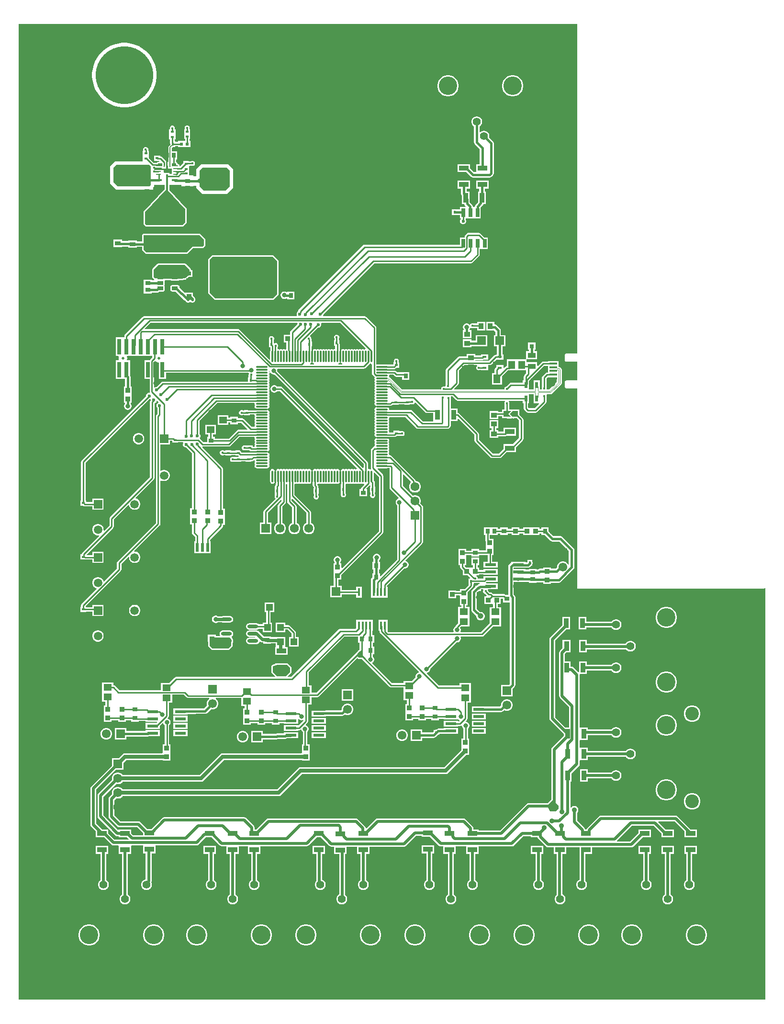
<source format=gtl>
G04*
G04 #@! TF.GenerationSoftware,Altium Limited,Altium Designer,24.4.1 (13)*
G04*
G04 Layer_Physical_Order=1*
G04 Layer_Color=255*
%FSLAX44Y44*%
%MOMM*%
G71*
G04*
G04 #@! TF.SameCoordinates,45E14481-76E1-4DB2-85C8-7C621F4D321E*
G04*
G04*
G04 #@! TF.FilePolarity,Positive*
G04*
G01*
G75*
%ADD17C,0.2540*%
%ADD21C,0.5000*%
%ADD22C,0.1500*%
%ADD23C,0.7000*%
%ADD25R,1.5000X1.5000*%
%ADD26R,0.5000X1.6000*%
%ADD27R,1.7000X0.9000*%
G04:AMPARAMS|DCode=28|XSize=1.1mm|YSize=0.6mm|CornerRadius=0.051mm|HoleSize=0mm|Usage=FLASHONLY|Rotation=180.000|XOffset=0mm|YOffset=0mm|HoleType=Round|Shape=RoundedRectangle|*
%AMROUNDEDRECTD28*
21,1,1.1000,0.4980,0,0,180.0*
21,1,0.9980,0.6000,0,0,180.0*
1,1,0.1020,-0.4990,0.2490*
1,1,0.1020,0.4990,0.2490*
1,1,0.1020,0.4990,-0.2490*
1,1,0.1020,-0.4990,-0.2490*
%
%ADD28ROUNDEDRECTD28*%
%ADD29O,1.9000X0.6000*%
%ADD30R,0.5000X0.4000*%
%ADD31R,0.9121X0.9096*%
%ADD32R,1.1500X1.1500*%
%ADD33R,1.0000X0.9000*%
%ADD34R,0.7620X0.4064*%
%ADD35R,1.2700X1.5240*%
%ADD36R,0.9000X1.0000*%
%ADD37R,0.8000X0.8000*%
%ADD38R,1.1500X1.4500*%
%ADD39R,1.4500X0.9500*%
%ADD40R,0.6000X1.1000*%
%ADD41R,1.3500X0.4000*%
%ADD42R,1.9000X2.9000*%
%ADD43R,0.8128X1.0160*%
%ADD44O,0.3000X2.1000*%
%ADD45O,2.1000X0.3000*%
%ADD46R,0.4000X0.5000*%
%ADD47R,1.0500X0.8000*%
%ADD48R,2.0500X1.1000*%
%ADD49R,0.9000X0.7500*%
%ADD50R,0.9096X0.9121*%
%ADD51R,1.4500X1.1500*%
%ADD52R,0.9000X1.7000*%
%ADD53R,0.9000X0.8000*%
%ADD54R,0.7500X0.9000*%
%ADD55R,0.4500X1.4750*%
%ADD56R,0.8000X0.9000*%
%ADD57R,0.6500X1.5250*%
%ADD58R,1.4000X1.2000*%
%ADD60R,0.8250X0.2500*%
%ADD61R,0.2500X0.8250*%
%ADD62C,2.4658*%
%ADD63R,0.4000X0.6000*%
%ADD64R,0.6000X0.4000*%
%ADD65R,0.7400X2.7900*%
%ADD66R,5.5000X1.4300*%
%ADD67R,1.0750X0.4000*%
%ADD68R,0.2500X0.6750*%
%ADD69R,0.3500X2.9750*%
%ADD70R,0.6000X0.6000*%
%ADD100C,1.5700*%
%ADD101R,1.5700X1.5700*%
%ADD109R,1.5700X1.5700*%
%ADD111C,10.2064*%
%ADD121R,1.9812X0.5588*%
%ADD122R,0.2500X0.2500*%
%ADD123C,0.1104*%
%ADD124C,0.4540*%
%ADD125C,0.5540*%
%ADD126R,1.5500X1.5500*%
%ADD127C,1.5500*%
%ADD128R,1.5500X1.5500*%
%ADD129R,1.9000X1.4000*%
%ADD130O,1.2500X1.0500*%
%ADD131C,2.4000*%
%ADD132C,3.2500*%
%ADD133C,1.4000*%
G04:AMPARAMS|DCode=134|XSize=1.4mm|YSize=1.4mm|CornerRadius=0.35mm|HoleSize=0mm|Usage=FLASHONLY|Rotation=90.000|XOffset=0mm|YOffset=0mm|HoleType=Round|Shape=RoundedRectangle|*
%AMROUNDEDRECTD134*
21,1,1.4000,0.7000,0,0,90.0*
21,1,0.7000,1.4000,0,0,90.0*
1,1,0.7000,0.3500,0.3500*
1,1,0.7000,0.3500,-0.3500*
1,1,0.7000,-0.3500,-0.3500*
1,1,0.7000,-0.3500,0.3500*
%
%ADD134ROUNDEDRECTD134*%
G04:AMPARAMS|DCode=135|XSize=1.4mm|YSize=1.4mm|CornerRadius=0.35mm|HoleSize=0mm|Usage=FLASHONLY|Rotation=0.000|XOffset=0mm|YOffset=0mm|HoleType=Round|Shape=RoundedRectangle|*
%AMROUNDEDRECTD135*
21,1,1.4000,0.7000,0,0,0.0*
21,1,0.7000,1.4000,0,0,0.0*
1,1,0.7000,0.3500,-0.3500*
1,1,0.7000,-0.3500,-0.3500*
1,1,0.7000,-0.3500,0.3500*
1,1,0.7000,0.3500,0.3500*
%
%ADD135ROUNDEDRECTD135*%
%ADD136C,1.5000*%
%ADD137R,1.5000X1.5000*%
%ADD138C,0.5100*%
%ADD139C,0.5000*%
%ADD140C,0.8000*%
%ADD141C,0.4000*%
%ADD142C,1.0000*%
%ADD143C,0.9000*%
%ADD144C,0.6000*%
%ADD145C,5.0000*%
G36*
X988060Y1716720D02*
Y1142451D01*
X987552Y1142034D01*
X968756D01*
X967765Y1141837D01*
X966925Y1141275D01*
X966363Y1140435D01*
X966166Y1139444D01*
Y1130554D01*
X966363Y1129563D01*
X966925Y1128723D01*
X967765Y1128161D01*
X968756Y1127964D01*
X987806D01*
X988060Y1127756D01*
Y1094953D01*
X987552Y1094536D01*
X968502D01*
X967511Y1094339D01*
X966671Y1093777D01*
X966109Y1092937D01*
X965912Y1091946D01*
Y1083564D01*
X966109Y1082573D01*
X966671Y1081733D01*
X966925Y1081479D01*
X967765Y1080917D01*
X968756Y1080720D01*
X987552D01*
X988060Y1080303D01*
Y726440D01*
X1318260D01*
X1319627Y727807D01*
X1320800Y727321D01*
Y0D01*
X0D01*
Y1724340D01*
X988060D01*
Y1716720D01*
D02*
G37*
%LPC*%
G36*
X875611Y1634230D02*
X871909D01*
X868279Y1633508D01*
X864860Y1632092D01*
X861782Y1630035D01*
X859165Y1627418D01*
X857109Y1624340D01*
X855692Y1620921D01*
X854970Y1617291D01*
Y1613589D01*
X855692Y1609959D01*
X857109Y1606540D01*
X859165Y1603462D01*
X861782Y1600845D01*
X864860Y1598788D01*
X868279Y1597372D01*
X871909Y1596650D01*
X875611D01*
X879241Y1597372D01*
X882660Y1598788D01*
X885738Y1600845D01*
X888355Y1603462D01*
X890412Y1606540D01*
X891828Y1609959D01*
X892550Y1613589D01*
Y1617291D01*
X891828Y1620921D01*
X890412Y1624340D01*
X888355Y1627418D01*
X885738Y1630035D01*
X882660Y1632092D01*
X879241Y1633508D01*
X875611Y1634230D01*
D02*
G37*
G36*
X761311D02*
X757609D01*
X753979Y1633508D01*
X750560Y1632092D01*
X747482Y1630035D01*
X744865Y1627418D01*
X742809Y1624340D01*
X741392Y1620921D01*
X740670Y1617291D01*
Y1613589D01*
X741392Y1609959D01*
X742809Y1606540D01*
X744865Y1603462D01*
X747482Y1600845D01*
X750560Y1598788D01*
X753979Y1597372D01*
X757609Y1596650D01*
X761311D01*
X764941Y1597372D01*
X768360Y1598788D01*
X771438Y1600845D01*
X774055Y1603462D01*
X776112Y1606540D01*
X777528Y1609959D01*
X778250Y1613589D01*
Y1617291D01*
X777528Y1620921D01*
X776112Y1624340D01*
X774055Y1627418D01*
X771438Y1630035D01*
X768360Y1632092D01*
X764941Y1633508D01*
X761311Y1634230D01*
D02*
G37*
G36*
X190668Y1691372D02*
X183192D01*
X175780Y1690396D01*
X168558Y1688461D01*
X161651Y1685600D01*
X155177Y1681862D01*
X149246Y1677311D01*
X143959Y1672025D01*
X139408Y1666093D01*
X135670Y1659619D01*
X132809Y1652712D01*
X130874Y1645490D01*
X129898Y1638078D01*
Y1630602D01*
X130874Y1623190D01*
X132809Y1615968D01*
X135670Y1609061D01*
X139408Y1602587D01*
X143959Y1596655D01*
X149246Y1591369D01*
X155177Y1586818D01*
X161651Y1583080D01*
X168558Y1580219D01*
X175780Y1578284D01*
X183192Y1577308D01*
X190668D01*
X198080Y1578284D01*
X205302Y1580219D01*
X212209Y1583080D01*
X218683Y1586818D01*
X224615Y1591369D01*
X229901Y1596655D01*
X234452Y1602587D01*
X238190Y1609061D01*
X241051Y1615968D01*
X242986Y1623190D01*
X243962Y1630602D01*
Y1638078D01*
X242986Y1645490D01*
X241051Y1652712D01*
X238190Y1659619D01*
X234452Y1666093D01*
X229901Y1672025D01*
X224615Y1677311D01*
X218683Y1681862D01*
X212209Y1685600D01*
X205302Y1688461D01*
X198080Y1690396D01*
X190668Y1691372D01*
D02*
G37*
G36*
X298931Y1545140D02*
X297125D01*
X295457Y1544449D01*
X294179Y1543172D01*
X293488Y1541503D01*
Y1539697D01*
X293649Y1539310D01*
X293156Y1538572D01*
X293156D01*
Y1529492D01*
Y1521492D01*
X294227D01*
Y1517856D01*
X281988D01*
Y1516201D01*
X277082D01*
Y1517856D01*
X275665D01*
Y1520294D01*
X277320D01*
Y1529294D01*
Y1538374D01*
X277094D01*
X276388Y1539430D01*
X276405Y1539471D01*
Y1541277D01*
X275714Y1542946D01*
X274437Y1544223D01*
X272768Y1544914D01*
X270962D01*
X269293Y1544223D01*
X268016Y1542946D01*
X267325Y1541277D01*
Y1539471D01*
X267342Y1539430D01*
X266636Y1538374D01*
X266240D01*
Y1529294D01*
Y1520294D01*
X267895D01*
Y1515534D01*
X267927Y1515373D01*
Y1513046D01*
X268002Y1512671D01*
Y1511520D01*
X265575Y1509093D01*
X264848Y1508005D01*
X264593Y1506721D01*
Y1481015D01*
X263390D01*
Y1469185D01*
X270895D01*
Y1459565D01*
X266470D01*
Y1461755D01*
X257890D01*
X256925Y1462491D01*
Y1466470D01*
X248659D01*
X248030Y1466553D01*
X246800D01*
X246171Y1466470D01*
X239797D01*
Y1470930D01*
X240217Y1471213D01*
X241068Y1471420D01*
X241349Y1471139D01*
X242189Y1470577D01*
X243180Y1470380D01*
X253180D01*
X253390Y1470208D01*
Y1469185D01*
X260970D01*
Y1474624D01*
X261065Y1475100D01*
X261045Y1475201D01*
Y1480406D01*
X260970Y1480781D01*
Y1481015D01*
X260924D01*
X260749Y1481893D01*
X259907Y1483153D01*
X253729Y1489331D01*
X252469Y1490173D01*
X250982Y1490469D01*
X250396D01*
Y1491854D01*
X239316D01*
Y1482774D01*
X245211D01*
X245586Y1482699D01*
X248658D01*
X248927Y1482330D01*
X248281Y1481060D01*
X246680D01*
X245689Y1480863D01*
X244849Y1480301D01*
X244349Y1479801D01*
X244217Y1479605D01*
X238413D01*
X230330Y1487688D01*
Y1500274D01*
X229986D01*
X229137Y1501544D01*
X229199Y1501692D01*
Y1503499D01*
X228508Y1505167D01*
X227231Y1506444D01*
X225562Y1507135D01*
X223756D01*
X222087Y1506444D01*
X220810Y1505167D01*
X220119Y1503499D01*
Y1501692D01*
X220269Y1501330D01*
X219564Y1500274D01*
X219250D01*
Y1491194D01*
Y1482194D01*
X218119Y1481857D01*
X172720D01*
X170379Y1481392D01*
X168394Y1480066D01*
X163314Y1474986D01*
X161988Y1473001D01*
X161523Y1470660D01*
Y1445260D01*
X161988Y1442919D01*
X163314Y1440934D01*
X170934Y1433314D01*
X172919Y1431988D01*
X175260Y1431523D01*
X231140D01*
X232344Y1431762D01*
X237576D01*
Y1435424D01*
X238006Y1435854D01*
X239332Y1437839D01*
X239787Y1440129D01*
X242839D01*
X243180Y1440470D01*
X250347D01*
X250347Y1440470D01*
X257890D01*
Y1432368D01*
X221631Y1393691D01*
X221385Y1393297D01*
X221127Y1392911D01*
X221119Y1392870D01*
X221097Y1392833D01*
X221021Y1392375D01*
X220930Y1391920D01*
Y1371600D01*
X221127Y1370609D01*
X221689Y1369769D01*
X224229Y1367229D01*
X225069Y1366667D01*
X226060Y1366470D01*
X289560D01*
X290551Y1366667D01*
X291391Y1367229D01*
X296471Y1372309D01*
X297033Y1373149D01*
X297230Y1374140D01*
Y1397000D01*
X297140Y1397450D01*
X297068Y1397902D01*
X297042Y1397943D01*
X297033Y1397991D01*
X296778Y1398372D01*
X296538Y1398762D01*
X266470Y1431143D01*
Y1440470D01*
X273631D01*
X273631Y1440470D01*
X281180D01*
X281680Y1439970D01*
Y1439859D01*
X287950D01*
Y1437542D01*
X308950D01*
Y1438951D01*
X313923D01*
Y1437640D01*
X314388Y1435299D01*
X315714Y1433314D01*
X323334Y1425694D01*
X325319Y1424368D01*
X327660Y1423902D01*
X365760D01*
X368101Y1424368D01*
X370086Y1425694D01*
X377706Y1433314D01*
X379032Y1435299D01*
X379497Y1437640D01*
Y1465580D01*
X379032Y1467921D01*
X377706Y1469906D01*
X372626Y1474986D01*
X370641Y1476312D01*
X368300Y1476777D01*
X325120D01*
X322779Y1476312D01*
X320794Y1474986D01*
X315714Y1469906D01*
X314388Y1467921D01*
X313923Y1465580D01*
Y1455633D01*
X308950D01*
Y1457042D01*
X301458D01*
Y1463960D01*
Y1473040D01*
X301458Y1473040D01*
X301458D01*
X301458Y1473040D01*
X301865Y1474141D01*
X305468D01*
X306437Y1473740D01*
X308243D01*
X309912Y1474431D01*
X311189Y1475708D01*
X311880Y1477377D01*
Y1479183D01*
X311189Y1480852D01*
X309912Y1482129D01*
X308243Y1482820D01*
X306437D01*
X304768Y1482129D01*
X304550Y1481911D01*
X300950D01*
Y1482312D01*
X290870D01*
Y1478726D01*
X285491Y1473346D01*
X285473Y1473348D01*
X284270Y1473801D01*
Y1474470D01*
X284073Y1475461D01*
X283511Y1476301D01*
X283011Y1476801D01*
X282171Y1477363D01*
X281180Y1477560D01*
X280770D01*
Y1477970D01*
X280573Y1478961D01*
X280011Y1479801D01*
X279511Y1480301D01*
X278671Y1480863D01*
X278205Y1480955D01*
Y1485425D01*
X280379D01*
Y1499505D01*
X271302D01*
Y1505332D01*
X272746Y1506776D01*
X277082D01*
Y1508431D01*
X281988D01*
Y1506776D01*
X303568D01*
Y1517856D01*
X301997D01*
Y1521492D01*
X303236D01*
Y1529492D01*
Y1538572D01*
X303236D01*
X302536Y1539619D01*
X302568Y1539697D01*
Y1541503D01*
X301877Y1543172D01*
X300600Y1544449D01*
X298931Y1545140D01*
D02*
G37*
G36*
X811516Y1561480D02*
X809004D01*
X806578Y1560830D01*
X804402Y1559574D01*
X802626Y1557798D01*
X801370Y1555622D01*
X800720Y1553196D01*
Y1550684D01*
X801370Y1548258D01*
X802626Y1546082D01*
X804402Y1544306D01*
X805356Y1543756D01*
Y1515845D01*
X805729Y1513968D01*
X806792Y1512377D01*
X815516Y1503654D01*
Y1476960D01*
X809380D01*
Y1462880D01*
X808117Y1462864D01*
X805391D01*
X798440Y1469816D01*
Y1476960D01*
X776360D01*
Y1462880D01*
X791504D01*
X799892Y1454492D01*
X801483Y1453429D01*
X803360Y1453056D01*
X833000D01*
X834877Y1453429D01*
X836468Y1454492D01*
X839128Y1457152D01*
X840191Y1458743D01*
X840564Y1460620D01*
Y1513840D01*
X840191Y1515717D01*
X839128Y1517308D01*
X832215Y1524221D01*
X832500Y1525284D01*
Y1527796D01*
X831850Y1530222D01*
X830594Y1532398D01*
X828818Y1534174D01*
X826642Y1535430D01*
X824216Y1536080D01*
X821704D01*
X819278Y1535430D01*
X817102Y1534174D01*
X816434Y1533506D01*
X815164Y1534032D01*
Y1543756D01*
X816118Y1544306D01*
X817894Y1546082D01*
X819150Y1548258D01*
X819800Y1550684D01*
Y1553196D01*
X819150Y1555622D01*
X817894Y1557798D01*
X816118Y1559574D01*
X813942Y1560830D01*
X811516Y1561480D01*
D02*
G37*
G36*
X831460Y1447960D02*
X809380D01*
Y1433880D01*
X814776D01*
Y1428360D01*
X812640D01*
Y1415564D01*
X812546Y1415090D01*
Y1409815D01*
X808393Y1405663D01*
X807330Y1404072D01*
X806957Y1402195D01*
Y1401756D01*
X805740Y1401265D01*
X804620D01*
X804470Y1401265D01*
X803099D01*
Y1401890D01*
X802725Y1403767D01*
X801662Y1405358D01*
X797814Y1409206D01*
Y1415090D01*
X797720Y1415564D01*
Y1428360D01*
X792304D01*
Y1433880D01*
X798440D01*
Y1447960D01*
X776360D01*
Y1433880D01*
X782496D01*
Y1424600D01*
X782869Y1422723D01*
X783640Y1421569D01*
Y1406280D01*
X788184D01*
X788379Y1405298D01*
X789442Y1403707D01*
X790711Y1402438D01*
X790225Y1401265D01*
X780340D01*
Y1396824D01*
X775620D01*
Y1396960D01*
X766540D01*
Y1393751D01*
X766176Y1391920D01*
X766540Y1390089D01*
Y1386880D01*
X775620D01*
Y1387016D01*
X780340D01*
Y1380935D01*
X782095D01*
X782183Y1379665D01*
X781621Y1379102D01*
X780777Y1377066D01*
Y1374862D01*
X781621Y1372826D01*
X783179Y1371268D01*
X785215Y1370424D01*
X787419D01*
X789455Y1371268D01*
X791014Y1372826D01*
X791857Y1374862D01*
Y1377066D01*
X791014Y1379102D01*
X790747Y1379369D01*
X791131Y1380653D01*
X791920Y1380935D01*
X793040D01*
Y1380935D01*
X804470D01*
X804620Y1380935D01*
X805740D01*
X805890Y1380935D01*
X817320D01*
Y1400718D01*
X820918Y1404316D01*
X821981Y1405907D01*
X822055Y1406280D01*
X826720D01*
Y1428360D01*
X824584D01*
Y1433880D01*
X831460D01*
Y1447960D01*
D02*
G37*
G36*
X320040Y1353870D02*
X220980D01*
X219989Y1353673D01*
X219149Y1353111D01*
X218587Y1352271D01*
X218390Y1351280D01*
Y1340584D01*
X209466D01*
Y1342220D01*
X193886D01*
Y1341219D01*
X183050D01*
Y1343490D01*
X167470D01*
Y1330410D01*
X183050D01*
Y1331411D01*
X193886D01*
Y1329140D01*
X209466D01*
Y1330776D01*
X218390D01*
Y1325880D01*
X218587Y1324889D01*
X219149Y1324049D01*
X224229Y1318969D01*
X225069Y1318407D01*
X226060Y1318210D01*
X297180D01*
X298171Y1318407D01*
X299011Y1318969D01*
X308413Y1328370D01*
X325120D01*
X326111Y1328567D01*
X326951Y1329129D01*
X329491Y1331669D01*
X330053Y1332509D01*
X330250Y1333500D01*
Y1343660D01*
X330053Y1344651D01*
X329491Y1345491D01*
X321871Y1353111D01*
X321031Y1353673D01*
X320040Y1353870D01*
D02*
G37*
G36*
X814185Y1355165D02*
X795020D01*
X793533Y1354869D01*
X792273Y1354027D01*
X789903Y1351657D01*
X789061Y1350397D01*
X788766Y1348910D01*
Y1347025D01*
X780340D01*
Y1334390D01*
X611806D01*
X610320Y1334094D01*
X609059Y1333252D01*
X495633Y1219825D01*
X494791Y1218565D01*
X494495Y1217078D01*
Y1216634D01*
X493907Y1216390D01*
X492348Y1214831D01*
X491505Y1212795D01*
Y1210591D01*
X492019Y1209351D01*
X491170Y1208081D01*
X221903D01*
X220417Y1207785D01*
X219156Y1206943D01*
X187897Y1175683D01*
X187055Y1174423D01*
X186759Y1172936D01*
Y1170919D01*
X184404D01*
Y1170919D01*
X184184D01*
Y1170919D01*
X171704D01*
Y1137939D01*
X176394D01*
X177078Y1136669D01*
X176654Y1135085D01*
Y1133073D01*
X177078Y1131489D01*
X176394Y1130219D01*
X171704D01*
Y1097239D01*
X184184D01*
Y1097239D01*
X184404D01*
Y1097239D01*
X188136D01*
Y1083833D01*
X185939D01*
Y1070078D01*
X185939Y1068808D01*
X185939Y1068387D01*
Y1054632D01*
X188129D01*
X188133Y1053362D01*
X187807Y1053036D01*
X186946Y1051544D01*
X186500Y1049881D01*
Y1048159D01*
X186946Y1046496D01*
X187807Y1045004D01*
X189024Y1043787D01*
X190516Y1042926D01*
X192179Y1042480D01*
X193901D01*
X195564Y1042926D01*
X197056Y1043787D01*
X198273Y1045004D01*
X199134Y1046496D01*
X199580Y1048159D01*
Y1049881D01*
X199134Y1051544D01*
X198273Y1053036D01*
X197947Y1053362D01*
X197951Y1054632D01*
X200141D01*
Y1068387D01*
X200141Y1069657D01*
X200141Y1070078D01*
Y1083833D01*
X197944D01*
Y1101083D01*
X197571Y1102960D01*
X196884Y1103988D01*
Y1130219D01*
X192193D01*
X191509Y1131489D01*
X191934Y1133073D01*
Y1135085D01*
X191509Y1136669D01*
X192193Y1137939D01*
X196884D01*
Y1137939D01*
X197104D01*
Y1137939D01*
X208534D01*
X209583Y1137939D01*
Y1137939D01*
X209804D01*
Y1137939D01*
X222283D01*
Y1137939D01*
X222504D01*
Y1137939D01*
X233934D01*
X234984Y1137939D01*
Y1137939D01*
X235204D01*
Y1137939D01*
X236539D01*
Y1135179D01*
X232727Y1131366D01*
X231960Y1130219D01*
X222504D01*
Y1097239D01*
X231589D01*
Y1074088D01*
X231647Y1073795D01*
X230842Y1072813D01*
X229824D01*
X227787Y1071970D01*
X226229Y1070411D01*
X225386Y1068375D01*
Y1067227D01*
X111553Y953394D01*
X110711Y952134D01*
X110415Y950648D01*
Y882300D01*
X109260D01*
Y873220D01*
X113846D01*
X113873Y873193D01*
X115133Y872351D01*
X116620Y872055D01*
X130180D01*
Y865900D01*
X150260D01*
Y885980D01*
X130180D01*
Y879825D01*
X119340D01*
Y882300D01*
X118185D01*
Y949038D01*
X230879Y1061733D01*
X232028D01*
X232371Y1061875D01*
X233329Y1060898D01*
Y1059280D01*
X232667Y1058290D01*
X232372Y1056803D01*
Y923655D01*
X161583Y852866D01*
X160741Y851605D01*
X160445Y850119D01*
Y837830D01*
X151334Y828718D01*
X150195Y829376D01*
X150260Y829618D01*
Y832262D01*
X149576Y834815D01*
X148254Y837105D01*
X146385Y838974D01*
X144095Y840296D01*
X141542Y840980D01*
X138898D01*
X136345Y840296D01*
X134055Y838974D01*
X132186Y837105D01*
X130864Y834815D01*
X130180Y832262D01*
Y829618D01*
X130864Y827065D01*
X132186Y824775D01*
X134055Y822906D01*
X136345Y821584D01*
X138898Y820900D01*
X141542D01*
X141784Y820965D01*
X142442Y819826D01*
X112663Y790048D01*
X111821Y788788D01*
X111525Y787301D01*
Y787240D01*
X109260D01*
Y778160D01*
X116414D01*
X116840Y778075D01*
X130180D01*
Y771920D01*
X150260D01*
Y792000D01*
X130180D01*
Y785845D01*
X121107D01*
X120621Y787018D01*
X167076Y833474D01*
X167918Y834734D01*
X168214Y836221D01*
Y848510D01*
X193962Y874257D01*
X195378Y873878D01*
X195864Y872065D01*
X197186Y869775D01*
X199055Y867906D01*
X201345Y866584D01*
X203898Y865900D01*
X206542D01*
X209095Y866584D01*
X211385Y867906D01*
X213254Y869775D01*
X214576Y872065D01*
X215260Y874618D01*
Y877262D01*
X214576Y879815D01*
X213254Y882105D01*
X211385Y883974D01*
X209095Y885296D01*
X207282Y885782D01*
X206903Y887198D01*
X239003Y919299D01*
X239845Y920559D01*
X240141Y922046D01*
Y1054552D01*
X242007Y1055325D01*
X243566Y1056883D01*
X244100Y1058172D01*
X245582Y1058485D01*
X247331Y1056737D01*
X247033Y1055239D01*
X245958Y1054794D01*
X244399Y1053235D01*
X243556Y1051199D01*
Y1048995D01*
X244399Y1046959D01*
X245211Y1046147D01*
Y1035547D01*
X243899Y1034235D01*
X243057Y1032975D01*
X242761Y1031488D01*
Y842615D01*
X175053Y774907D01*
X174211Y773647D01*
X173915Y772160D01*
Y762332D01*
X151075Y739491D01*
X149848Y739820D01*
X149576Y740835D01*
X148254Y743125D01*
X146385Y744994D01*
X144095Y746316D01*
X141542Y747000D01*
X138898D01*
X136345Y746316D01*
X134055Y744994D01*
X132186Y743125D01*
X130864Y740835D01*
X130180Y738282D01*
Y735638D01*
X130864Y733085D01*
X132186Y730795D01*
X134055Y728926D01*
X136345Y727604D01*
X137360Y727332D01*
X137689Y726105D01*
X111553Y699970D01*
X110711Y698710D01*
X110415Y697223D01*
Y694340D01*
X109260D01*
Y685260D01*
X119340D01*
Y685915D01*
X130180D01*
Y677940D01*
X150260D01*
Y698020D01*
X130180D01*
Y693685D01*
X119340D01*
Y694340D01*
X118185D01*
Y695614D01*
X180547Y757976D01*
X181389Y759237D01*
X181685Y760723D01*
Y770551D01*
X193910Y782776D01*
X195180Y782250D01*
Y780638D01*
X195864Y778085D01*
X197186Y775795D01*
X199055Y773926D01*
X201345Y772604D01*
X203898Y771920D01*
X206542D01*
X209095Y772604D01*
X211385Y773926D01*
X213254Y775795D01*
X214576Y778085D01*
X215260Y780638D01*
Y783282D01*
X214576Y785835D01*
X213254Y788125D01*
X211385Y789994D01*
X209095Y791316D01*
X206542Y792000D01*
X204930D01*
X204404Y793270D01*
X249393Y838259D01*
X250235Y839519D01*
X250530Y841006D01*
Y917425D01*
X251800Y918158D01*
X253245Y917324D01*
X255798Y916640D01*
X258442D01*
X260995Y917324D01*
X263285Y918646D01*
X265154Y920515D01*
X266476Y922805D01*
X267160Y925358D01*
Y928002D01*
X266476Y930555D01*
X265154Y932845D01*
X263285Y934714D01*
X260995Y936036D01*
X258442Y936720D01*
X255798D01*
X253245Y936036D01*
X251800Y935202D01*
X250530Y935935D01*
Y981640D01*
X267160D01*
Y987795D01*
X271569D01*
Y984727D01*
X281649D01*
Y985382D01*
X290672D01*
X291336Y984112D01*
X290686Y982543D01*
Y980339D01*
X291529Y978303D01*
X293088Y976745D01*
X295124Y975901D01*
X296272D01*
X306503Y965670D01*
Y869057D01*
X303287D01*
Y855302D01*
X303287Y854032D01*
X303287Y853610D01*
Y839855D01*
X306503D01*
Y825246D01*
X306799Y823759D01*
X307641Y822499D01*
X312235Y817905D01*
Y810150D01*
X311080D01*
Y789070D01*
X339160D01*
Y810150D01*
X338403D01*
Y813223D01*
X360379Y835199D01*
X361221Y836459D01*
X361517Y837946D01*
Y839093D01*
X364733D01*
Y852848D01*
X364733Y854118D01*
X364733Y854540D01*
Y868295D01*
X361231D01*
Y938562D01*
X360935Y940049D01*
X360093Y941309D01*
X324886Y976515D01*
X325412Y977785D01*
X372011D01*
X373498Y978081D01*
X374758Y978923D01*
X390436Y994601D01*
X416550D01*
X417355Y993620D01*
X417329Y993486D01*
X417642Y991910D01*
X418260Y990986D01*
X417642Y990062D01*
X417329Y988486D01*
X417642Y986910D01*
X418260Y985986D01*
X417642Y985062D01*
X417329Y983486D01*
X417642Y981910D01*
X418260Y980986D01*
X417642Y980062D01*
X417329Y978486D01*
X417355Y978352D01*
X416550Y977371D01*
X413980D01*
Y979900D01*
X403900D01*
Y979245D01*
X401944D01*
X400277Y979935D01*
X398470D01*
X396802Y979244D01*
X395525Y977967D01*
X394833Y976298D01*
Y974492D01*
X395525Y972823D01*
X396802Y971546D01*
X398470Y970855D01*
X400277D01*
X401774Y971475D01*
X403900D01*
Y970820D01*
X408486D01*
X408567Y970739D01*
X409827Y969897D01*
X411314Y969601D01*
X420269D01*
X421448Y969367D01*
X439448D01*
X441024Y969680D01*
X442361Y970573D01*
X443254Y971910D01*
X443567Y973486D01*
X443254Y975062D01*
X442636Y975986D01*
X443254Y976910D01*
X443567Y978486D01*
X443254Y980062D01*
X442636Y980986D01*
X443254Y981910D01*
X443567Y983486D01*
X443254Y985062D01*
X442636Y985986D01*
X443254Y986910D01*
X443567Y988486D01*
X443254Y990062D01*
X442636Y990986D01*
X443254Y991910D01*
X443567Y993486D01*
X443254Y995062D01*
X442636Y995986D01*
X443254Y996910D01*
X443567Y998486D01*
X443254Y1000062D01*
X442636Y1000986D01*
X443254Y1001910D01*
X443567Y1003486D01*
X443254Y1005062D01*
X442636Y1005986D01*
X443254Y1006910D01*
X443567Y1008486D01*
X443254Y1010062D01*
X442636Y1010986D01*
X443254Y1011910D01*
X443567Y1013486D01*
X443254Y1015062D01*
X442636Y1015986D01*
X443254Y1016910D01*
X443567Y1018486D01*
X443254Y1020062D01*
X442636Y1020986D01*
X443254Y1021910D01*
X443567Y1023486D01*
X443254Y1025062D01*
X442636Y1025986D01*
X443254Y1026910D01*
X443567Y1028486D01*
X443254Y1030062D01*
X442636Y1030986D01*
X443254Y1031910D01*
X443567Y1033486D01*
X443254Y1035062D01*
X442636Y1035986D01*
X443254Y1036910D01*
X443567Y1038486D01*
X443254Y1040062D01*
X442361Y1041399D01*
X441024Y1042292D01*
X439448Y1042605D01*
X421448D01*
X420269Y1042371D01*
X405446D01*
X403959Y1042075D01*
X403758Y1041940D01*
X398820D01*
Y1041285D01*
X396928D01*
X396785Y1041427D01*
X395117Y1042118D01*
X393311D01*
X391642Y1041427D01*
X390365Y1040150D01*
X389674Y1038481D01*
Y1036675D01*
X390365Y1035006D01*
X391642Y1033729D01*
X393311Y1033038D01*
X395117D01*
X396269Y1033515D01*
X398820D01*
Y1032860D01*
X408900D01*
Y1034601D01*
X416550D01*
X417355Y1033620D01*
X417329Y1033486D01*
X417642Y1031910D01*
X418260Y1030986D01*
X417642Y1030062D01*
X417329Y1028486D01*
X417642Y1026910D01*
X418260Y1025986D01*
X417642Y1025062D01*
X417329Y1023486D01*
X417642Y1021910D01*
X418260Y1020986D01*
X417642Y1020062D01*
X417329Y1018486D01*
X417642Y1016910D01*
X418260Y1015986D01*
X417642Y1015062D01*
X417329Y1013486D01*
X417355Y1013352D01*
X416550Y1012371D01*
X411953D01*
X397957Y1026367D01*
X396696Y1027209D01*
X395210Y1027505D01*
X388040D01*
Y1030160D01*
X373960D01*
Y1028385D01*
X371060D01*
Y1033040D01*
X351980D01*
Y1015960D01*
X371060D01*
Y1020615D01*
X373960D01*
Y1017080D01*
X388040D01*
Y1019735D01*
X393601D01*
X404792Y1008544D01*
X404306Y1007371D01*
X388821D01*
X387334Y1007075D01*
X386074Y1006233D01*
X371666Y991825D01*
X347400D01*
Y994480D01*
X343405D01*
Y998960D01*
X349060D01*
Y1016040D01*
X329980D01*
Y998960D01*
X335635D01*
Y994480D01*
X333320D01*
Y985555D01*
X326334D01*
X320520Y991369D01*
X320415Y993060D01*
X320558Y993202D01*
X321401Y995238D01*
Y997442D01*
X320558Y999479D01*
X319746Y1000291D01*
Y1022671D01*
X351675Y1054601D01*
X416550D01*
X417355Y1053620D01*
X417329Y1053486D01*
X417642Y1051910D01*
X418260Y1050986D01*
X417642Y1050062D01*
X417329Y1048486D01*
X417642Y1046910D01*
X418535Y1045573D01*
X419872Y1044680D01*
X421448Y1044367D01*
X439448D01*
X441024Y1044680D01*
X442361Y1045573D01*
X443254Y1046910D01*
X443567Y1048486D01*
X443254Y1050062D01*
X442636Y1050986D01*
X443254Y1051910D01*
X443567Y1053486D01*
X443254Y1055062D01*
X442636Y1055986D01*
X443254Y1056910D01*
X443567Y1058486D01*
X443254Y1060062D01*
X442636Y1060986D01*
X443254Y1061910D01*
X443567Y1063486D01*
X443254Y1065062D01*
X442636Y1065986D01*
X443254Y1066910D01*
X443567Y1068486D01*
X443254Y1070062D01*
X442636Y1070986D01*
X443254Y1071910D01*
X443567Y1073486D01*
X443254Y1075062D01*
X442636Y1075986D01*
X443254Y1076910D01*
X443567Y1078486D01*
X443254Y1080062D01*
X442636Y1080986D01*
X443254Y1081910D01*
X443567Y1083486D01*
X443254Y1085062D01*
X442636Y1085986D01*
X443254Y1086910D01*
X443567Y1088486D01*
X443254Y1090062D01*
X442636Y1090986D01*
X443254Y1091910D01*
X443567Y1093486D01*
X443254Y1095062D01*
X442636Y1095986D01*
X443254Y1096910D01*
X443567Y1098486D01*
X443254Y1100062D01*
X442636Y1100986D01*
X443254Y1101910D01*
X443567Y1103486D01*
X443254Y1105062D01*
X442636Y1105986D01*
X443254Y1106910D01*
X443567Y1108486D01*
X443254Y1110062D01*
X442827Y1110700D01*
X442953Y1110929D01*
X444185Y1111236D01*
X444462Y1111055D01*
Y1110826D01*
X444907Y1109163D01*
X445768Y1107672D01*
X446986Y1106454D01*
X448477Y1105593D01*
X450140Y1105147D01*
X451862D01*
X452009Y1105186D01*
X610063Y947132D01*
Y940355D01*
X608890Y939869D01*
X466512Y1082247D01*
X465252Y1083089D01*
X463766Y1083385D01*
X457429D01*
X457353Y1083516D01*
X456136Y1084733D01*
X454644Y1085594D01*
X452981Y1086040D01*
X451259D01*
X449596Y1085594D01*
X448104Y1084733D01*
X446887Y1083516D01*
X446026Y1082024D01*
X445580Y1080361D01*
Y1078639D01*
X446026Y1076976D01*
X446887Y1075484D01*
X448104Y1074267D01*
X449596Y1073406D01*
X451259Y1072960D01*
X452981D01*
X454644Y1073406D01*
X456136Y1074267D01*
X457353Y1075484D01*
X457429Y1075615D01*
X462156D01*
X598467Y939304D01*
X598049Y937926D01*
X597372Y937792D01*
X596448Y937174D01*
X595524Y937792D01*
X593948Y938105D01*
X592372Y937792D01*
X591448Y937174D01*
X590524Y937792D01*
X588948Y938105D01*
X587372Y937792D01*
X586448Y937174D01*
X585524Y937792D01*
X583948Y938105D01*
X582372Y937792D01*
X581448Y937174D01*
X580524Y937792D01*
X578948Y938105D01*
X577372Y937792D01*
X576448Y937174D01*
X575524Y937792D01*
X573948Y938105D01*
X572372Y937792D01*
X571035Y936899D01*
X570142Y935562D01*
X569829Y933986D01*
Y915986D01*
X570109Y914576D01*
Y906740D01*
X569500D01*
Y896660D01*
X570155D01*
Y893490D01*
X570079Y893307D01*
Y891500D01*
X570771Y889832D01*
X572048Y888555D01*
X573717Y887863D01*
X575523D01*
X577191Y888555D01*
X578468Y889832D01*
X579160Y891500D01*
Y893307D01*
X578468Y894975D01*
X578054Y895390D01*
X578236Y896660D01*
X578580D01*
Y906740D01*
X577879D01*
Y911079D01*
X578860Y911884D01*
X578948Y911867D01*
X580524Y912180D01*
X581448Y912798D01*
X582372Y912180D01*
X583948Y911867D01*
X585524Y912180D01*
X586448Y912798D01*
X587372Y912180D01*
X588948Y911867D01*
X590524Y912180D01*
X591448Y912798D01*
X592372Y912180D01*
X593948Y911867D01*
X595524Y912180D01*
X596448Y912798D01*
X597372Y912180D01*
X598948Y911867D01*
X600524Y912180D01*
X601448Y912798D01*
X602372Y912180D01*
X603948Y911867D01*
X605524Y912180D01*
X606448Y912798D01*
X607372Y912180D01*
X608948Y911867D01*
X610343Y912144D01*
X610715Y912060D01*
X610822Y911992D01*
X611003Y910377D01*
X606853Y906227D01*
X606011Y904967D01*
X605715Y903480D01*
Y902210D01*
X602560D01*
Y889630D01*
X616640D01*
Y902210D01*
X615483D01*
X614997Y903383D01*
X620765Y909152D01*
X622035Y908626D01*
Y906740D01*
X621380D01*
Y896660D01*
X622035D01*
Y893087D01*
X621699Y892275D01*
Y890469D01*
X622390Y888800D01*
X623667Y887523D01*
X625336Y886832D01*
X627142D01*
X628811Y887523D01*
X630088Y888800D01*
X630779Y890469D01*
Y892275D01*
X630088Y893943D01*
X629805Y894227D01*
Y896660D01*
X630460D01*
Y906740D01*
X629805D01*
Y913889D01*
X629509Y915376D01*
X628667Y916636D01*
X628067Y917236D01*
Y931709D01*
X629240Y932195D01*
X637253Y924182D01*
Y828262D01*
X572154Y763163D01*
X570981Y763649D01*
Y771521D01*
X568784D01*
Y772895D01*
X569113Y773224D01*
X569974Y774716D01*
X570420Y776379D01*
Y778101D01*
X569974Y779764D01*
X569113Y781256D01*
X567896Y782473D01*
X566404Y783334D01*
X564741Y783780D01*
X563019D01*
X561356Y783334D01*
X559864Y782473D01*
X558647Y781256D01*
X557786Y779764D01*
X557340Y778101D01*
Y776379D01*
X557786Y774716D01*
X558647Y773224D01*
X558976Y772895D01*
Y771521D01*
X556779D01*
Y757344D01*
X556779Y757344D01*
Y756496D01*
X556779D01*
X556779Y756074D01*
Y742319D01*
X557455D01*
Y731650D01*
X551050D01*
Y711070D01*
X571630D01*
Y716375D01*
X597300D01*
Y710345D01*
X606880D01*
Y730175D01*
X597300D01*
Y724145D01*
X571630D01*
Y731650D01*
X565225D01*
Y742319D01*
X570981D01*
Y751002D01*
X643885Y823906D01*
X644727Y825166D01*
X645022Y826653D01*
Y925791D01*
X644727Y927278D01*
X643885Y928538D01*
X634326Y938097D01*
X634852Y939367D01*
X651448D01*
X652083Y939493D01*
X655845D01*
Y904911D01*
X656141Y903424D01*
X656983Y902164D01*
X672111Y887035D01*
X671731Y885619D01*
X670950Y885410D01*
X669459Y884549D01*
X668241Y883331D01*
X667380Y881840D01*
X666935Y880176D01*
Y878454D01*
X667380Y876791D01*
X668241Y875300D01*
X669459Y874082D01*
X669590Y874006D01*
Y777794D01*
X640053Y748257D01*
X638880Y748743D01*
Y753800D01*
X637304D01*
Y760040D01*
X639000D01*
Y774120D01*
X637364D01*
Y776398D01*
X638351Y777384D01*
X639212Y778876D01*
X639657Y780539D01*
Y782261D01*
X639212Y783924D01*
X638351Y785416D01*
X637133Y786633D01*
X635642Y787494D01*
X633979Y787940D01*
X632256D01*
X630593Y787494D01*
X629102Y786633D01*
X627884Y785416D01*
X627023Y783924D01*
X626577Y782261D01*
Y780539D01*
X627023Y778876D01*
X627556Y777953D01*
Y774120D01*
X625920D01*
Y760040D01*
X627496D01*
Y753800D01*
X625800D01*
Y746656D01*
X624622Y745478D01*
X623559Y743887D01*
X623186Y742010D01*
Y720260D01*
X623300Y719686D01*
Y710345D01*
X652380D01*
Y730175D01*
X651475D01*
Y731787D01*
X682117Y762430D01*
X682263Y762391D01*
X683986D01*
X685649Y762836D01*
X687140Y763697D01*
X688358Y764915D01*
X689219Y766406D01*
X689665Y768070D01*
Y769792D01*
X689219Y771455D01*
X688358Y772946D01*
X687140Y774164D01*
X685649Y775025D01*
X684830Y775244D01*
X684451Y776661D01*
X713907Y806116D01*
X714749Y807377D01*
X715045Y808863D01*
Y871260D01*
X714749Y872747D01*
X713907Y874007D01*
X710657Y877257D01*
X710722Y877370D01*
X711430Y880012D01*
Y882748D01*
X710722Y885390D01*
X709354Y887760D01*
X707420Y889694D01*
X705050Y891062D01*
X702408Y891770D01*
X699672D01*
X697030Y891062D01*
X696917Y890997D01*
X679525Y908389D01*
Y928558D01*
X680698Y929044D01*
X693763Y915979D01*
Y914197D01*
X692726Y913160D01*
X691358Y910790D01*
X690650Y908148D01*
Y905412D01*
X691358Y902770D01*
X692726Y900400D01*
X694660Y898466D01*
X697030Y897098D01*
X699672Y896390D01*
X702408D01*
X705050Y897098D01*
X707420Y898466D01*
X709354Y900400D01*
X710722Y902770D01*
X711430Y905412D01*
Y908148D01*
X710722Y910790D01*
X709354Y913160D01*
X707420Y915094D01*
X705050Y916462D01*
X702408Y917170D01*
X702316D01*
X702111Y918200D01*
X701269Y919460D01*
X659505Y961224D01*
X658245Y962066D01*
X656758Y962362D01*
X656345D01*
X655539Y963344D01*
X655567Y963486D01*
X655254Y965062D01*
X654636Y965986D01*
X655254Y966910D01*
X655567Y968486D01*
X655254Y970062D01*
X654636Y970986D01*
X655254Y971910D01*
X655567Y973486D01*
X655254Y975062D01*
X654636Y975986D01*
X655254Y976910D01*
X655567Y978486D01*
X655254Y980062D01*
X654636Y980986D01*
X655254Y981910D01*
X655567Y983486D01*
X655254Y985062D01*
X654636Y985986D01*
X655254Y986910D01*
X655567Y988486D01*
X655254Y990062D01*
X654361Y991399D01*
X653024Y992292D01*
X651448Y992605D01*
X633448D01*
X631872Y992292D01*
X630535Y991399D01*
X629642Y990062D01*
X629329Y988486D01*
X629642Y986910D01*
X630260Y985986D01*
X629642Y985062D01*
X629329Y983486D01*
X629642Y981910D01*
X630260Y980986D01*
X629642Y980062D01*
X629329Y978486D01*
X628303Y977135D01*
X628001Y977075D01*
X626741Y976233D01*
X623949Y973441D01*
X623107Y972181D01*
X622811Y970695D01*
Y940233D01*
X623107Y938746D01*
X623025Y938547D01*
X622265Y937720D01*
X621448Y937174D01*
X620524Y937792D01*
X618948Y938105D01*
X618814Y938079D01*
X617833Y938884D01*
Y948741D01*
X617537Y950227D01*
X616695Y951488D01*
X457502Y1110680D01*
X457542Y1110826D01*
Y1112548D01*
X457156Y1113985D01*
X457774Y1115255D01*
X610434D01*
X611920Y1115551D01*
X613180Y1116393D01*
X621530Y1124743D01*
X622372Y1124180D01*
X623948Y1123867D01*
X624926Y1123064D01*
Y1107056D01*
X625222Y1105569D01*
X626064Y1104309D01*
X628788Y1101585D01*
X629412Y1101168D01*
X629753Y1100827D01*
X629845Y1100365D01*
X629642Y1100062D01*
X629329Y1098486D01*
X629642Y1096910D01*
X630260Y1095986D01*
X629642Y1095062D01*
X629329Y1093486D01*
X629642Y1091910D01*
X630260Y1090986D01*
X629642Y1090062D01*
X629329Y1088486D01*
X629642Y1086910D01*
X630260Y1085986D01*
X629642Y1085062D01*
X629329Y1083486D01*
X629642Y1081910D01*
X630260Y1080986D01*
X629642Y1080062D01*
X629329Y1078486D01*
X629642Y1076910D01*
X630260Y1075986D01*
X629642Y1075062D01*
X629329Y1073486D01*
X629642Y1071910D01*
X630260Y1070986D01*
X629642Y1070062D01*
X629329Y1068486D01*
X629642Y1066910D01*
X630260Y1065986D01*
X629642Y1065062D01*
X629329Y1063486D01*
X629642Y1061910D01*
X630260Y1060986D01*
X629642Y1060062D01*
X629329Y1058486D01*
X629642Y1056910D01*
X630260Y1055986D01*
X629642Y1055062D01*
X629329Y1053486D01*
X629642Y1051910D01*
X630535Y1050573D01*
X631872Y1049680D01*
X633448Y1049367D01*
X651448D01*
X652627Y1049601D01*
X657324D01*
X658811Y1049897D01*
X660071Y1050739D01*
X660873Y1051541D01*
X662060Y1051740D01*
Y1051740D01*
X672140D01*
Y1052395D01*
X682060D01*
Y1051740D01*
X692140D01*
Y1052575D01*
X693909D01*
X695057Y1052100D01*
X696863D01*
X698532Y1052791D01*
X699809Y1054068D01*
X700334Y1055336D01*
X701673Y1055793D01*
X719203Y1038263D01*
X720463Y1037421D01*
X721950Y1037125D01*
X733580D01*
Y1022740D01*
X732562Y1022132D01*
X715433D01*
X696332Y1041233D01*
X695071Y1042075D01*
X693585Y1042371D01*
X656346D01*
X655541Y1043352D01*
X655567Y1043486D01*
X655254Y1045062D01*
X654361Y1046399D01*
X653024Y1047292D01*
X651448Y1047605D01*
X633448D01*
X631872Y1047292D01*
X630535Y1046399D01*
X629642Y1045062D01*
X629329Y1043486D01*
X629642Y1041910D01*
X630260Y1040986D01*
X629642Y1040062D01*
X629329Y1038486D01*
X629642Y1036910D01*
X630260Y1035986D01*
X629642Y1035062D01*
X629329Y1033486D01*
X629642Y1031910D01*
X630260Y1030986D01*
X629642Y1030062D01*
X629329Y1028486D01*
X629642Y1026910D01*
X630260Y1025986D01*
X629642Y1025062D01*
X629329Y1023486D01*
X629642Y1021910D01*
X630260Y1020986D01*
X629642Y1020062D01*
X629329Y1018486D01*
X629642Y1016910D01*
X630260Y1015986D01*
X629642Y1015062D01*
X629329Y1013486D01*
X629642Y1011910D01*
X630260Y1010986D01*
X629642Y1010062D01*
X629329Y1008486D01*
X629642Y1006910D01*
X630260Y1005986D01*
X629642Y1005062D01*
X629329Y1003486D01*
X629642Y1001910D01*
X630260Y1000986D01*
X629642Y1000062D01*
X629329Y998486D01*
X629642Y996910D01*
X630535Y995573D01*
X631872Y994680D01*
X633448Y994367D01*
X651448D01*
X652627Y994601D01*
X664866D01*
X666353Y994897D01*
X667613Y995739D01*
X668474Y996600D01*
X673060D01*
Y996875D01*
X675695D01*
X677277Y996220D01*
X679083D01*
X680752Y996911D01*
X682029Y998188D01*
X682720Y999857D01*
Y1001663D01*
X682029Y1003332D01*
X680752Y1004609D01*
X679083Y1005300D01*
X677277D01*
X675695Y1004645D01*
X673060D01*
Y1005680D01*
X662980D01*
Y1002371D01*
X656346D01*
X655541Y1003352D01*
X655567Y1003486D01*
X655254Y1005062D01*
X654636Y1005986D01*
X655254Y1006910D01*
X655567Y1008486D01*
X655254Y1010062D01*
X654636Y1010986D01*
X655254Y1011910D01*
X655567Y1013486D01*
X655254Y1015062D01*
X654636Y1015986D01*
X655254Y1016910D01*
X655567Y1018486D01*
X655254Y1020062D01*
X654636Y1020986D01*
X655254Y1021910D01*
X655567Y1023486D01*
X655254Y1025062D01*
X654636Y1025986D01*
X655254Y1026910D01*
X655567Y1028486D01*
X655541Y1028620D01*
X656346Y1029601D01*
X684220D01*
X703469Y1010353D01*
X704729Y1009511D01*
X706216Y1009215D01*
X758842D01*
X760329Y1009511D01*
X761589Y1010353D01*
X763077Y1011841D01*
X763919Y1013101D01*
X764215Y1014587D01*
Y1022740D01*
X776660D01*
Y1026187D01*
X777833Y1026673D01*
X806375Y998131D01*
Y988060D01*
X806671Y986573D01*
X807513Y985313D01*
X834401Y958425D01*
X835661Y957583D01*
X837148Y957287D01*
X850932D01*
X852419Y957583D01*
X853679Y958425D01*
X863134Y967880D01*
X879720D01*
Y976466D01*
X891747Y988493D01*
X892589Y989753D01*
X892885Y991240D01*
Y1024980D01*
X892589Y1026467D01*
X891747Y1027727D01*
X885444Y1034030D01*
Y1042760D01*
X876550D01*
X876300Y1042810D01*
X873760D01*
X873510Y1042760D01*
X872236D01*
X872236Y1042760D01*
X871220Y1042810D01*
X870987Y1042810D01*
X867485D01*
Y1051615D01*
X868140Y1053197D01*
Y1055003D01*
X867449Y1056672D01*
X866855Y1057265D01*
X867381Y1058535D01*
X891740D01*
Y1054380D01*
X893395D01*
Y1044768D01*
X893691Y1043281D01*
X894533Y1042021D01*
X897901Y1038653D01*
X899161Y1037811D01*
X900648Y1037515D01*
X914400D01*
X915887Y1037811D01*
X917147Y1038653D01*
X932387Y1053893D01*
X933229Y1055153D01*
X933525Y1056640D01*
Y1064315D01*
X934180Y1065897D01*
Y1067703D01*
X933721Y1068810D01*
X934440Y1070080D01*
X940940D01*
X942147Y1070320D01*
X943169Y1071004D01*
X959726Y1087561D01*
X960410Y1088584D01*
X960650Y1089790D01*
Y1113739D01*
X960410Y1114946D01*
X959726Y1115969D01*
X957689Y1118006D01*
X956666Y1118690D01*
X955460Y1118930D01*
X955360D01*
Y1128880D01*
X936780D01*
Y1128225D01*
X927801D01*
X926315Y1127929D01*
X925054Y1127087D01*
X918399Y1120432D01*
X917226Y1120918D01*
Y1126892D01*
X897946D01*
Y1130787D01*
X897946Y1131812D01*
X898866Y1131812D01*
X917226D01*
Y1146392D01*
X912340D01*
Y1148622D01*
X913976D01*
Y1161702D01*
X900896D01*
Y1148622D01*
X902532D01*
Y1146392D01*
X897646D01*
Y1132958D01*
X897646Y1131932D01*
X896726Y1131932D01*
X881716D01*
X881366Y1131932D01*
X880446D01*
X880096Y1131932D01*
X863866D01*
Y1120047D01*
X863432D01*
X861946Y1119751D01*
X860686Y1118909D01*
X858423Y1116647D01*
X857250Y1117133D01*
Y1121652D01*
X844550D01*
Y1118002D01*
X843073Y1116525D01*
X842231Y1115265D01*
X841935Y1113778D01*
Y1107440D01*
X836930D01*
Y1087120D01*
X854710D01*
Y1101946D01*
X865041Y1112278D01*
X867676D01*
X868051Y1112352D01*
X880096D01*
X880446Y1112352D01*
X881366D01*
X881716Y1112352D01*
X897571D01*
Y1107083D01*
X894533Y1104045D01*
X893691Y1102785D01*
X893395Y1101298D01*
Y1094460D01*
X891740D01*
Y1090305D01*
X870520D01*
X869033Y1090009D01*
X867773Y1089167D01*
X862610Y1084004D01*
X861028Y1083349D01*
X859751Y1082072D01*
X859060Y1080403D01*
Y1078760D01*
X798629D01*
X798629Y1078760D01*
X770953D01*
X770467Y1079933D01*
X777447Y1086913D01*
X778289Y1088173D01*
X778585Y1089660D01*
Y1112121D01*
X788086Y1121622D01*
X810335D01*
X810861Y1120352D01*
X810023Y1119513D01*
X809332Y1117845D01*
Y1116039D01*
X810023Y1114370D01*
X811300Y1113093D01*
X812968Y1112402D01*
X814774D01*
X816280Y1113025D01*
X817550Y1112541D01*
Y1112508D01*
X830250D01*
Y1121622D01*
X833407D01*
X834893Y1121918D01*
X836154Y1122760D01*
X844902Y1131508D01*
X849230D01*
X850900Y1131176D01*
X852570Y1131508D01*
X857250D01*
Y1140652D01*
X855804D01*
Y1154640D01*
X860940D01*
Y1174720D01*
X852952D01*
Y1182704D01*
X852579Y1184581D01*
X851516Y1186172D01*
X845586Y1192102D01*
X843995Y1193165D01*
X842118Y1193538D01*
X841196D01*
Y1198262D01*
X827116D01*
Y1183182D01*
X840634D01*
X843143Y1180673D01*
Y1174720D01*
X840860D01*
Y1154640D01*
X845996D01*
Y1140652D01*
X844550D01*
Y1139965D01*
X843980D01*
X842493Y1139669D01*
X841233Y1138827D01*
X831798Y1129392D01*
X807640D01*
Y1130695D01*
X820622D01*
X822109Y1130991D01*
X822882Y1131508D01*
X830250D01*
Y1140652D01*
X817550D01*
Y1138465D01*
X807640D01*
Y1141620D01*
X792560D01*
Y1136785D01*
X779507D01*
X778020Y1136489D01*
X776760Y1135647D01*
X756713Y1115600D01*
X755871Y1114340D01*
X755575Y1112853D01*
Y1087065D01*
X754920Y1085483D01*
Y1084449D01*
X753656Y1083662D01*
X752743Y1084040D01*
X750937D01*
X749268Y1083349D01*
X747991Y1082072D01*
X747300Y1080403D01*
Y1078760D01*
X678454D01*
X657811Y1099402D01*
X656789Y1100086D01*
X655706Y1100301D01*
X655425Y1100682D01*
X655031Y1101577D01*
X655254Y1101910D01*
X655567Y1103486D01*
X655541Y1103620D01*
X656346Y1104601D01*
X662774D01*
X665222Y1102153D01*
X666483Y1101311D01*
X667969Y1101015D01*
X678590D01*
Y1095320D01*
X691170D01*
Y1109400D01*
X678590D01*
Y1108785D01*
X669578D01*
X667130Y1111233D01*
X665870Y1112075D01*
X664383Y1112371D01*
X652627D01*
X651448Y1112605D01*
X633448D01*
X633318Y1112712D01*
Y1113151D01*
X634544Y1114367D01*
X651448D01*
X652627Y1114601D01*
X664406D01*
X665893Y1114897D01*
X667153Y1115739D01*
X668474Y1117060D01*
X673060D01*
Y1126140D01*
X673060D01*
X672390Y1127142D01*
X672636Y1127735D01*
Y1129541D01*
X671945Y1131210D01*
X670668Y1132487D01*
X668999Y1133178D01*
X667193D01*
X665524Y1132487D01*
X664247Y1131210D01*
X663556Y1129541D01*
Y1127735D01*
X663691Y1127410D01*
X662980Y1126140D01*
X662980D01*
Y1122554D01*
X662797Y1122371D01*
X652627D01*
X651448Y1122605D01*
X633448D01*
X632696Y1123223D01*
Y1187525D01*
X632400Y1189012D01*
X631558Y1190272D01*
X614887Y1206943D01*
X613627Y1207785D01*
X612140Y1208081D01*
X539322D01*
X538473Y1209351D01*
X538940Y1210478D01*
Y1211626D01*
X628989Y1301675D01*
X800133D01*
X801619Y1301971D01*
X802879Y1302813D01*
X814277Y1314211D01*
X815119Y1315471D01*
X815415Y1316958D01*
Y1326695D01*
X817320D01*
X817320Y1326695D01*
X818440D01*
Y1326695D01*
X818590Y1326695D01*
X830020D01*
Y1347025D01*
X823934D01*
X816932Y1354027D01*
X815672Y1354869D01*
X814185Y1355165D01*
D02*
G37*
G36*
X294132Y1301038D02*
X246888D01*
X245897Y1300841D01*
X245057Y1300279D01*
X236929Y1292151D01*
X236367Y1291311D01*
X236170Y1290320D01*
Y1277620D01*
X236367Y1276629D01*
X236929Y1275789D01*
X239469Y1273249D01*
X239986Y1272903D01*
X239601Y1271633D01*
X235386D01*
Y1272796D01*
X221306D01*
Y1260216D01*
Y1248216D01*
X235386D01*
Y1249602D01*
X244952D01*
X246829Y1249975D01*
X248420Y1251038D01*
X249234Y1251852D01*
X255388D01*
X256578Y1252089D01*
X257587Y1252763D01*
X258261Y1253772D01*
X258498Y1254962D01*
Y1259942D01*
X258261Y1261132D01*
X257587Y1262141D01*
Y1262263D01*
X258261Y1263272D01*
X258498Y1264462D01*
Y1269442D01*
X258332Y1270278D01*
X259060Y1271548D01*
X269531D01*
X270218Y1271089D01*
X271408Y1270852D01*
X281388D01*
X282578Y1271089D01*
X283265Y1271548D01*
X288708D01*
X290585Y1271921D01*
X291437Y1272490D01*
X294640D01*
X295631Y1272687D01*
X296471Y1273249D01*
X296559Y1273337D01*
X297041Y1274057D01*
X297761Y1274539D01*
X300553Y1277330D01*
X307268D01*
Y1289910D01*
X304850D01*
Y1290320D01*
X304653Y1291311D01*
X304091Y1292151D01*
X295963Y1300279D01*
X295123Y1300841D01*
X294132Y1301038D01*
D02*
G37*
G36*
X470640Y1251719D02*
X468918D01*
X467255Y1251273D01*
X465764Y1250412D01*
X464546Y1249195D01*
X463685Y1247703D01*
X463240Y1246040D01*
Y1244318D01*
X463685Y1242655D01*
X464546Y1241163D01*
X465764Y1239946D01*
X467255Y1239085D01*
X468918Y1238639D01*
X470640D01*
X472304Y1239085D01*
X473362Y1239696D01*
X475390D01*
Y1237560D01*
X487970D01*
Y1251640D01*
X475390D01*
Y1250614D01*
X474120Y1250088D01*
X473795Y1250412D01*
X472304Y1251273D01*
X470640Y1251719D01*
D02*
G37*
G36*
X449580Y1315770D02*
X342900D01*
X341909Y1315573D01*
X341069Y1315011D01*
X335989Y1309931D01*
X335427Y1309091D01*
X335230Y1308100D01*
Y1249680D01*
X335427Y1248689D01*
X335989Y1247849D01*
X346149Y1237689D01*
X346989Y1237127D01*
X347980Y1236930D01*
X449580D01*
X450571Y1237127D01*
X451411Y1237689D01*
X459031Y1245309D01*
X459593Y1246149D01*
X459790Y1247140D01*
Y1305560D01*
X459593Y1306551D01*
X459031Y1307391D01*
X451411Y1315011D01*
X450571Y1315573D01*
X449580Y1315770D01*
D02*
G37*
G36*
X281388Y1263052D02*
X271408D01*
X270218Y1262815D01*
X269209Y1262141D01*
X268535Y1261132D01*
X268298Y1259942D01*
Y1254962D01*
X268535Y1253772D01*
X269209Y1252763D01*
X270218Y1252089D01*
X271408Y1251852D01*
X276955D01*
X277128Y1251818D01*
X277597D01*
X293362Y1236052D01*
X294953Y1234989D01*
X295102Y1234960D01*
X295447Y1234125D01*
X296865Y1232707D01*
X298717Y1231940D01*
X300723D01*
X302575Y1232707D01*
X303530Y1233662D01*
X304485Y1232707D01*
X306338Y1231940D01*
X308342D01*
X310195Y1232707D01*
X311613Y1234125D01*
X312380Y1235977D01*
Y1237982D01*
X312156Y1238523D01*
Y1238580D01*
X311783Y1240457D01*
X310720Y1242048D01*
X308538Y1244230D01*
Y1249874D01*
X294458D01*
Y1249874D01*
X293718Y1249567D01*
X284498Y1258788D01*
Y1259942D01*
X284261Y1261132D01*
X283587Y1262141D01*
X282578Y1262815D01*
X281388Y1263052D01*
D02*
G37*
G36*
X825196Y1198262D02*
X811116D01*
Y1195145D01*
X805125D01*
X803543Y1195800D01*
X801737D01*
X800068Y1195109D01*
X798791Y1193832D01*
X798660Y1193516D01*
X797182Y1193267D01*
X796496Y1193953D01*
X795004Y1194814D01*
X793341Y1195260D01*
X791619D01*
X789956Y1194814D01*
X788464Y1193953D01*
X787247Y1192736D01*
X786386Y1191244D01*
X785940Y1189581D01*
Y1187859D01*
X786386Y1186196D01*
X787247Y1184704D01*
X787399Y1184552D01*
X786873Y1183282D01*
X785596D01*
Y1169202D01*
X800676D01*
Y1183282D01*
X797712D01*
Y1184703D01*
X797713Y1184704D01*
X798574Y1186196D01*
X798767Y1186916D01*
X799943Y1187364D01*
X800200Y1187356D01*
X801737Y1186720D01*
X803543D01*
X805125Y1187375D01*
X811116D01*
Y1183182D01*
X825196D01*
Y1198262D01*
D02*
G37*
G36*
X828940Y1174720D02*
X808860D01*
Y1165146D01*
X800676D01*
Y1167282D01*
X785596D01*
Y1153202D01*
X800676D01*
Y1155338D01*
X808860D01*
Y1154640D01*
X828940D01*
Y1174720D01*
D02*
G37*
G36*
X213442Y1001720D02*
X210798D01*
X208245Y1001036D01*
X205955Y999714D01*
X204086Y997845D01*
X202764Y995555D01*
X202080Y993002D01*
Y990358D01*
X202764Y987805D01*
X204086Y985515D01*
X205955Y983646D01*
X208245Y982324D01*
X210798Y981640D01*
X213442D01*
X215995Y982324D01*
X218285Y983646D01*
X220154Y985515D01*
X221476Y987805D01*
X222160Y990358D01*
Y993002D01*
X221476Y995555D01*
X220154Y997845D01*
X218285Y999714D01*
X215995Y1001036D01*
X213442Y1001720D01*
D02*
G37*
G36*
X361290Y971178D02*
X359483D01*
X357815Y970487D01*
X356538Y969210D01*
X355846Y967541D01*
Y965735D01*
X356538Y964067D01*
X357815Y962789D01*
X359483Y962098D01*
X361290D01*
X362007Y962395D01*
X365800D01*
Y961740D01*
X375880D01*
Y962395D01*
X383580D01*
Y961740D01*
X388166D01*
X389056Y960850D01*
X388999Y960385D01*
X388616Y959580D01*
X383580D01*
Y958925D01*
X380945D01*
X379363Y959580D01*
X377557D01*
X375888Y958889D01*
X374611Y957612D01*
X373920Y955943D01*
Y954137D01*
X374611Y952468D01*
X375888Y951191D01*
X377557Y950500D01*
X379363D01*
X380945Y951155D01*
X383580D01*
Y950500D01*
X393660D01*
Y951345D01*
X401360D01*
Y950880D01*
X411440D01*
Y951711D01*
X412710D01*
X414197Y952006D01*
X415457Y952848D01*
X416126Y953518D01*
X416185Y953516D01*
X417422Y953018D01*
X417642Y951910D01*
X418260Y950986D01*
X417642Y950062D01*
X417329Y948486D01*
X417642Y946910D01*
X418260Y945986D01*
X417642Y945062D01*
X417329Y943486D01*
X417642Y941910D01*
X418535Y940573D01*
X419872Y939680D01*
X421448Y939367D01*
X439448D01*
X441024Y939680D01*
X442361Y940573D01*
X443254Y941910D01*
X443567Y943486D01*
X443254Y945062D01*
X442636Y945986D01*
X443254Y946910D01*
X443567Y948486D01*
X443254Y950062D01*
X442636Y950986D01*
X443254Y951910D01*
X443567Y953486D01*
X443254Y955062D01*
X442636Y955986D01*
X443254Y956910D01*
X443567Y958486D01*
X443254Y960062D01*
X442636Y960986D01*
X443254Y961910D01*
X443567Y963486D01*
X443254Y965062D01*
X442361Y966399D01*
X441024Y967292D01*
X439448Y967605D01*
X421448D01*
X420269Y967371D01*
X393660D01*
Y970820D01*
X383580D01*
Y970165D01*
X375880D01*
Y970820D01*
X365800D01*
Y970165D01*
X363281D01*
X362958Y970487D01*
X361290Y971178D01*
D02*
G37*
G36*
X563948Y938105D02*
X562372Y937792D01*
X561448Y937174D01*
X560524Y937792D01*
X558948Y938105D01*
X557372Y937792D01*
X556448Y937174D01*
X555524Y937792D01*
X553948Y938105D01*
X552372Y937792D01*
X551448Y937174D01*
X550524Y937792D01*
X548948Y938105D01*
X547372Y937792D01*
X546448Y937174D01*
X545524Y937792D01*
X543948Y938105D01*
X542372Y937792D01*
X541448Y937174D01*
X540524Y937792D01*
X538948Y938105D01*
X537372Y937792D01*
X536448Y937174D01*
X535524Y937792D01*
X533948Y938105D01*
X532372Y937792D01*
X531448Y937174D01*
X530524Y937792D01*
X528948Y938105D01*
X527372Y937792D01*
X526448Y937174D01*
X525524Y937792D01*
X523948Y938105D01*
X522372Y937792D01*
X521035Y936899D01*
X520142Y935562D01*
X519829Y933986D01*
Y915986D01*
X520063Y914807D01*
Y909232D01*
X520359Y907745D01*
X521201Y906485D01*
X522216Y905470D01*
X522132Y904200D01*
X521620D01*
Y894120D01*
X522275D01*
Y890648D01*
X521895Y889731D01*
Y887925D01*
X522587Y886256D01*
X523864Y884979D01*
X525532Y884288D01*
X527338D01*
X529007Y884979D01*
X530284Y886256D01*
X530975Y887925D01*
Y889731D01*
X530284Y891400D01*
X530045Y891639D01*
Y894120D01*
X530700D01*
Y904200D01*
X530045D01*
Y907020D01*
X529749Y908506D01*
X528907Y909767D01*
X528556Y910118D01*
X528582Y910669D01*
X528948Y911867D01*
X530524Y912180D01*
X531448Y912798D01*
X532372Y912180D01*
X533948Y911867D01*
X535524Y912180D01*
X536448Y912798D01*
X537372Y912180D01*
X538948Y911867D01*
X540524Y912180D01*
X541448Y912798D01*
X542372Y912180D01*
X543948Y911867D01*
X545524Y912180D01*
X546448Y912798D01*
X547372Y912180D01*
X548948Y911867D01*
X550524Y912180D01*
X551448Y912798D01*
X552372Y912180D01*
X553948Y911867D01*
X555524Y912180D01*
X556448Y912798D01*
X557372Y912180D01*
X558948Y911867D01*
X560524Y912180D01*
X561448Y912798D01*
X562372Y912180D01*
X563948Y911867D01*
X565524Y912180D01*
X566861Y913073D01*
X567754Y914410D01*
X568067Y915986D01*
Y933986D01*
X567754Y935562D01*
X566861Y936899D01*
X565524Y937792D01*
X563948Y938105D01*
D02*
G37*
G36*
X513948D02*
X512372Y937792D01*
X511448Y937174D01*
X510524Y937792D01*
X508948Y938105D01*
X507372Y937792D01*
X506448Y937174D01*
X505524Y937792D01*
X503948Y938105D01*
X502372Y937792D01*
X501448Y937174D01*
X500524Y937792D01*
X498948Y938105D01*
X497372Y937792D01*
X496448Y937174D01*
X495524Y937792D01*
X493948Y938105D01*
X492372Y937792D01*
X491448Y937174D01*
X490524Y937792D01*
X488948Y938105D01*
X487372Y937792D01*
X486448Y937174D01*
X485524Y937792D01*
X483948Y938105D01*
X482372Y937792D01*
X481448Y937174D01*
X480524Y937792D01*
X478948Y938105D01*
X477372Y937792D01*
X476448Y937174D01*
X475524Y937792D01*
X473948Y938105D01*
X472372Y937792D01*
X471448Y937174D01*
X470524Y937792D01*
X468948Y938105D01*
X467372Y937792D01*
X466448Y937174D01*
X465524Y937792D01*
X463948Y938105D01*
X462372Y937792D01*
X461448Y937174D01*
X460524Y937792D01*
X458948Y938105D01*
X457372Y937792D01*
X456035Y936899D01*
X455142Y935562D01*
X454829Y933986D01*
Y915986D01*
X455063Y914807D01*
Y910609D01*
X454453Y909999D01*
X453611Y908738D01*
X453315Y907252D01*
Y904200D01*
X452660D01*
Y894120D01*
X453315D01*
Y891313D01*
X452659Y889728D01*
Y887922D01*
X453350Y886253D01*
X454261Y885342D01*
X434133Y865214D01*
X433291Y863954D01*
X432995Y862467D01*
Y843510D01*
X426490D01*
Y822730D01*
X447270D01*
Y843510D01*
X440765D01*
Y860858D01*
X463890Y883984D01*
X465063Y883497D01*
Y881214D01*
X459533Y875684D01*
X458691Y874424D01*
X458395Y872937D01*
Y842836D01*
X458270Y842802D01*
X455900Y841434D01*
X453966Y839500D01*
X452598Y837130D01*
X451890Y834488D01*
Y831752D01*
X452598Y829110D01*
X453966Y826740D01*
X455900Y824806D01*
X458270Y823438D01*
X460912Y822730D01*
X463648D01*
X466290Y823438D01*
X468660Y824806D01*
X470594Y826740D01*
X471962Y829110D01*
X472670Y831752D01*
Y834488D01*
X471962Y837130D01*
X470594Y839500D01*
X468660Y841434D01*
X466290Y842802D01*
X466165Y842836D01*
Y871328D01*
X471695Y876858D01*
X472537Y878119D01*
X472833Y879605D01*
Y911088D01*
X473814Y911893D01*
X473948Y911867D01*
X474082Y911893D01*
X475063Y911088D01*
Y880637D01*
X475359Y879151D01*
X476201Y877890D01*
X483795Y870296D01*
Y842836D01*
X483670Y842802D01*
X481300Y841434D01*
X479366Y839500D01*
X477998Y837130D01*
X477290Y834488D01*
Y831752D01*
X477998Y829110D01*
X479366Y826740D01*
X481300Y824806D01*
X483670Y823438D01*
X486312Y822730D01*
X489048D01*
X491690Y823438D01*
X494060Y824806D01*
X495994Y826740D01*
X497362Y829110D01*
X498070Y831752D01*
Y834488D01*
X497362Y837130D01*
X495994Y839500D01*
X494060Y841434D01*
X491690Y842802D01*
X491565Y842836D01*
Y871905D01*
X491269Y873392D01*
X490427Y874652D01*
X482833Y882246D01*
Y884800D01*
X484006Y885286D01*
X509195Y860096D01*
Y842836D01*
X509070Y842802D01*
X506700Y841434D01*
X504766Y839500D01*
X503398Y837130D01*
X502690Y834488D01*
Y831752D01*
X503398Y829110D01*
X504766Y826740D01*
X506700Y824806D01*
X509070Y823438D01*
X511712Y822730D01*
X514448D01*
X517090Y823438D01*
X519460Y824806D01*
X521394Y826740D01*
X522762Y829110D01*
X523470Y831752D01*
Y834488D01*
X522762Y837130D01*
X521394Y839500D01*
X519460Y841434D01*
X517090Y842802D01*
X516965Y842836D01*
Y861705D01*
X516669Y863192D01*
X515827Y864452D01*
X487833Y892446D01*
Y911088D01*
X488814Y911893D01*
X488948Y911867D01*
X490524Y912180D01*
X491448Y912798D01*
X492372Y912180D01*
X493948Y911867D01*
X495524Y912180D01*
X496448Y912798D01*
X497372Y912180D01*
X498948Y911867D01*
X500524Y912180D01*
X501448Y912798D01*
X502372Y912180D01*
X503948Y911867D01*
X505524Y912180D01*
X506448Y912798D01*
X507372Y912180D01*
X508948Y911867D01*
X510524Y912180D01*
X511448Y912798D01*
X512372Y912180D01*
X513948Y911867D01*
X515524Y912180D01*
X516861Y913073D01*
X517754Y914410D01*
X518067Y915986D01*
Y933986D01*
X517754Y935562D01*
X516861Y936899D01*
X515524Y937792D01*
X513948Y938105D01*
D02*
G37*
G36*
X448948D02*
X447372Y937792D01*
X446035Y936899D01*
X445142Y935562D01*
X444829Y933986D01*
Y915986D01*
X445142Y914410D01*
X446035Y913073D01*
X447372Y912180D01*
X448948Y911867D01*
X450524Y912180D01*
X451861Y913073D01*
X452754Y914410D01*
X453067Y915986D01*
Y933986D01*
X452754Y935562D01*
X451861Y936899D01*
X450524Y937792D01*
X448948Y938105D01*
D02*
G37*
G36*
X885861Y835236D02*
X871659D01*
Y832045D01*
X865480D01*
Y834700D01*
X851400D01*
Y831925D01*
X847870D01*
Y835080D01*
X823290D01*
Y821000D01*
X825695D01*
Y811180D01*
X825939Y809953D01*
Y801053D01*
X825939Y799783D01*
X825939Y799362D01*
Y793825D01*
X814760D01*
Y796480D01*
X800680D01*
Y793717D01*
X791961D01*
Y796921D01*
X777759D01*
Y783166D01*
X777759Y781896D01*
X777759Y781474D01*
Y767719D01*
X780975D01*
Y764768D01*
X781271Y763281D01*
X782113Y762021D01*
X785607Y758527D01*
Y749819D01*
X794289D01*
X798756Y745353D01*
X798270Y744180D01*
X795940D01*
Y734100D01*
X795940D01*
X796024Y732830D01*
X788995Y725801D01*
X780299D01*
Y722597D01*
X774168D01*
Y723381D01*
X759992D01*
Y709179D01*
X774168D01*
Y714828D01*
X779401D01*
X780299Y713930D01*
X780299Y710776D01*
X780299Y710354D01*
Y696599D01*
X783515D01*
Y694090D01*
X777610D01*
Y677860D01*
X777610Y677510D01*
Y676590D01*
X777610Y676240D01*
Y665504D01*
X773990Y661884D01*
X773148Y660623D01*
X772906Y659407D01*
X771676Y658697D01*
X770459Y657479D01*
X769598Y655988D01*
X769152Y654325D01*
Y652603D01*
X769598Y650939D01*
X769673Y650809D01*
X769038Y649709D01*
X653724D01*
X652909Y650525D01*
X652380Y651585D01*
X652380D01*
X652380Y651585D01*
Y671415D01*
X636300D01*
Y651585D01*
X638185D01*
Y650864D01*
X638481Y649377D01*
X639323Y648117D01*
X708268Y579172D01*
X708210Y579033D01*
X707645Y577999D01*
X706136Y577594D01*
X704644Y576733D01*
X703427Y575516D01*
X702566Y574024D01*
X702120Y572361D01*
Y570639D01*
X702237Y570201D01*
X695176Y563140D01*
X681090D01*
Y559731D01*
X660531D01*
X625803Y594460D01*
X625968Y595719D01*
X626432Y595987D01*
X627649Y597205D01*
X628510Y598696D01*
X628956Y600359D01*
Y602081D01*
X628510Y603745D01*
X627649Y605236D01*
X626432Y606454D01*
X626305Y606527D01*
Y610180D01*
X628960D01*
Y624260D01*
X626305D01*
Y630500D01*
X628960D01*
Y644580D01*
X625475D01*
Y651585D01*
X626380D01*
Y671415D01*
X597300D01*
Y657079D01*
X595595Y655373D01*
X568819D01*
X567333Y655078D01*
X566073Y654236D01*
X482142Y570305D01*
X476567D01*
X476081Y571478D01*
X481891Y577289D01*
X482453Y578129D01*
X482650Y579120D01*
Y586740D01*
X482453Y587731D01*
X481891Y588571D01*
X476811Y593651D01*
X475971Y594213D01*
X475860Y594235D01*
Y594520D01*
X453780D01*
Y593410D01*
X448761Y591737D01*
X448680Y591691D01*
X448589Y591673D01*
X448244Y591442D01*
X447883Y591236D01*
X447826Y591163D01*
X447749Y591111D01*
X447518Y590766D01*
X447264Y590438D01*
X447239Y590348D01*
X447187Y590271D01*
X447106Y589864D01*
X446997Y589464D01*
X447008Y589371D01*
X446990Y589280D01*
Y579120D01*
X447187Y578129D01*
X447749Y577289D01*
X453559Y571478D01*
X453074Y570305D01*
X278360D01*
X276873Y570009D01*
X275613Y569167D01*
X265916Y559470D01*
X251830D01*
Y547045D01*
X178052D01*
X170040Y555057D01*
X168779Y555899D01*
X167293Y556195D01*
X167270D01*
Y560600D01*
X147690D01*
Y544370D01*
X147690Y544020D01*
Y543100D01*
X147690Y542750D01*
Y526520D01*
X153595D01*
Y520061D01*
X150379D01*
Y506306D01*
X150379Y505036D01*
X150379Y504614D01*
Y490859D01*
X164581D01*
Y493955D01*
X175779D01*
Y490752D01*
X189981D01*
Y494075D01*
X198700D01*
Y491420D01*
X212780D01*
Y492685D01*
X224536D01*
Y491236D01*
X244307D01*
X244793Y490063D01*
X243934Y489204D01*
X224536D01*
Y478536D01*
X249428D01*
Y483710D01*
X254372Y488655D01*
X255789Y488275D01*
X255956Y487651D01*
X256817Y486160D01*
X258035Y484942D01*
X258166Y484866D01*
Y451481D01*
X254519D01*
Y437726D01*
X254519Y436456D01*
X253460Y435526D01*
X188067D01*
X185711Y435057D01*
X183713Y433722D01*
X176941Y426950D01*
X164870D01*
Y413437D01*
X128296Y376863D01*
X127182Y375196D01*
X126791Y373229D01*
Y309291D01*
X127182Y307324D01*
X128296Y305657D01*
X136280Y297673D01*
Y286860D01*
X151093D01*
X163909Y274044D01*
X165576Y272930D01*
X167542Y272539D01*
X175898D01*
X176920Y271940D01*
X176920Y271269D01*
Y257860D01*
X182836D01*
Y185820D01*
X182132Y185414D01*
X180356Y183638D01*
X179100Y181462D01*
X178450Y179036D01*
Y176524D01*
X179100Y174098D01*
X180356Y171922D01*
X182132Y170146D01*
X184308Y168890D01*
X186734Y168240D01*
X189246D01*
X191672Y168890D01*
X193848Y170146D01*
X195624Y171922D01*
X196880Y174098D01*
X197530Y176524D01*
Y179036D01*
X196880Y181462D01*
X195624Y183638D01*
X193848Y185414D01*
X193114Y185838D01*
Y257860D01*
X199000D01*
Y271269D01*
X199000Y271940D01*
X200022Y272539D01*
X220100D01*
Y258600D01*
X224756D01*
Y212699D01*
X222408Y212070D01*
X220232Y210814D01*
X218456Y209038D01*
X217200Y206862D01*
X216550Y204436D01*
Y201924D01*
X217200Y199498D01*
X218456Y197322D01*
X220232Y195546D01*
X222408Y194290D01*
X224834Y193640D01*
X227346D01*
X229772Y194290D01*
X231948Y195546D01*
X233724Y197322D01*
X234980Y199498D01*
X235630Y201924D01*
Y204436D01*
X234980Y206862D01*
X234640Y207451D01*
X234642Y207453D01*
X235033Y209420D01*
Y258600D01*
X242180D01*
Y272539D01*
X314589D01*
X316556Y272930D01*
X318223Y274044D01*
X330940Y286761D01*
X335820D01*
X336316Y286860D01*
X341593D01*
X355754Y272699D01*
X357421Y271585D01*
X359387Y271194D01*
X367420D01*
Y257860D01*
X373321D01*
Y185849D01*
X372602Y185434D01*
X370826Y183658D01*
X369570Y181482D01*
X368920Y179056D01*
Y176544D01*
X369570Y174118D01*
X370826Y171942D01*
X372602Y170166D01*
X374778Y168910D01*
X377204Y168260D01*
X379716D01*
X382142Y168910D01*
X384318Y170166D01*
X386094Y171942D01*
X387350Y174118D01*
X388000Y176544D01*
Y179056D01*
X387350Y181482D01*
X386094Y183658D01*
X384318Y185434D01*
X383599Y185849D01*
Y257860D01*
X389500D01*
Y271194D01*
X405520D01*
Y257860D01*
X411421D01*
Y211249D01*
X410702Y210834D01*
X408926Y209058D01*
X407670Y206882D01*
X407020Y204456D01*
Y201944D01*
X407670Y199518D01*
X408926Y197342D01*
X410702Y195566D01*
X412878Y194310D01*
X415304Y193660D01*
X417816D01*
X420242Y194310D01*
X422418Y195566D01*
X424194Y197342D01*
X425450Y199518D01*
X426100Y201944D01*
Y204456D01*
X425450Y206882D01*
X424194Y209058D01*
X422418Y210834D01*
X421699Y211249D01*
Y257860D01*
X427600D01*
Y271194D01*
X509293D01*
X511259Y271585D01*
X512926Y272699D01*
X527087Y286860D01*
X534633D01*
X549562Y271931D01*
X551229Y270817D01*
X553196Y270426D01*
X557920D01*
Y257120D01*
X566958D01*
Y186156D01*
X565672Y185414D01*
X563896Y183638D01*
X562640Y181462D01*
X561990Y179036D01*
Y176524D01*
X562640Y174098D01*
X563896Y171922D01*
X565672Y170146D01*
X567848Y168890D01*
X570274Y168240D01*
X572786D01*
X575212Y168890D01*
X577388Y170146D01*
X579164Y171922D01*
X580420Y174098D01*
X581070Y176524D01*
Y179036D01*
X580420Y181462D01*
X579164Y183638D01*
X577388Y185414D01*
X577236Y185502D01*
Y257120D01*
X580000D01*
Y270426D01*
X598560D01*
Y257860D01*
X604491D01*
Y211229D01*
X603772Y210814D01*
X601996Y209038D01*
X600740Y206862D01*
X600090Y204436D01*
Y201924D01*
X600740Y199498D01*
X601996Y197322D01*
X603772Y195546D01*
X605948Y194290D01*
X608374Y193640D01*
X610886D01*
X613312Y194290D01*
X615488Y195546D01*
X617264Y197322D01*
X618520Y199498D01*
X619170Y201924D01*
Y204436D01*
X618520Y206862D01*
X617264Y209038D01*
X615488Y210814D01*
X614769Y211229D01*
Y257860D01*
X620640D01*
Y270426D01*
X681920D01*
X683887Y270817D01*
X685554Y271931D01*
X703124Y289501D01*
X712860D01*
Y287600D01*
X727673D01*
X743150Y272123D01*
X744817Y271009D01*
X746784Y270618D01*
X750960D01*
Y257860D01*
X759589D01*
Y185957D01*
X758682Y185434D01*
X756906Y183658D01*
X755650Y181482D01*
X755000Y179056D01*
Y176544D01*
X755650Y174118D01*
X756906Y171942D01*
X758682Y170166D01*
X760858Y168910D01*
X763284Y168260D01*
X765796D01*
X768222Y168910D01*
X770398Y170166D01*
X772174Y171942D01*
X773430Y174118D01*
X774080Y176544D01*
Y179056D01*
X773430Y181482D01*
X772174Y183658D01*
X770398Y185434D01*
X769866Y185741D01*
Y257860D01*
X773040D01*
Y270618D01*
X791600D01*
Y257860D01*
X797501D01*
Y211249D01*
X796782Y210834D01*
X795006Y209058D01*
X793750Y206882D01*
X793100Y204456D01*
Y201944D01*
X793750Y199518D01*
X795006Y197342D01*
X796782Y195566D01*
X798958Y194310D01*
X801384Y193660D01*
X803896D01*
X806322Y194310D01*
X808498Y195566D01*
X810274Y197342D01*
X811530Y199518D01*
X812180Y201944D01*
Y204456D01*
X811530Y206882D01*
X810274Y209058D01*
X808498Y210834D01*
X807779Y211249D01*
Y257860D01*
X813680D01*
Y270618D01*
X872309D01*
X874276Y271009D01*
X875943Y272123D01*
X892581Y288761D01*
X905900D01*
Y286860D01*
X918008D01*
X918192Y285933D01*
X919306Y284266D01*
X933179Y270394D01*
X934846Y269280D01*
X936813Y268889D01*
X946540D01*
Y257860D01*
X951742D01*
Y185403D01*
X949976Y183638D01*
X948720Y181462D01*
X948070Y179036D01*
Y176524D01*
X948720Y174098D01*
X949976Y171922D01*
X951752Y170146D01*
X953928Y168890D01*
X956354Y168240D01*
X958866D01*
X961292Y168890D01*
X963468Y170146D01*
X965244Y171922D01*
X966500Y174098D01*
X967150Y176524D01*
Y179036D01*
X966500Y181462D01*
X965244Y183638D01*
X963468Y185414D01*
X962019Y186250D01*
Y257860D01*
X968620D01*
Y268889D01*
X992260D01*
Y263396D01*
X992161Y262900D01*
Y212106D01*
X992028Y212070D01*
X989852Y210814D01*
X988076Y209038D01*
X986820Y206862D01*
X986170Y204436D01*
Y201924D01*
X986820Y199498D01*
X988076Y197322D01*
X989852Y195546D01*
X992028Y194290D01*
X994454Y193640D01*
X996966D01*
X999392Y194290D01*
X1001568Y195546D01*
X1003344Y197322D01*
X1004600Y199498D01*
X1005250Y201924D01*
Y204436D01*
X1004600Y206862D01*
X1003344Y209038D01*
X1002439Y209943D01*
Y257860D01*
X1014340D01*
Y268889D01*
X1083567D01*
X1085534Y269280D01*
X1087201Y270394D01*
X1103667Y286860D01*
X1118480D01*
Y300940D01*
X1096400D01*
Y294127D01*
X1081439Y279166D01*
X1058462D01*
X1058064Y280213D01*
X1058051Y280436D01*
X1084896Y307281D01*
X1123431D01*
X1137040Y293673D01*
Y286860D01*
X1159120D01*
Y300940D01*
X1144307D01*
X1131519Y313728D01*
X1132005Y314901D01*
X1160452D01*
X1177680Y297673D01*
Y286860D01*
X1199760D01*
Y300940D01*
X1188947D01*
X1166214Y323674D01*
X1164547Y324788D01*
X1162580Y325179D01*
X1029440D01*
X1027474Y324788D01*
X1025806Y323674D01*
X1005666Y303534D01*
X1004552Y301866D01*
X1004368Y300940D01*
X1002232D01*
X1002048Y301866D01*
X1000934Y303534D01*
X988119Y316348D01*
Y330463D01*
X988613Y330957D01*
X989540Y332563D01*
X990020Y334353D01*
Y336207D01*
X989540Y337997D01*
X988613Y339603D01*
X987303Y340913D01*
X985697Y341840D01*
X983907Y342320D01*
X982053D01*
X980263Y341840D01*
X978657Y340913D01*
X977429Y339685D01*
X977062Y339718D01*
X976159Y340085D01*
Y385200D01*
X978060D01*
Y400013D01*
X990857Y412810D01*
X991971Y414477D01*
X992363Y416444D01*
Y422286D01*
X992980Y423300D01*
X993633Y423300D01*
X1007060D01*
Y429201D01*
X1073991D01*
X1074406Y428482D01*
X1076182Y426706D01*
X1078358Y425450D01*
X1080784Y424800D01*
X1083296D01*
X1085722Y425450D01*
X1087898Y426706D01*
X1089674Y428482D01*
X1090930Y430658D01*
X1091580Y433084D01*
Y435596D01*
X1090930Y438022D01*
X1089674Y440198D01*
X1087898Y441974D01*
X1085722Y443230D01*
X1083296Y443880D01*
X1080784D01*
X1078358Y443230D01*
X1076182Y441974D01*
X1074406Y440198D01*
X1073991Y439479D01*
X1007060D01*
Y445380D01*
X993633D01*
X992980Y445380D01*
X992363Y446394D01*
Y457846D01*
X992980Y458860D01*
X993633Y458860D01*
X1007060D01*
Y467301D01*
X1048591D01*
X1049006Y466582D01*
X1050782Y464806D01*
X1052958Y463550D01*
X1055384Y462900D01*
X1057896D01*
X1060322Y463550D01*
X1062498Y464806D01*
X1064274Y466582D01*
X1065530Y468758D01*
X1066180Y471184D01*
Y473696D01*
X1065530Y476122D01*
X1064274Y478298D01*
X1062498Y480074D01*
X1060322Y481330D01*
X1057896Y481980D01*
X1055384D01*
X1052958Y481330D01*
X1050782Y480074D01*
X1049006Y478298D01*
X1048591Y477579D01*
X1007060D01*
Y480940D01*
X993633D01*
X992980Y480940D01*
X992363Y481954D01*
Y574437D01*
X992306Y574718D01*
X993112Y575700D01*
X1005260D01*
Y581571D01*
X1048611D01*
X1049026Y580852D01*
X1050802Y579076D01*
X1052978Y577820D01*
X1055404Y577170D01*
X1057916D01*
X1060342Y577820D01*
X1062518Y579076D01*
X1064294Y580852D01*
X1065550Y583028D01*
X1066200Y585454D01*
Y587966D01*
X1065550Y590392D01*
X1064294Y592568D01*
X1062518Y594344D01*
X1060342Y595600D01*
X1057916Y596250D01*
X1055404D01*
X1052978Y595600D01*
X1050802Y594344D01*
X1049026Y592568D01*
X1048611Y591849D01*
X1005260D01*
Y597780D01*
X991180D01*
Y579544D01*
X989910Y579018D01*
X981925Y587003D01*
X980258Y588117D01*
X978291Y588508D01*
X976260D01*
Y597780D01*
X966359D01*
Y611013D01*
X969447Y614102D01*
X976260D01*
Y636182D01*
X962180D01*
Y621369D01*
X957586Y616775D01*
X956472Y615108D01*
X956081Y613142D01*
Y537220D01*
X956472Y535253D01*
X957586Y533586D01*
X973881Y517291D01*
Y480940D01*
X967247D01*
X949107Y499081D01*
Y634839D01*
X968707Y654440D01*
X975520D01*
Y676520D01*
X961440D01*
Y661707D01*
X940334Y640602D01*
X939220Y638935D01*
X938829Y636968D01*
Y496952D01*
X939220Y494986D01*
X940334Y493318D01*
X963980Y469673D01*
Y466127D01*
X943786Y445934D01*
X942672Y444267D01*
X942281Y442300D01*
Y354124D01*
X935507Y347350D01*
X902070D01*
X900104Y346958D01*
X898437Y345844D01*
X851631Y299039D01*
X813680D01*
Y300940D01*
X804528D01*
Y302971D01*
X804137Y304937D01*
X803023Y306605D01*
X791034Y318594D01*
X789367Y319708D01*
X787400Y320099D01*
X634660D01*
X632693Y319708D01*
X631026Y318594D01*
X615179Y302747D01*
X613958Y303321D01*
X613637Y304937D01*
X612523Y306605D01*
X600534Y318594D01*
X598867Y319708D01*
X596900Y320099D01*
X441620D01*
X439654Y319708D01*
X437986Y318594D01*
X420333Y300940D01*
X417075D01*
Y304343D01*
X416684Y306310D01*
X415570Y307977D01*
X402641Y320906D01*
X400974Y322020D01*
X399008Y322411D01*
X257772D01*
X255806Y322020D01*
X254139Y320906D01*
X234913Y301680D01*
X227367D01*
X215534Y313514D01*
X213867Y314628D01*
X211900Y315019D01*
X179928D01*
X169049Y325899D01*
Y352281D01*
X172508Y355741D01*
X173892Y355370D01*
X176628D01*
X179270Y356078D01*
X181640Y357446D01*
X183574Y359380D01*
X183702Y359602D01*
X459865D01*
X462222Y360070D01*
X464220Y361405D01*
X501532Y398717D01*
X755288D01*
X757645Y399186D01*
X759642Y400521D01*
X791561Y432439D01*
X797041D01*
Y446194D01*
X797041Y447464D01*
X797041Y447886D01*
Y461641D01*
X794626D01*
Y478986D01*
X794757Y479062D01*
X795975Y480279D01*
X796836Y481771D01*
X797282Y483434D01*
Y485156D01*
X796836Y486819D01*
X795975Y488311D01*
X794757Y489528D01*
X793266Y490389D01*
X791603Y490835D01*
X791318D01*
X790792Y492105D01*
X792687Y494000D01*
X793529Y495260D01*
X793825Y496747D01*
Y525390D01*
X799730D01*
Y541620D01*
X799730Y541970D01*
Y542890D01*
X799730Y543240D01*
Y559470D01*
X780150D01*
Y555065D01*
X743363D01*
X721910Y576517D01*
X722491Y577732D01*
X723884Y578106D01*
X725376Y578967D01*
X726593Y580184D01*
X727454Y581676D01*
X727900Y583339D01*
Y585061D01*
X727861Y585207D01*
X774300Y631646D01*
X774507Y631590D01*
X776229D01*
X777893Y632036D01*
X779384Y632897D01*
X780601Y634115D01*
X781462Y635606D01*
X781908Y637269D01*
Y638991D01*
X781462Y640655D01*
X781355Y640840D01*
X781990Y641940D01*
X819585D01*
X821071Y642236D01*
X822332Y643078D01*
X838984Y659730D01*
X853070D01*
Y675960D01*
X853070Y676310D01*
Y677230D01*
X853070Y677580D01*
Y693810D01*
X847149D01*
Y699019D01*
X852801D01*
Y709066D01*
X856560D01*
Y702000D01*
X868856D01*
Y558291D01*
X866954Y556390D01*
X853310D01*
Y535810D01*
X873890D01*
Y549454D01*
X877228Y552792D01*
X878291Y554383D01*
X878664Y556260D01*
Y711505D01*
X878291Y713381D01*
X877228Y714972D01*
X875741Y716460D01*
Y738099D01*
X882892D01*
X883158Y738046D01*
X883424Y738099D01*
X896458D01*
Y738221D01*
X902280D01*
Y737010D01*
X916360D01*
Y737639D01*
X927619D01*
Y734699D01*
X941821D01*
Y736883D01*
X955492D01*
X957369Y737257D01*
X958960Y738320D01*
X981539Y760899D01*
X982602Y762490D01*
X982976Y764367D01*
Y794849D01*
X982602Y796725D01*
X981539Y798316D01*
X961946Y817910D01*
X960355Y818973D01*
X958478Y819346D01*
X945935D01*
X937470Y827811D01*
Y835080D01*
X924890D01*
Y831925D01*
X921301D01*
Y835141D01*
X907546D01*
X906276Y835141D01*
X905854Y835141D01*
X892099D01*
Y832032D01*
X885861D01*
Y835236D01*
D02*
G37*
G36*
X206542Y698020D02*
X203898D01*
X201345Y697336D01*
X199055Y696014D01*
X197186Y694145D01*
X195864Y691855D01*
X195180Y689302D01*
Y686658D01*
X195864Y684105D01*
X197186Y681815D01*
X199055Y679946D01*
X201345Y678624D01*
X203898Y677940D01*
X206542D01*
X209095Y678624D01*
X211385Y679946D01*
X213254Y681815D01*
X214576Y684105D01*
X215260Y686658D01*
Y689302D01*
X214576Y691855D01*
X213254Y694145D01*
X211385Y696014D01*
X209095Y697336D01*
X206542Y698020D01*
D02*
G37*
G36*
X349301Y678737D02*
X347579D01*
X345916Y678292D01*
X344425Y677431D01*
X343207Y676213D01*
X342346Y674722D01*
X341900Y673058D01*
Y671337D01*
X342346Y669673D01*
X343207Y668182D01*
X344425Y666964D01*
X345916Y666103D01*
X347579Y665658D01*
X349301D01*
X350965Y666103D01*
X352386Y666924D01*
X359727D01*
X360906Y666690D01*
X373906D01*
X376068Y667119D01*
X377900Y668344D01*
X379124Y670176D01*
X379554Y672338D01*
X379124Y674500D01*
X377900Y676332D01*
X376068Y677557D01*
X373906Y677987D01*
X360906D01*
X359727Y677752D01*
X351900D01*
X350965Y678292D01*
X349301Y678737D01*
D02*
G37*
G36*
X451840Y701710D02*
X435260D01*
Y685130D01*
X437694D01*
Y666404D01*
X431572D01*
Y663523D01*
X424973D01*
X424900Y663632D01*
X423068Y664857D01*
X420906Y665286D01*
X407906D01*
X405744Y664857D01*
X403912Y663632D01*
X402687Y661800D01*
X402257Y659638D01*
X402687Y657476D01*
X403912Y655644D01*
X405744Y654419D01*
X407906Y653989D01*
X420906D01*
X423068Y654419D01*
X424900Y655644D01*
X424973Y655753D01*
X431572D01*
Y649824D01*
X448152D01*
Y666404D01*
X445463D01*
Y685130D01*
X451840D01*
Y701710D01*
D02*
G37*
G36*
X1147411Y694400D02*
X1143709D01*
X1140079Y693678D01*
X1136660Y692262D01*
X1133582Y690205D01*
X1130965Y687588D01*
X1128908Y684510D01*
X1127492Y681091D01*
X1126770Y677461D01*
Y673759D01*
X1127492Y670129D01*
X1128908Y666710D01*
X1130965Y663632D01*
X1133582Y661015D01*
X1136660Y658959D01*
X1140079Y657542D01*
X1143709Y656820D01*
X1147411D01*
X1151041Y657542D01*
X1154460Y658959D01*
X1157538Y661015D01*
X1160155Y663632D01*
X1162212Y666710D01*
X1163628Y670129D01*
X1164350Y673759D01*
Y677461D01*
X1163628Y681091D01*
X1162212Y684510D01*
X1160155Y687588D01*
X1157538Y690205D01*
X1154460Y692262D01*
X1151041Y693678D01*
X1147411Y694400D01*
D02*
G37*
G36*
X1004520Y676520D02*
X990440D01*
Y654440D01*
X1004520D01*
Y657771D01*
X1048611D01*
X1049026Y657052D01*
X1050802Y655276D01*
X1052978Y654020D01*
X1055404Y653370D01*
X1057916D01*
X1060342Y654020D01*
X1062518Y655276D01*
X1064294Y657052D01*
X1065550Y659228D01*
X1066200Y661654D01*
Y664166D01*
X1065550Y666592D01*
X1064294Y668768D01*
X1062518Y670544D01*
X1060342Y671800D01*
X1057916Y672450D01*
X1055404D01*
X1052978Y671800D01*
X1050802Y670544D01*
X1049026Y668768D01*
X1048611Y668049D01*
X1004520D01*
Y676520D01*
D02*
G37*
G36*
X373906Y652587D02*
X360906D01*
X358744Y652157D01*
X356912Y650932D01*
X355687Y649100D01*
X355257Y646938D01*
X355687Y644776D01*
X356246Y643940D01*
X355568Y642670D01*
X348924D01*
Y644846D01*
X334844D01*
Y632266D01*
X335230D01*
Y626110D01*
X335427Y625119D01*
X335989Y624279D01*
X341323Y618945D01*
X342163Y618383D01*
X343154Y618186D01*
X370840Y618186D01*
X371831Y618383D01*
X372671Y618945D01*
X377751Y624025D01*
X378313Y624865D01*
X378510Y625856D01*
X378510Y631156D01*
X379124Y632076D01*
X379554Y634238D01*
X379124Y636400D01*
X378510Y637320D01*
Y637540D01*
X378313Y638531D01*
X377751Y639371D01*
X376511Y640611D01*
X376746Y642173D01*
X377900Y642944D01*
X379124Y644776D01*
X379554Y646938D01*
X379124Y649100D01*
X377900Y650932D01*
X376068Y652157D01*
X373906Y652587D01*
D02*
G37*
G36*
X141542Y653020D02*
X138898D01*
X136345Y652336D01*
X134055Y651014D01*
X132186Y649145D01*
X130864Y646855D01*
X130180Y644302D01*
Y641658D01*
X130864Y639105D01*
X132186Y636815D01*
X134055Y634946D01*
X136345Y633624D01*
X138898Y632940D01*
X141542D01*
X144095Y633624D01*
X146385Y634946D01*
X148254Y636815D01*
X149576Y639105D01*
X150260Y641658D01*
Y644302D01*
X149576Y646855D01*
X148254Y649145D01*
X146385Y651014D01*
X144095Y652336D01*
X141542Y653020D01*
D02*
G37*
G36*
X471652Y666404D02*
X455072D01*
Y649824D01*
X471652D01*
Y654229D01*
X475657D01*
X482845Y647041D01*
Y640750D01*
X478440D01*
Y624170D01*
X495020D01*
Y640750D01*
X490615D01*
Y648650D01*
X490319Y650137D01*
X489477Y651397D01*
X480013Y660861D01*
X478753Y661703D01*
X477266Y661999D01*
X471652D01*
Y666404D01*
D02*
G37*
G36*
X1005260Y636182D02*
X991180D01*
Y614102D01*
X1005260D01*
Y619120D01*
X1074329D01*
X1074426Y618952D01*
X1076202Y617176D01*
X1078378Y615920D01*
X1080804Y615270D01*
X1083316D01*
X1085742Y615920D01*
X1087918Y617176D01*
X1089694Y618952D01*
X1090950Y621128D01*
X1091600Y623554D01*
Y626066D01*
X1090950Y628492D01*
X1089694Y630668D01*
X1087918Y632444D01*
X1085742Y633700D01*
X1083316Y634350D01*
X1080804D01*
X1078378Y633700D01*
X1076202Y632444D01*
X1074426Y630668D01*
X1073693Y629397D01*
X1005260D01*
Y636182D01*
D02*
G37*
G36*
X420906Y652587D02*
X407906D01*
X405744Y652157D01*
X403912Y650932D01*
X402687Y649100D01*
X402257Y646938D01*
X402687Y644776D01*
X403912Y642944D01*
X405744Y641719D01*
X407906Y641290D01*
X417848D01*
X417937Y641156D01*
X417258Y639887D01*
X407906D01*
X405744Y639457D01*
X403912Y638232D01*
X402687Y636400D01*
X402257Y634238D01*
X402687Y632076D01*
X403912Y630244D01*
X405744Y629019D01*
X407906Y628590D01*
X420906D01*
X423068Y629019D01*
X424900Y630244D01*
X426124Y632076D01*
X426162Y632266D01*
X426457Y632465D01*
X427553Y632748D01*
X428968Y631802D01*
X431040Y631390D01*
X431040Y631390D01*
X432380D01*
Y629534D01*
X446460D01*
Y629998D01*
X454940D01*
Y624170D01*
X453939Y623520D01*
X453780D01*
Y609440D01*
X475860D01*
Y623520D01*
X472521D01*
X471520Y624170D01*
Y640750D01*
X463200D01*
X462818Y640826D01*
X462818Y640826D01*
X446460D01*
Y642114D01*
X438963D01*
X438440Y642218D01*
X438440Y642218D01*
X433283D01*
X425568Y649933D01*
X424900Y650932D01*
X423068Y652157D01*
X420906Y652587D01*
D02*
G37*
G36*
X1147411Y580100D02*
X1143709D01*
X1140079Y579378D01*
X1136660Y577962D01*
X1133582Y575905D01*
X1130965Y573288D01*
X1128908Y570210D01*
X1127492Y566791D01*
X1126770Y563161D01*
Y559459D01*
X1127492Y555829D01*
X1128908Y552410D01*
X1130965Y549332D01*
X1133582Y546715D01*
X1136660Y544659D01*
X1140079Y543242D01*
X1143709Y542520D01*
X1147411D01*
X1151041Y543242D01*
X1154460Y544659D01*
X1157538Y546715D01*
X1160155Y549332D01*
X1162212Y552410D01*
X1163628Y555829D01*
X1164350Y559459D01*
Y563161D01*
X1163628Y566791D01*
X1162212Y570210D01*
X1160155Y573288D01*
X1157538Y575905D01*
X1154460Y577962D01*
X1151041Y579378D01*
X1147411Y580100D01*
D02*
G37*
G36*
X864955Y530990D02*
X862245D01*
X859628Y530289D01*
X857282Y528934D01*
X855366Y527018D01*
X854011Y524672D01*
X853310Y522055D01*
Y520311D01*
X850983Y517984D01*
X826262D01*
Y518414D01*
X801370D01*
Y507746D01*
X826262D01*
Y508176D01*
X853014D01*
X854891Y508549D01*
X856482Y509612D01*
X858584Y511714D01*
X859628Y511111D01*
X862245Y510410D01*
X864955D01*
X867572Y511111D01*
X869918Y512466D01*
X871834Y514382D01*
X873189Y516728D01*
X873890Y519345D01*
Y522055D01*
X873189Y524672D01*
X871834Y527018D01*
X869918Y528934D01*
X867572Y530289D01*
X864955Y530990D01*
D02*
G37*
G36*
X826262Y505714D02*
X801370D01*
Y495046D01*
X826262D01*
Y505714D01*
D02*
G37*
G36*
X1193154Y520030D02*
X1189326D01*
X1185628Y519039D01*
X1182312Y517125D01*
X1179605Y514418D01*
X1177691Y511102D01*
X1176700Y507404D01*
Y503576D01*
X1177691Y499878D01*
X1179605Y496562D01*
X1182312Y493855D01*
X1185628Y491941D01*
X1189326Y490950D01*
X1193154D01*
X1196852Y491941D01*
X1200168Y493855D01*
X1202875Y496562D01*
X1204789Y499878D01*
X1205780Y503576D01*
Y507404D01*
X1204789Y511102D01*
X1202875Y514418D01*
X1200168Y517125D01*
X1196852Y519039D01*
X1193154Y520030D01*
D02*
G37*
G36*
X826262Y493014D02*
X801370D01*
Y482346D01*
X826262D01*
Y493014D01*
D02*
G37*
G36*
Y480314D02*
X801370D01*
Y469646D01*
X826262D01*
Y480314D01*
D02*
G37*
G36*
X1147391Y503930D02*
X1143689D01*
X1140059Y503208D01*
X1136640Y501791D01*
X1133562Y499735D01*
X1130945Y497118D01*
X1128888Y494040D01*
X1127472Y490621D01*
X1126750Y486991D01*
Y483289D01*
X1127472Y479659D01*
X1128888Y476240D01*
X1130945Y473162D01*
X1133562Y470545D01*
X1136640Y468489D01*
X1140059Y467072D01*
X1143689Y466350D01*
X1147391D01*
X1151021Y467072D01*
X1154440Y468489D01*
X1157518Y470545D01*
X1160135Y473162D01*
X1162191Y476240D01*
X1163608Y479659D01*
X1164330Y483289D01*
Y486991D01*
X1163608Y490621D01*
X1162191Y494040D01*
X1160135Y497118D01*
X1157518Y499735D01*
X1154440Y501791D01*
X1151021Y503208D01*
X1147391Y503930D01*
D02*
G37*
G36*
X190630Y480190D02*
X170050D01*
Y459610D01*
X190630D01*
Y464996D01*
X228600D01*
X230477Y465369D01*
X231176Y465836D01*
X249428D01*
Y476504D01*
X224536D01*
Y474804D01*
X190630D01*
Y480190D01*
D02*
G37*
G36*
X156295D02*
X153585D01*
X150968Y479489D01*
X148622Y478134D01*
X146706Y476218D01*
X145351Y473872D01*
X144650Y471255D01*
Y468545D01*
X145351Y465928D01*
X146706Y463582D01*
X148622Y461666D01*
X150968Y460311D01*
X153585Y459610D01*
X156295D01*
X158912Y460311D01*
X161258Y461666D01*
X163174Y463582D01*
X164529Y465928D01*
X165230Y468545D01*
Y471255D01*
X164529Y473872D01*
X163174Y476218D01*
X161258Y478134D01*
X158912Y479489D01*
X156295Y480190D01*
D02*
G37*
G36*
X1007060Y407280D02*
X992980D01*
Y385200D01*
X1007060D01*
Y391101D01*
X1048591D01*
X1049006Y390382D01*
X1050782Y388606D01*
X1052958Y387350D01*
X1055384Y386700D01*
X1057896D01*
X1060322Y387350D01*
X1062498Y388606D01*
X1064274Y390382D01*
X1065530Y392558D01*
X1066180Y394984D01*
Y397496D01*
X1065530Y399922D01*
X1064274Y402098D01*
X1062498Y403874D01*
X1060322Y405130D01*
X1057896Y405780D01*
X1055384D01*
X1052958Y405130D01*
X1050782Y403874D01*
X1049006Y402098D01*
X1048591Y401379D01*
X1007060D01*
Y407280D01*
D02*
G37*
G36*
X1147391Y389630D02*
X1143689D01*
X1140059Y388908D01*
X1136640Y387491D01*
X1133562Y385435D01*
X1130945Y382818D01*
X1128888Y379740D01*
X1127472Y376321D01*
X1126750Y372691D01*
Y368989D01*
X1127472Y365359D01*
X1128888Y361940D01*
X1130945Y358862D01*
X1133562Y356245D01*
X1136640Y354188D01*
X1140059Y352772D01*
X1143689Y352050D01*
X1147391D01*
X1151021Y352772D01*
X1154440Y354188D01*
X1157518Y356245D01*
X1160135Y358862D01*
X1162191Y361940D01*
X1163608Y365359D01*
X1164330Y368989D01*
Y372691D01*
X1163608Y376321D01*
X1162191Y379740D01*
X1160135Y382818D01*
X1157518Y385435D01*
X1154440Y387491D01*
X1151021Y388908D01*
X1147391Y389630D01*
D02*
G37*
G36*
X1193154Y365030D02*
X1189326D01*
X1185628Y364039D01*
X1182312Y362125D01*
X1179605Y359418D01*
X1177691Y356102D01*
X1176700Y352404D01*
Y348576D01*
X1177691Y344878D01*
X1179605Y341562D01*
X1182312Y338855D01*
X1185628Y336941D01*
X1189326Y335950D01*
X1193154D01*
X1196852Y336941D01*
X1200168Y338855D01*
X1202875Y341562D01*
X1204789Y344878D01*
X1205780Y348576D01*
Y352404D01*
X1204789Y356102D01*
X1202875Y359418D01*
X1200168Y362125D01*
X1196852Y364039D01*
X1193154Y365030D01*
D02*
G37*
G36*
X734940Y272680D02*
X712860D01*
Y258600D01*
X721301D01*
Y211249D01*
X720582Y210834D01*
X718806Y209058D01*
X717550Y206882D01*
X716900Y204456D01*
Y201944D01*
X717550Y199518D01*
X718806Y197342D01*
X720582Y195566D01*
X722758Y194310D01*
X725184Y193660D01*
X727696D01*
X730122Y194310D01*
X732298Y195566D01*
X734074Y197342D01*
X735330Y199518D01*
X735980Y201944D01*
Y204456D01*
X735330Y206882D01*
X734074Y209058D01*
X732298Y210834D01*
X731579Y211249D01*
Y258600D01*
X734940D01*
Y272680D01*
D02*
G37*
G36*
X348860Y271940D02*
X326780D01*
Y257860D01*
X335221D01*
Y211249D01*
X334502Y210834D01*
X332726Y209058D01*
X331470Y206882D01*
X330820Y204456D01*
Y201944D01*
X331470Y199518D01*
X332726Y197342D01*
X334502Y195566D01*
X336678Y194310D01*
X339104Y193660D01*
X341616D01*
X344042Y194310D01*
X346218Y195566D01*
X347994Y197342D01*
X349250Y199518D01*
X349900Y201944D01*
Y204456D01*
X349250Y206882D01*
X347994Y209058D01*
X346218Y210834D01*
X345499Y211249D01*
Y257860D01*
X348860D01*
Y271940D01*
D02*
G37*
G36*
X1199760D02*
X1177680D01*
Y257860D01*
X1181071D01*
Y211229D01*
X1180352Y210814D01*
X1178576Y209038D01*
X1177320Y206862D01*
X1176670Y204436D01*
Y201924D01*
X1177320Y199498D01*
X1178576Y197322D01*
X1180352Y195546D01*
X1182528Y194290D01*
X1184954Y193640D01*
X1187466D01*
X1189892Y194290D01*
X1192068Y195546D01*
X1193844Y197322D01*
X1195100Y199498D01*
X1195750Y201924D01*
Y204436D01*
X1195100Y206862D01*
X1193844Y209038D01*
X1192068Y210814D01*
X1191349Y211229D01*
Y257860D01*
X1199760D01*
Y271940D01*
D02*
G37*
G36*
X1118480D02*
X1096400D01*
Y257860D01*
X1104871D01*
Y211229D01*
X1104152Y210814D01*
X1102376Y209038D01*
X1101120Y206862D01*
X1100470Y204436D01*
Y201924D01*
X1101120Y199498D01*
X1102376Y197322D01*
X1104152Y195546D01*
X1106328Y194290D01*
X1108754Y193640D01*
X1111266D01*
X1113692Y194290D01*
X1115868Y195546D01*
X1117644Y197322D01*
X1118900Y199498D01*
X1119550Y201924D01*
Y204436D01*
X1118900Y206862D01*
X1117644Y209038D01*
X1115868Y210814D01*
X1115149Y211229D01*
Y257860D01*
X1118480D01*
Y271940D01*
D02*
G37*
G36*
X927980D02*
X905900D01*
Y257860D01*
X914371D01*
Y211229D01*
X913652Y210814D01*
X911876Y209038D01*
X910620Y206862D01*
X909970Y204436D01*
Y201924D01*
X910620Y199498D01*
X911876Y197322D01*
X913652Y195546D01*
X915828Y194290D01*
X918254Y193640D01*
X920766D01*
X923192Y194290D01*
X925368Y195546D01*
X927144Y197322D01*
X928400Y199498D01*
X929050Y201924D01*
Y204436D01*
X928400Y206862D01*
X927144Y209038D01*
X925368Y210814D01*
X924649Y211229D01*
Y257860D01*
X927980D01*
Y271940D01*
D02*
G37*
G36*
X541900D02*
X519820D01*
Y257860D01*
X526505D01*
Y209746D01*
X525796Y209038D01*
X524540Y206862D01*
X523890Y204436D01*
Y201924D01*
X524540Y199498D01*
X525796Y197322D01*
X527572Y195546D01*
X529748Y194290D01*
X532174Y193640D01*
X534686D01*
X537112Y194290D01*
X539288Y195546D01*
X541064Y197322D01*
X542320Y199498D01*
X542970Y201924D01*
Y204436D01*
X542320Y206862D01*
X541064Y209038D01*
X539288Y210814D01*
X537112Y212070D01*
X536782Y212158D01*
Y257860D01*
X541900D01*
Y271940D01*
D02*
G37*
G36*
X158360D02*
X136280D01*
Y257860D01*
X144751D01*
Y211229D01*
X144032Y210814D01*
X142256Y209038D01*
X141000Y206862D01*
X140350Y204436D01*
Y201924D01*
X141000Y199498D01*
X142256Y197322D01*
X144032Y195546D01*
X146208Y194290D01*
X148634Y193640D01*
X151146D01*
X153572Y194290D01*
X155748Y195546D01*
X157524Y197322D01*
X158780Y199498D01*
X159430Y201924D01*
Y204436D01*
X158780Y206862D01*
X157524Y209038D01*
X155748Y210814D01*
X155029Y211229D01*
Y257860D01*
X158360D01*
Y271940D01*
D02*
G37*
G36*
X1159120D02*
X1137040D01*
Y257860D01*
X1142971D01*
Y185829D01*
X1142252Y185414D01*
X1140476Y183638D01*
X1139220Y181462D01*
X1138570Y179036D01*
Y176524D01*
X1139220Y174098D01*
X1140476Y171922D01*
X1142252Y170146D01*
X1144428Y168890D01*
X1146854Y168240D01*
X1149366D01*
X1151792Y168890D01*
X1153968Y170146D01*
X1155744Y171922D01*
X1157000Y174098D01*
X1157650Y176524D01*
Y179036D01*
X1157000Y181462D01*
X1155744Y183638D01*
X1153968Y185414D01*
X1153249Y185829D01*
Y257860D01*
X1159120D01*
Y271940D01*
D02*
G37*
G36*
X817191Y133090D02*
X813489D01*
X809859Y132368D01*
X806440Y130951D01*
X803362Y128895D01*
X800745Y126278D01*
X798689Y123200D01*
X797272Y119781D01*
X796550Y116151D01*
Y112449D01*
X797272Y108819D01*
X798689Y105400D01*
X800745Y102322D01*
X803362Y99705D01*
X806440Y97648D01*
X809859Y96232D01*
X813489Y95510D01*
X817191D01*
X820821Y96232D01*
X824240Y97648D01*
X827318Y99705D01*
X829935Y102322D01*
X831992Y105400D01*
X833408Y108819D01*
X834130Y112449D01*
Y116151D01*
X833408Y119781D01*
X831992Y123200D01*
X829935Y126278D01*
X827318Y128895D01*
X824240Y130951D01*
X820821Y132368D01*
X817191Y133090D01*
D02*
G37*
G36*
X702891D02*
X699189D01*
X695559Y132368D01*
X692140Y130951D01*
X689062Y128895D01*
X686445Y126278D01*
X684389Y123200D01*
X682972Y119781D01*
X682250Y116151D01*
Y112449D01*
X682972Y108819D01*
X684389Y105400D01*
X686445Y102322D01*
X689062Y99705D01*
X692140Y97648D01*
X695559Y96232D01*
X699189Y95510D01*
X702891D01*
X706521Y96232D01*
X709940Y97648D01*
X713018Y99705D01*
X715635Y102322D01*
X717691Y105400D01*
X719108Y108819D01*
X719830Y112449D01*
Y116151D01*
X719108Y119781D01*
X717691Y123200D01*
X715635Y126278D01*
X713018Y128895D01*
X709940Y130951D01*
X706521Y132368D01*
X702891Y133090D01*
D02*
G37*
G36*
X431111D02*
X427409D01*
X423779Y132368D01*
X420360Y130951D01*
X417282Y128895D01*
X414665Y126278D01*
X412608Y123200D01*
X411192Y119781D01*
X410470Y116151D01*
Y112449D01*
X411192Y108819D01*
X412608Y105400D01*
X414665Y102322D01*
X417282Y99705D01*
X420360Y97648D01*
X423779Y96232D01*
X427409Y95510D01*
X431111D01*
X434741Y96232D01*
X438160Y97648D01*
X441238Y99705D01*
X443855Y102322D01*
X445911Y105400D01*
X447328Y108819D01*
X448050Y112449D01*
Y116151D01*
X447328Y119781D01*
X445911Y123200D01*
X443855Y126278D01*
X441238Y128895D01*
X438160Y130951D01*
X434741Y132368D01*
X431111Y133090D01*
D02*
G37*
G36*
X316811D02*
X313109D01*
X309479Y132368D01*
X306060Y130951D01*
X302982Y128895D01*
X300365Y126278D01*
X298309Y123200D01*
X296892Y119781D01*
X296170Y116151D01*
Y112449D01*
X296892Y108819D01*
X298309Y105400D01*
X300365Y102322D01*
X302982Y99705D01*
X306060Y97648D01*
X309479Y96232D01*
X313109Y95510D01*
X316811D01*
X320441Y96232D01*
X323860Y97648D01*
X326938Y99705D01*
X329555Y102322D01*
X331612Y105400D01*
X333028Y108819D01*
X333750Y112449D01*
Y116151D01*
X333028Y119781D01*
X331612Y123200D01*
X329555Y126278D01*
X326938Y128895D01*
X323860Y130951D01*
X320441Y132368D01*
X316811Y133090D01*
D02*
G37*
G36*
X1200761Y133070D02*
X1197059D01*
X1193429Y132348D01*
X1190010Y130932D01*
X1186932Y128875D01*
X1184315Y126258D01*
X1182259Y123180D01*
X1180842Y119761D01*
X1180120Y116131D01*
Y112429D01*
X1180842Y108799D01*
X1182259Y105380D01*
X1184315Y102302D01*
X1186932Y99685D01*
X1190010Y97628D01*
X1193429Y96212D01*
X1197059Y95490D01*
X1200761D01*
X1204391Y96212D01*
X1207810Y97628D01*
X1210888Y99685D01*
X1213505Y102302D01*
X1215562Y105380D01*
X1216978Y108799D01*
X1217700Y112429D01*
Y116131D01*
X1216978Y119761D01*
X1215562Y123180D01*
X1213505Y126258D01*
X1210888Y128875D01*
X1207810Y130932D01*
X1204391Y132348D01*
X1200761Y133070D01*
D02*
G37*
G36*
X1086461D02*
X1082759D01*
X1079129Y132348D01*
X1075710Y130932D01*
X1072632Y128875D01*
X1070015Y126258D01*
X1067959Y123180D01*
X1066542Y119761D01*
X1065820Y116131D01*
Y112429D01*
X1066542Y108799D01*
X1067959Y105380D01*
X1070015Y102302D01*
X1072632Y99685D01*
X1075710Y97628D01*
X1079129Y96212D01*
X1082759Y95490D01*
X1086461D01*
X1090091Y96212D01*
X1093510Y97628D01*
X1096588Y99685D01*
X1099205Y102302D01*
X1101262Y105380D01*
X1102678Y108799D01*
X1103400Y112429D01*
Y116131D01*
X1102678Y119761D01*
X1101262Y123180D01*
X1099205Y126258D01*
X1096588Y128875D01*
X1093510Y130932D01*
X1090091Y132348D01*
X1086461Y133070D01*
D02*
G37*
G36*
X1010261D02*
X1006559D01*
X1002929Y132348D01*
X999510Y130932D01*
X996432Y128875D01*
X993815Y126258D01*
X991758Y123180D01*
X990342Y119761D01*
X989620Y116131D01*
Y112429D01*
X990342Y108799D01*
X991758Y105380D01*
X993815Y102302D01*
X996432Y99685D01*
X999510Y97628D01*
X1002929Y96212D01*
X1006559Y95490D01*
X1010261D01*
X1013891Y96212D01*
X1017310Y97628D01*
X1020388Y99685D01*
X1023005Y102302D01*
X1025061Y105380D01*
X1026478Y108799D01*
X1027200Y112429D01*
Y116131D01*
X1026478Y119761D01*
X1025061Y123180D01*
X1023005Y126258D01*
X1020388Y128875D01*
X1017310Y130932D01*
X1013891Y132348D01*
X1010261Y133070D01*
D02*
G37*
G36*
X895961D02*
X892259D01*
X888629Y132348D01*
X885210Y130932D01*
X882132Y128875D01*
X879515Y126258D01*
X877458Y123180D01*
X876042Y119761D01*
X875320Y116131D01*
Y112429D01*
X876042Y108799D01*
X877458Y105380D01*
X879515Y102302D01*
X882132Y99685D01*
X885210Y97628D01*
X888629Y96212D01*
X892259Y95490D01*
X895961D01*
X899591Y96212D01*
X903010Y97628D01*
X906088Y99685D01*
X908705Y102302D01*
X910761Y105380D01*
X912178Y108799D01*
X912900Y112429D01*
Y116131D01*
X912178Y119761D01*
X910761Y123180D01*
X908705Y126258D01*
X906088Y128875D01*
X903010Y130932D01*
X899591Y132348D01*
X895961Y133070D01*
D02*
G37*
G36*
X624181D02*
X620479D01*
X616849Y132348D01*
X613430Y130932D01*
X610352Y128875D01*
X607735Y126258D01*
X605678Y123180D01*
X604262Y119761D01*
X603540Y116131D01*
Y112429D01*
X604262Y108799D01*
X605678Y105380D01*
X607735Y102302D01*
X610352Y99685D01*
X613430Y97628D01*
X616849Y96212D01*
X620479Y95490D01*
X624181D01*
X627811Y96212D01*
X631230Y97628D01*
X634308Y99685D01*
X636925Y102302D01*
X638982Y105380D01*
X640398Y108799D01*
X641120Y112429D01*
Y116131D01*
X640398Y119761D01*
X638982Y123180D01*
X636925Y126258D01*
X634308Y128875D01*
X631230Y130932D01*
X627811Y132348D01*
X624181Y133070D01*
D02*
G37*
G36*
X509881D02*
X506179D01*
X502549Y132348D01*
X499130Y130932D01*
X496052Y128875D01*
X493435Y126258D01*
X491379Y123180D01*
X489962Y119761D01*
X489240Y116131D01*
Y112429D01*
X489962Y108799D01*
X491379Y105380D01*
X493435Y102302D01*
X496052Y99685D01*
X499130Y97628D01*
X502549Y96212D01*
X506179Y95490D01*
X509881D01*
X513511Y96212D01*
X516930Y97628D01*
X520008Y99685D01*
X522625Y102302D01*
X524682Y105380D01*
X526098Y108799D01*
X526820Y112429D01*
Y116131D01*
X526098Y119761D01*
X524682Y123180D01*
X522625Y126258D01*
X520008Y128875D01*
X516930Y130932D01*
X513511Y132348D01*
X509881Y133070D01*
D02*
G37*
G36*
X240641D02*
X236939D01*
X233309Y132348D01*
X229890Y130932D01*
X226812Y128875D01*
X224195Y126258D01*
X222139Y123180D01*
X220722Y119761D01*
X220000Y116131D01*
Y112429D01*
X220722Y108799D01*
X222139Y105380D01*
X224195Y102302D01*
X226812Y99685D01*
X229890Y97628D01*
X233309Y96212D01*
X236939Y95490D01*
X240641D01*
X244271Y96212D01*
X247690Y97628D01*
X250768Y99685D01*
X253385Y102302D01*
X255441Y105380D01*
X256858Y108799D01*
X257580Y112429D01*
Y116131D01*
X256858Y119761D01*
X255441Y123180D01*
X253385Y126258D01*
X250768Y128875D01*
X247690Y130932D01*
X244271Y132348D01*
X240641Y133070D01*
D02*
G37*
G36*
X126341D02*
X122639D01*
X119009Y132348D01*
X115590Y130932D01*
X112512Y128875D01*
X109895Y126258D01*
X107838Y123180D01*
X106422Y119761D01*
X105700Y116131D01*
Y112429D01*
X106422Y108799D01*
X107838Y105380D01*
X109895Y102302D01*
X112512Y99685D01*
X115590Y97628D01*
X119009Y96212D01*
X122639Y95490D01*
X126341D01*
X129971Y96212D01*
X133390Y97628D01*
X136468Y99685D01*
X139085Y102302D01*
X141142Y105380D01*
X142558Y108799D01*
X143280Y112429D01*
Y116131D01*
X142558Y119761D01*
X141142Y123180D01*
X139085Y126258D01*
X136468Y128875D01*
X133390Y130932D01*
X129971Y132348D01*
X126341Y133070D01*
D02*
G37*
%LPD*%
G36*
X278180Y1477970D02*
Y1475470D01*
X278680Y1474970D01*
X281180D01*
X281680Y1474470D01*
Y1473470D01*
X281180Y1472970D01*
X271180D01*
X270680Y1473470D01*
Y1477970D01*
X271180Y1478470D01*
X277680D01*
X278180Y1477970D01*
D02*
G37*
G36*
X253680D02*
Y1473470D01*
X253180Y1472970D01*
X243180D01*
X242680Y1473470D01*
Y1474470D01*
X243180Y1474970D01*
X245680D01*
X246180Y1475470D01*
Y1477970D01*
X246680Y1478470D01*
X253180D01*
X253680Y1477970D01*
D02*
G37*
G36*
X233680Y1473200D02*
Y1440180D01*
X231140Y1437640D01*
X175260D01*
X167640Y1445260D01*
Y1470660D01*
X172720Y1475740D01*
X231140D01*
X233680Y1473200D01*
D02*
G37*
G36*
X373380Y1465580D02*
Y1437640D01*
X365760Y1430020D01*
X327660D01*
X320040Y1437640D01*
Y1444379D01*
X318867Y1443893D01*
X314960Y1447800D01*
X318770Y1451610D01*
X320040D01*
Y1465580D01*
X325120Y1470660D01*
X368300D01*
X373380Y1465580D01*
D02*
G37*
G36*
X262253Y1431878D02*
X294640Y1397000D01*
Y1374140D01*
X289560Y1369060D01*
X226060D01*
X223520Y1371600D01*
Y1391920D01*
X260983Y1431881D01*
X262253Y1431878D01*
D02*
G37*
G36*
X327660Y1343660D02*
Y1333500D01*
X325120Y1330960D01*
X307340D01*
X297180Y1320800D01*
X226060D01*
X220980Y1325880D01*
Y1351280D01*
X320040D01*
X327660Y1343660D01*
D02*
G37*
G36*
X613467Y1151304D02*
X613049Y1149926D01*
X612372Y1149792D01*
X611448Y1149174D01*
X610524Y1149792D01*
X608948Y1150105D01*
X607372Y1149792D01*
X606448Y1149174D01*
X605524Y1149792D01*
X603948Y1150105D01*
X602372Y1149792D01*
X601448Y1149174D01*
X600524Y1149792D01*
X598948Y1150105D01*
X597372Y1149792D01*
X596448Y1149174D01*
X595524Y1149792D01*
X593948Y1150105D01*
X592372Y1149792D01*
X591448Y1149174D01*
X590524Y1149792D01*
X588948Y1150105D01*
X587372Y1149792D01*
X586448Y1149174D01*
X585524Y1149792D01*
X583948Y1150105D01*
X582372Y1149792D01*
X581448Y1149174D01*
X580524Y1149792D01*
X578948Y1150105D01*
X577372Y1149792D01*
X576448Y1149174D01*
X575524Y1149792D01*
X573948Y1150105D01*
X572372Y1149792D01*
X571035Y1148899D01*
X570142Y1147562D01*
X569829Y1145986D01*
Y1127986D01*
X570142Y1126410D01*
X571035Y1125073D01*
X572201Y1124295D01*
X572183Y1123610D01*
X571990Y1123025D01*
X565907D01*
X565713Y1123610D01*
X565695Y1124295D01*
X566861Y1125073D01*
X567754Y1126410D01*
X568067Y1127986D01*
Y1145986D01*
X567833Y1147165D01*
Y1158752D01*
X567537Y1160239D01*
X566960Y1161102D01*
Y1165820D01*
X566305D01*
Y1168387D01*
X566899Y1169821D01*
Y1171628D01*
X566208Y1173296D01*
X564930Y1174573D01*
X563262Y1175265D01*
X561456D01*
X559787Y1174573D01*
X558510Y1173296D01*
X557819Y1171628D01*
Y1169821D01*
X558510Y1168153D01*
X558535Y1168128D01*
Y1165820D01*
X557880D01*
Y1155740D01*
X560063D01*
Y1150884D01*
X559082Y1150079D01*
X558948Y1150105D01*
X557372Y1149792D01*
X556448Y1149174D01*
X555524Y1149792D01*
X553948Y1150105D01*
X552372Y1149792D01*
X551448Y1149174D01*
X550524Y1149792D01*
X548948Y1150105D01*
X547372Y1149792D01*
X546448Y1149174D01*
X545524Y1149792D01*
X543948Y1150105D01*
X542372Y1149792D01*
X541448Y1149174D01*
X540524Y1149792D01*
X538948Y1150105D01*
X537372Y1149792D01*
X536448Y1149174D01*
X535524Y1149792D01*
X533948Y1150105D01*
X532372Y1149792D01*
X531448Y1149174D01*
X530524Y1149792D01*
X528948Y1150105D01*
X527372Y1149792D01*
X526448Y1149174D01*
X525524Y1149792D01*
X523948Y1150105D01*
X522372Y1149792D01*
X521035Y1148899D01*
X520142Y1147562D01*
X519829Y1145986D01*
Y1127986D01*
X520142Y1126410D01*
X521035Y1125073D01*
X522201Y1124295D01*
X522183Y1123610D01*
X521990Y1123025D01*
X515907D01*
X515713Y1123610D01*
X515695Y1124295D01*
X516861Y1125073D01*
X517754Y1126410D01*
X518067Y1127986D01*
Y1145986D01*
X517921Y1146722D01*
Y1153200D01*
X518700D01*
Y1163280D01*
X518045D01*
Y1166925D01*
X517749Y1168411D01*
X517620Y1168605D01*
Y1169303D01*
X516929Y1170972D01*
X515652Y1172249D01*
X515484Y1172318D01*
X515236Y1173564D01*
X529333Y1187661D01*
X531038D01*
X533074Y1188505D01*
X534633Y1190063D01*
X535476Y1192099D01*
Y1194303D01*
X534980Y1195501D01*
X535829Y1196771D01*
X568000D01*
X613467Y1151304D01*
D02*
G37*
G36*
X493194Y1195501D02*
X492807Y1194568D01*
Y1193420D01*
X481201Y1181814D01*
X480359Y1180554D01*
X480063Y1179067D01*
Y1175538D01*
X468679D01*
Y1161361D01*
X473631D01*
Y1150042D01*
X472372Y1149792D01*
X471448Y1149174D01*
X470524Y1149792D01*
X468948Y1150105D01*
X467372Y1149792D01*
X466448Y1149174D01*
X465524Y1149792D01*
X463948Y1150105D01*
X462372Y1149792D01*
X461448Y1149174D01*
X460524Y1149792D01*
X458948Y1150105D01*
X458814Y1150079D01*
X457833Y1150884D01*
Y1152998D01*
X458180Y1153345D01*
X458871Y1155014D01*
Y1156820D01*
X458180Y1158488D01*
X456902Y1159766D01*
X455234Y1160457D01*
X453428D01*
X452850Y1160218D01*
X451580Y1161066D01*
Y1163280D01*
X450925D01*
Y1165725D01*
X451110Y1165911D01*
X451801Y1167579D01*
Y1169385D01*
X451110Y1171054D01*
X449833Y1172331D01*
X448164Y1173022D01*
X446358D01*
X444689Y1172331D01*
X443412Y1171054D01*
X442721Y1169385D01*
Y1167579D01*
X443155Y1166531D01*
Y1163280D01*
X442500D01*
Y1153200D01*
X445063D01*
Y1147165D01*
X444829Y1145986D01*
Y1132044D01*
X443656Y1131558D01*
X391367Y1183847D01*
X390107Y1184689D01*
X388620Y1184985D01*
X223563D01*
X223077Y1186158D01*
X233690Y1196771D01*
X492345D01*
X493194Y1195501D01*
D02*
G37*
G36*
X243102Y1127966D02*
X244845Y1126960D01*
X246788Y1126439D01*
X247904D01*
Y1097239D01*
X260384D01*
Y1108139D01*
X406612D01*
X407464Y1107287D01*
X407537Y1107245D01*
X406940Y1105803D01*
Y1105105D01*
X406811Y1104911D01*
X406515Y1103425D01*
Y1099780D01*
X405860D01*
Y1092371D01*
X254698D01*
X253211Y1092075D01*
X251951Y1091233D01*
X244025Y1083307D01*
X242877D01*
X240841Y1082464D01*
X240532Y1082154D01*
X239358Y1082641D01*
Y1127010D01*
X241708Y1129360D01*
X243102Y1127966D01*
D02*
G37*
G36*
X951970Y1092079D02*
X938651Y1078760D01*
X934780D01*
X934266Y1079529D01*
Y1081336D01*
X933575Y1083004D01*
X933525Y1083054D01*
Y1098211D01*
X935540Y1100227D01*
X936780Y1100300D01*
Y1100300D01*
X951970D01*
Y1092079D01*
D02*
G37*
G36*
X936780Y1108725D02*
X934660D01*
X933173Y1108429D01*
X931913Y1107587D01*
X926893Y1102567D01*
X926051Y1101307D01*
X925755Y1099820D01*
Y1082710D01*
X925186Y1081336D01*
Y1079529D01*
X924672Y1078760D01*
X921880D01*
Y1083972D01*
X921820Y1084277D01*
Y1094460D01*
X910740D01*
Y1084277D01*
X910679Y1083972D01*
Y1078760D01*
X902820D01*
Y1087775D01*
X902895Y1088150D01*
Y1093940D01*
X929410Y1120455D01*
X936780D01*
Y1108725D01*
D02*
G37*
G36*
X910679Y1064868D02*
X910740Y1064564D01*
Y1054380D01*
X920090D01*
X920616Y1053110D01*
X912791Y1045285D01*
X902257D01*
X901165Y1046377D01*
Y1054380D01*
X902820D01*
Y1070080D01*
X910679D01*
Y1064868D01*
D02*
G37*
G36*
X774023Y1059673D02*
X775284Y1058831D01*
X776770Y1058535D01*
X859819D01*
X860345Y1057265D01*
X859751Y1056672D01*
X859060Y1055003D01*
Y1053197D01*
X859715Y1051615D01*
Y1042760D01*
X855091D01*
Y1039025D01*
X848280D01*
Y1040400D01*
X833200D01*
Y1026320D01*
X848280D01*
Y1031255D01*
X855091D01*
Y1027520D01*
X863350D01*
X863600Y1027470D01*
X870987D01*
X871220Y1027470D01*
X872236Y1027520D01*
X872236Y1027520D01*
X873510D01*
X873760Y1027470D01*
X876300D01*
X876550Y1027520D01*
X880966D01*
X885115Y1023371D01*
Y992849D01*
X874226Y981960D01*
X857640D01*
Y973374D01*
X849323Y965057D01*
X838757D01*
X814145Y989669D01*
Y999740D01*
X813849Y1001227D01*
X813007Y1002487D01*
X779189Y1036305D01*
X777929Y1037147D01*
X776660Y1037399D01*
Y1044820D01*
X764215D01*
Y1061000D01*
X764870Y1062582D01*
Y1064388D01*
X764510Y1065256D01*
X765359Y1066526D01*
X767170D01*
X774023Y1059673D01*
D02*
G37*
G36*
X876300Y1030060D02*
X873760D01*
X868680Y1035140D01*
X873760Y1040220D01*
X876300D01*
Y1030060D01*
D02*
G37*
G36*
X866140Y1035140D02*
X871220Y1030060D01*
X863600D01*
Y1035140D01*
Y1040220D01*
X871220D01*
X866140Y1035140D01*
D02*
G37*
%LPC*%
G36*
X848280Y1024400D02*
X833200D01*
Y1010320D01*
X836855D01*
Y1007000D01*
X833200D01*
Y992920D01*
X848280D01*
Y996075D01*
X860720D01*
X862207Y996371D01*
X862968Y996880D01*
X879720D01*
Y1010960D01*
X857640D01*
Y1003845D01*
X848280D01*
Y1007000D01*
X844625D01*
Y1010320D01*
X848280D01*
Y1024400D01*
D02*
G37*
%LPD*%
G36*
X302260Y1290320D02*
Y1282700D01*
X295930Y1276370D01*
X294728D01*
Y1275168D01*
X294640Y1275080D01*
X241300D01*
X238760Y1277620D01*
Y1290320D01*
X246888Y1298448D01*
X294132D01*
X302260Y1290320D01*
D02*
G37*
G36*
X457200Y1305560D02*
Y1247140D01*
X449580Y1239520D01*
X347980D01*
X337820Y1249680D01*
Y1308100D01*
X342900Y1313180D01*
X449580D01*
X457200Y1305560D01*
D02*
G37*
G36*
X871659Y821059D02*
X885861D01*
Y824263D01*
X892099D01*
Y820939D01*
X905854D01*
X907124Y820939D01*
X907546Y820939D01*
X921301D01*
Y824155D01*
X924890D01*
Y821000D01*
X930410D01*
X940436Y810974D01*
X942027Y809911D01*
X943904Y809538D01*
X956447D01*
X973167Y792817D01*
Y769461D01*
X971897Y769121D01*
X970894Y770858D01*
X968978Y772774D01*
X966632Y774129D01*
X964015Y774830D01*
X961305D01*
X958688Y774129D01*
X956342Y772774D01*
X954426Y770858D01*
X953071Y768512D01*
X952370Y765895D01*
Y764151D01*
X949935Y761717D01*
X941821D01*
Y763901D01*
X927619D01*
Y761717D01*
X922006D01*
X920129Y761343D01*
X918629Y760341D01*
X916360D01*
Y761590D01*
X902280D01*
Y760379D01*
X896458D01*
Y761467D01*
X875741D01*
Y763404D01*
X883488D01*
X883854Y763477D01*
X884012Y763446D01*
X900930D01*
X902807Y763819D01*
X904398Y764882D01*
X906636Y767120D01*
X908780D01*
Y769829D01*
X909144Y771660D01*
Y772160D01*
X908780Y773991D01*
Y777200D01*
X899700D01*
Y774056D01*
X898899Y773254D01*
X896458D01*
Y774167D01*
X871566D01*
Y772804D01*
X870028Y771777D01*
X867368Y769117D01*
X866305Y767526D01*
X865932Y765649D01*
Y715080D01*
X862054D01*
X861436Y715697D01*
X860176Y716540D01*
X858689Y716835D01*
X839115D01*
X837221Y718729D01*
X835961Y719571D01*
X834474Y719867D01*
X833400D01*
X830683Y722584D01*
Y722787D01*
X830149Y724076D01*
X830760Y725346D01*
X833882D01*
X834148Y725399D01*
X847182D01*
Y736067D01*
X827136D01*
X826743Y737236D01*
X827493Y738099D01*
X847182D01*
Y748767D01*
X822290D01*
Y744069D01*
X812270D01*
Y745393D01*
X811578Y747061D01*
X810301Y748338D01*
X809792Y748549D01*
X810045Y749819D01*
X814808D01*
Y751765D01*
X822290D01*
Y750799D01*
X847182D01*
Y761467D01*
X822290D01*
Y759535D01*
X814808D01*
Y764021D01*
X811605D01*
Y768400D01*
X814760D01*
Y781480D01*
X800680D01*
Y768400D01*
X803835D01*
Y764021D01*
X800632D01*
X800632Y764021D01*
X799783D01*
Y764021D01*
X799362Y764021D01*
X791101D01*
X788745Y766377D01*
Y767719D01*
X791961D01*
Y781474D01*
X791961Y782744D01*
X791961Y783166D01*
Y785948D01*
X800680D01*
Y783400D01*
X814760D01*
Y786055D01*
X825939D01*
Y785607D01*
X829997D01*
Y774167D01*
X822290D01*
Y763499D01*
X847182D01*
Y774167D01*
X837767D01*
Y785607D01*
X840141D01*
Y799362D01*
X840141Y800632D01*
X840141Y801053D01*
Y814808D01*
X833465D01*
Y821000D01*
X847870D01*
Y824155D01*
X851400D01*
Y821620D01*
X865480D01*
Y824275D01*
X871659D01*
Y821059D01*
D02*
G37*
G36*
X815605Y735030D02*
X814353Y734781D01*
X812762Y733718D01*
X811773Y732729D01*
X811029Y732581D01*
X809438Y731518D01*
X809280Y731360D01*
X807760D01*
Y729840D01*
X802062Y724142D01*
X800999Y722551D01*
X800626Y720674D01*
Y689333D01*
X800999Y687457D01*
X802062Y685866D01*
X809465Y678463D01*
Y676866D01*
X809979Y674948D01*
X810972Y673229D01*
X812375Y671825D01*
X814095Y670832D01*
X816012Y670318D01*
X817998D01*
X819915Y670832D01*
X821635Y671825D01*
X823039Y673229D01*
X824031Y674948D01*
X824545Y676866D01*
Y678851D01*
X824031Y680769D01*
X823039Y682488D01*
X821635Y683892D01*
X819915Y684884D01*
X817998Y685398D01*
X816401D01*
X810434Y691365D01*
Y718643D01*
X814071Y722280D01*
X817840D01*
Y724924D01*
X818261Y725346D01*
X821525D01*
X822137Y724076D01*
X821603Y722787D01*
Y720981D01*
X822294Y719312D01*
X823571Y718035D01*
X824720Y717559D01*
X827788Y714491D01*
X827262Y713221D01*
X823599D01*
Y699019D01*
X837354D01*
X837776Y699019D01*
Y699019D01*
X838109D01*
X839379Y698062D01*
Y693810D01*
X833490D01*
Y677580D01*
X833490Y677230D01*
Y676310D01*
X833490Y675960D01*
Y665224D01*
X817976Y649709D01*
X782346D01*
X781711Y650809D01*
X781786Y650939D01*
X782232Y652603D01*
Y654325D01*
X781786Y655988D01*
X780925Y657479D01*
X780749Y657655D01*
X783104Y660010D01*
X797190D01*
Y676240D01*
X797190Y676590D01*
Y677510D01*
X797190Y677860D01*
Y694090D01*
X791285D01*
Y696599D01*
X794501D01*
Y710354D01*
X794501Y711624D01*
X794501Y712046D01*
Y720319D01*
X802847Y728666D01*
X803689Y729926D01*
X803985Y731413D01*
Y734100D01*
X805020D01*
Y736300D01*
X815480D01*
X815605Y735030D01*
D02*
G37*
G36*
X607060Y616373D02*
Y609600D01*
X609600Y607060D01*
X607060Y604520D01*
X601980D01*
X599440Y607060D01*
Y612140D01*
X601980Y614680D01*
X605959Y617005D01*
X607060Y616373D01*
D02*
G37*
G36*
X480060Y586740D02*
Y579120D01*
X472440Y571500D01*
X457200D01*
X449580Y579120D01*
Y589280D01*
X457200Y591820D01*
X474980D01*
X480060Y586740D01*
D02*
G37*
G36*
X600520Y630500D02*
X603175D01*
Y619258D01*
X601059Y617141D01*
X600673Y616916D01*
X600425Y616696D01*
X600149Y616511D01*
X597609Y613971D01*
X597047Y613131D01*
X597047Y613129D01*
X557513Y573595D01*
X556672Y572337D01*
X526700Y542365D01*
X517790D01*
Y555520D01*
X512665D01*
Y578017D01*
X576097Y641450D01*
X600520D01*
Y630500D01*
D02*
G37*
G36*
X600149Y602689D02*
X600989Y602127D01*
X601980Y601930D01*
X607060D01*
X607298Y601978D01*
X656176Y553100D01*
X657436Y552258D01*
X658922Y551962D01*
X681090D01*
Y546910D01*
X681090Y546560D01*
Y545640D01*
X681090Y545290D01*
Y529060D01*
X686995D01*
Y522601D01*
X683779D01*
Y508846D01*
X683779Y507576D01*
X683779Y507154D01*
Y493399D01*
X697981D01*
Y496603D01*
X706639D01*
Y493399D01*
X720841D01*
Y496495D01*
X729560D01*
Y493840D01*
X743640D01*
Y496495D01*
X752094D01*
Y495046D01*
X776986D01*
X776986Y495046D01*
Y495046D01*
X778236Y494998D01*
X778404Y494830D01*
X779895Y493969D01*
X780067Y493923D01*
X780395Y492696D01*
X779264Y491565D01*
X776986D01*
Y493014D01*
X752094D01*
Y482346D01*
X776986D01*
Y483795D01*
X780873D01*
X782360Y484091D01*
X782932Y484473D01*
X784202Y483794D01*
Y483434D01*
X784647Y481771D01*
X785508Y480279D01*
X786726Y479062D01*
X786857Y478986D01*
Y461641D01*
X782839D01*
Y447886D01*
X782839Y446616D01*
X782839Y446194D01*
Y441136D01*
X752737Y411034D01*
X498981D01*
X496624Y410565D01*
X494626Y409230D01*
X457314Y371918D01*
X183702D01*
X183574Y372140D01*
X181640Y374074D01*
X179270Y375442D01*
X176628Y376150D01*
X173892D01*
X171250Y375442D01*
X168880Y374074D01*
X166946Y372140D01*
X165578Y369770D01*
X164870Y367128D01*
Y364392D01*
X165241Y363008D01*
X160276Y358044D01*
X159162Y356376D01*
X158771Y354410D01*
Y323770D01*
X159162Y321804D01*
X160276Y320136D01*
X174166Y306246D01*
X175833Y305132D01*
X177800Y304741D01*
X209771D01*
X220100Y294413D01*
Y290693D01*
X202434D01*
X199000Y294127D01*
Y300940D01*
X176920D01*
Y300655D01*
X175650Y300129D01*
X149674Y326105D01*
Y358307D01*
X172508Y381141D01*
X173892Y380770D01*
X176628D01*
X179270Y381478D01*
X181640Y382846D01*
X183574Y384780D01*
X183702Y385002D01*
X322661D01*
X325018Y385471D01*
X327016Y386805D01*
X363420Y423209D01*
X500899D01*
Y422279D01*
X515101D01*
Y436034D01*
X515101Y437304D01*
X515101Y437726D01*
Y451481D01*
X510402D01*
Y473115D01*
X510533Y473190D01*
X511751Y474408D01*
X512612Y475899D01*
X513058Y477563D01*
Y479285D01*
X512612Y480948D01*
X511751Y482439D01*
X510533Y483657D01*
X509042Y484518D01*
X508077Y484777D01*
X507692Y486189D01*
X510747Y489243D01*
X511589Y490503D01*
X511885Y491990D01*
Y521440D01*
X517790D01*
Y534595D01*
X528309D01*
X529796Y534891D01*
X531056Y535733D01*
X563007Y567684D01*
X563848Y568943D01*
X598871Y603966D01*
X600149Y602689D01*
D02*
G37*
G36*
X297198Y534282D02*
X298458Y533440D01*
X299945Y533145D01*
X336935D01*
X337276Y531875D01*
X336582Y531474D01*
X334666Y529558D01*
X333311Y527212D01*
X332610Y524595D01*
Y521885D01*
X333033Y520308D01*
X327669Y514944D01*
X313023D01*
X312420Y515064D01*
X310589Y514700D01*
X307380D01*
Y514549D01*
X298704D01*
Y514604D01*
X273812D01*
Y503936D01*
X298704D01*
Y504741D01*
X311945D01*
X313822Y505114D01*
X313854Y505136D01*
X329700D01*
X331577Y505509D01*
X333168Y506572D01*
X339968Y513373D01*
X341545Y512950D01*
X344255D01*
X346872Y513651D01*
X349218Y515006D01*
X351134Y516922D01*
X352489Y519268D01*
X353190Y521885D01*
Y524595D01*
X352489Y527212D01*
X351134Y529558D01*
X349218Y531474D01*
X348524Y531875D01*
X348865Y533145D01*
X394070D01*
Y518900D01*
X399975D01*
Y514873D01*
X396759D01*
Y501118D01*
X396759Y499848D01*
X396759Y499427D01*
Y485672D01*
X410961D01*
Y488875D01*
X422159D01*
Y485779D01*
X436361D01*
Y488875D01*
X447620D01*
Y486220D01*
X461700D01*
Y488875D01*
X469138D01*
Y487426D01*
X494030D01*
Y495759D01*
X494664Y496102D01*
X495300Y496211D01*
X496364Y495147D01*
X497856Y494286D01*
X499519Y493840D01*
X501241D01*
X502845Y494270D01*
X503082Y494312D01*
X503473Y492956D01*
X495300Y484784D01*
X494030Y485309D01*
Y485394D01*
X469138D01*
Y474726D01*
X494030D01*
Y476175D01*
X496070D01*
X497557Y476471D01*
X498817Y477313D01*
X500165Y476865D01*
X500423Y475899D01*
X501284Y474408D01*
X502502Y473190D01*
X502633Y473115D01*
Y451481D01*
X500899D01*
Y437726D01*
X500899Y436456D01*
X499840Y435526D01*
X360869D01*
X358512Y435057D01*
X356514Y433722D01*
X320111Y397318D01*
X183702D01*
X183574Y397540D01*
X181640Y399474D01*
X179270Y400842D01*
X176628Y401550D01*
X173892D01*
X171250Y400842D01*
X168880Y399474D01*
X166946Y397540D01*
X165578Y395170D01*
X164870Y392528D01*
Y389792D01*
X165241Y388408D01*
X140901Y364069D01*
X139787Y362402D01*
X139396Y360435D01*
Y323976D01*
X139787Y322010D01*
X140901Y320343D01*
X170978Y290266D01*
X172645Y289152D01*
X174611Y288761D01*
X176920D01*
Y286860D01*
X191733D01*
X194603Y283990D01*
X194117Y282816D01*
X169671D01*
X158360Y294127D01*
Y300940D01*
X147547D01*
X137068Y311419D01*
Y371101D01*
X172137Y406170D01*
X185650D01*
Y418241D01*
X190618Y423209D01*
X254519D01*
Y422279D01*
X268721D01*
Y436034D01*
X268721Y437304D01*
X268721Y437726D01*
Y451481D01*
X265935D01*
Y484866D01*
X266066Y484942D01*
X267284Y486160D01*
X268145Y487651D01*
X268590Y489314D01*
Y491036D01*
X268145Y492700D01*
X267284Y494191D01*
X266066Y495409D01*
X264575Y496270D01*
X263951Y496437D01*
X263571Y497853D01*
X264367Y498649D01*
X265209Y499909D01*
X265505Y501396D01*
Y525390D01*
X271410D01*
Y539275D01*
X292205D01*
X297198Y534282D01*
D02*
G37*
G36*
X955040Y342900D02*
Y337820D01*
X949960Y332740D01*
X939800D01*
X934720Y342900D01*
X944880Y353060D01*
X955040Y342900D01*
D02*
G37*
%LPC*%
G36*
X591950Y548770D02*
X571370D01*
Y528190D01*
X591950D01*
Y548770D01*
D02*
G37*
G36*
X583015Y523370D02*
X580305D01*
X577688Y522669D01*
X575342Y521314D01*
X573426Y519398D01*
X572071Y517052D01*
X571370Y514435D01*
Y512691D01*
X570123Y511444D01*
X544410D01*
X542533Y511071D01*
X542260Y510888D01*
X531384D01*
X530910Y510794D01*
X518414D01*
Y500126D01*
X543306D01*
Y501080D01*
X543854D01*
X545731Y501453D01*
X546004Y501636D01*
X572154D01*
X574031Y502009D01*
X575622Y503072D01*
X576644Y504094D01*
X577688Y503491D01*
X580305Y502790D01*
X583015D01*
X585632Y503491D01*
X587978Y504846D01*
X589894Y506762D01*
X591249Y509108D01*
X591950Y511725D01*
Y514435D01*
X591249Y517052D01*
X589894Y519398D01*
X587978Y521314D01*
X585632Y522669D01*
X583015Y523370D01*
D02*
G37*
G36*
X543306Y498094D02*
X518414D01*
Y487426D01*
X543306D01*
Y498094D01*
D02*
G37*
G36*
Y485394D02*
X518414D01*
Y474726D01*
X543306D01*
Y485394D01*
D02*
G37*
G36*
X776986Y480314D02*
X752094D01*
Y479638D01*
X741434D01*
X739557Y479265D01*
X737966Y478202D01*
X736744Y476980D01*
X734100D01*
Y474336D01*
X732029Y472264D01*
X713870D01*
Y477650D01*
X693290D01*
Y457070D01*
X713870D01*
Y462456D01*
X734060D01*
X735937Y462829D01*
X737528Y463892D01*
X741536Y467900D01*
X744180D01*
Y469830D01*
X752094D01*
Y469646D01*
X776986D01*
Y480314D01*
D02*
G37*
G36*
X543306Y472694D02*
X518414D01*
Y462026D01*
X543306D01*
Y472694D01*
D02*
G37*
G36*
X679535Y477650D02*
X676825D01*
X674208Y476949D01*
X671862Y475594D01*
X669946Y473678D01*
X668591Y471332D01*
X667890Y468715D01*
Y466005D01*
X668591Y463388D01*
X669946Y461042D01*
X671862Y459126D01*
X674208Y457771D01*
X676825Y457070D01*
X679535D01*
X682152Y457771D01*
X684498Y459126D01*
X686414Y461042D01*
X687769Y463388D01*
X688470Y466005D01*
Y468715D01*
X687769Y471332D01*
X686414Y473678D01*
X684498Y475594D01*
X682152Y476949D01*
X679535Y477650D01*
D02*
G37*
G36*
X298704Y501904D02*
X273812D01*
Y491236D01*
X298704D01*
Y501904D01*
D02*
G37*
G36*
Y489204D02*
X273812D01*
Y478536D01*
X298704D01*
Y489204D01*
D02*
G37*
G36*
Y476504D02*
X273812D01*
Y465836D01*
X298704D01*
Y476504D01*
D02*
G37*
G36*
X431930Y475110D02*
X411350D01*
Y454530D01*
X431930D01*
Y459916D01*
X454660D01*
X456017Y460186D01*
X456602D01*
X457075Y460280D01*
X459700D01*
Y460933D01*
X471288D01*
X473165Y461306D01*
X474102Y461932D01*
X481060D01*
X481534Y462026D01*
X494030D01*
Y472694D01*
X469138D01*
Y470741D01*
X457348D01*
X455472Y470368D01*
X454913Y469994D01*
X454890D01*
X453533Y469724D01*
X431930D01*
Y475110D01*
D02*
G37*
G36*
X397595D02*
X394885D01*
X392268Y474409D01*
X389922Y473054D01*
X388006Y471138D01*
X386651Y468792D01*
X385950Y466175D01*
Y463465D01*
X386651Y460848D01*
X388006Y458502D01*
X389922Y456586D01*
X392268Y455231D01*
X394885Y454530D01*
X397595D01*
X400212Y455231D01*
X402558Y456586D01*
X404474Y458502D01*
X405829Y460848D01*
X406530Y463465D01*
Y466175D01*
X405829Y468792D01*
X404474Y471138D01*
X402558Y473054D01*
X400212Y474409D01*
X397595Y475110D01*
D02*
G37*
%LPD*%
G36*
X375920Y637540D02*
X375920Y625856D01*
X370840Y620776D01*
X343154Y620776D01*
X337820Y626110D01*
Y640080D01*
X373380D01*
X375920Y637540D01*
D02*
G37*
D17*
X306123Y980415D02*
Y981150D01*
X333806Y862573D02*
Y952731D01*
X306123Y980415D02*
X333806Y952731D01*
X310388Y861969D02*
Y967279D01*
X296226Y981441D02*
X310388Y967279D01*
X333806Y862573D02*
X334518Y861861D01*
X310388Y825246D02*
X316120Y819514D01*
Y799610D02*
Y819514D01*
X310388Y825246D02*
Y846944D01*
X325120Y831088D02*
X332740Y838708D01*
X325120Y799610D02*
Y831088D01*
X332740Y838708D02*
Y845058D01*
X334518Y846836D01*
Y800008D02*
Y814832D01*
X334120Y799610D02*
X334518Y800008D01*
Y814832D02*
X357632Y837946D01*
Y846181D01*
X357346Y861492D02*
Y938562D01*
Y861492D02*
X357632Y861207D01*
X315861Y982112D02*
X316523Y981450D01*
Y979385D02*
Y981450D01*
Y979385D02*
X357346Y938562D01*
X972820Y1111340D02*
Y1116340D01*
X960120Y1129040D02*
X972820Y1116340D01*
X961608Y1145610D02*
X965090D01*
X960120Y1129040D02*
Y1144122D01*
X961608Y1145610D01*
X965090D02*
X972820Y1153340D01*
X239711Y1464220D02*
X246800D01*
X239628Y1464303D02*
X239711Y1464220D01*
X929640Y1080518D02*
Y1099820D01*
Y1080518D02*
X929726Y1080433D01*
X929640Y1056640D02*
Y1066800D01*
X863600Y1079500D02*
X870520Y1086420D01*
X897280D01*
X276735Y972945D02*
Y981141D01*
X276609Y981267D02*
X276735Y981141D01*
Y972945D02*
X276860Y972820D01*
X652115Y645825D02*
X819585D01*
X841780Y668020D01*
X647590Y650350D02*
X652115Y645825D01*
X789940Y496747D02*
Y533680D01*
X780873Y487680D02*
X789940Y496747D01*
X441579Y691449D02*
X443550Y693420D01*
X441579Y659831D02*
Y691449D01*
X439862Y658114D02*
X441579Y659831D01*
X438338Y659638D02*
X439862Y658114D01*
X483751Y566420D02*
X568819Y651489D01*
X278360Y566420D02*
X483751D01*
X263120Y551180D02*
X278360Y566420D01*
X786477Y1125507D02*
X833407D01*
X843980Y1136080D01*
X774700Y1113730D02*
X786477Y1125507D01*
X713824Y1018247D02*
X748224D01*
X749712Y1019735D01*
Y1063976D01*
X759460Y1084580D02*
Y1112853D01*
X779507Y1132900D01*
X764540Y1079500D02*
X774700Y1089660D01*
X751840Y1079500D02*
X764540D01*
X674996Y1070411D02*
X768779D01*
X776770Y1062420D01*
X656921Y1088486D02*
X674996Y1070411D01*
X779507Y1132900D02*
X797920D01*
X774700Y1089660D02*
Y1113730D01*
X693585Y1038486D02*
X713824Y1018247D01*
X706216Y1013100D02*
X758842D01*
X685829Y1033486D02*
X706216Y1013100D01*
X642448Y1033486D02*
X685829D01*
X642448Y1038486D02*
X693585D01*
X843980Y1136080D02*
X850900D01*
X797920Y1132900D02*
X799600Y1134580D01*
X760330Y1014587D02*
Y1063485D01*
X758842Y1013100D02*
X760330Y1014587D01*
X799600Y1134580D02*
X820622D01*
X631742Y1104332D02*
X632499Y1103574D01*
X642360D02*
X642448Y1103486D01*
X628811Y1107056D02*
Y1187525D01*
Y1107056D02*
X631535Y1104332D01*
X631742D01*
X632499Y1103574D02*
X642360D01*
X802640Y1191260D02*
X817618D01*
X818156Y1190722D01*
X224659Y1502596D02*
X224790Y1502464D01*
Y1495734D02*
Y1502464D01*
X295910Y1477772D02*
X296164Y1478026D01*
X307086D01*
X307340Y1478280D01*
X786130Y1376151D02*
X786317Y1375964D01*
X786130Y1376151D02*
Y1391100D01*
X792650Y1348910D02*
X795020Y1351280D01*
X787379Y1323604D02*
X792650Y1328875D01*
Y1348910D01*
X617820Y1323604D02*
X787379D01*
X508334Y1214118D02*
X617820Y1323604D01*
X533400Y1211580D02*
X627380Y1305560D01*
X800133D01*
X529380Y1193201D02*
X529936D01*
X498948Y1136986D02*
Y1162770D01*
X529380Y1193201D01*
X493609Y1146449D02*
X493948Y1146111D01*
X493609Y1166260D02*
X516387Y1189038D01*
X493609Y1146449D02*
Y1166260D01*
X493948Y1136986D02*
Y1146111D01*
X516387Y1193545D02*
X516409Y1193567D01*
X516387Y1189038D02*
Y1193545D01*
X506803Y1212035D02*
X508334Y1213567D01*
Y1214118D01*
X506803Y1211099D02*
Y1212035D01*
X569609Y1200656D02*
X623860Y1146406D01*
X205722Y1174297D02*
X232081Y1200656D01*
X612140Y1204196D02*
X628811Y1187525D01*
X232081Y1200656D02*
X569609D01*
X221903Y1204196D02*
X612140D01*
X190644Y1172936D02*
X221903Y1204196D01*
X506613Y1193053D02*
X507026Y1193466D01*
X488655Y1167427D02*
X506613Y1185386D01*
Y1193053D01*
X498380Y1217078D02*
X611806Y1330505D01*
X784150D01*
X498380Y1213964D02*
Y1217078D01*
X497045Y1212630D02*
X498380Y1213964D01*
X497045Y1211693D02*
Y1212630D01*
X483948Y1136986D02*
Y1179067D01*
X498347Y1193466D01*
X488655Y1146404D02*
Y1167427D01*
X488948Y1136986D02*
Y1146111D01*
X488655Y1146404D02*
X488948Y1146111D01*
X477516Y1147750D02*
X477718Y1147548D01*
X475780Y1168450D02*
X477516Y1166714D01*
Y1147750D02*
Y1166714D01*
X477718Y1147340D02*
Y1147548D01*
Y1147340D02*
X478948Y1146111D01*
Y1136986D02*
Y1146111D01*
X824230Y1336860D02*
Y1341235D01*
X795020Y1351280D02*
X814185D01*
X824230Y1341235D01*
X619566Y1313540D02*
X788740D01*
X518237Y1212212D02*
X619566Y1313540D01*
X788740D02*
X798830Y1323631D01*
X784150Y1330505D02*
X786130Y1332485D01*
X205722Y1156808D02*
Y1174297D01*
X217532Y1181100D02*
X388620D01*
X216044Y1179612D02*
X217532Y1181100D01*
X190644Y1154429D02*
Y1172936D01*
X216044Y1154429D02*
Y1179612D01*
X203344Y1154429D02*
X205722Y1156808D01*
X798830Y1323631D02*
Y1336860D01*
X800133Y1305560D02*
X811530Y1316958D01*
Y1336860D01*
X786130Y1332485D02*
Y1336860D01*
X453650Y480521D02*
X454660Y479511D01*
Y472820D02*
Y479511D01*
X212842Y478418D02*
Y485084D01*
Y478418D02*
X213360Y477900D01*
X115410Y787301D02*
X164329Y836221D01*
Y850119D01*
X236256Y922046D02*
Y1056803D01*
X164329Y850119D02*
X236256Y922046D01*
X114300Y782320D02*
X115410D01*
X116480D01*
X115410Y783430D02*
Y787301D01*
X114300Y782320D02*
X115410Y783430D01*
X116840Y781960D02*
X140220D01*
X246646Y841006D02*
Y1031488D01*
X177800Y772160D02*
X246646Y841006D01*
Y1031488D02*
X249096Y1033938D01*
X236256Y1056803D02*
X238869Y1059416D01*
Y1060021D01*
X279888Y1078486D02*
X430448D01*
X262232Y1060830D02*
X279888Y1078486D01*
X235473Y1074088D02*
X257120Y1052441D01*
X235473Y1074088D02*
Y1128619D01*
X257120Y991680D02*
Y1052441D01*
X249096Y1033938D02*
Y1050097D01*
X177800Y760723D02*
Y772160D01*
X114300Y697223D02*
X177800Y760723D01*
X114300Y689800D02*
Y697223D01*
Y689800D02*
X138400D01*
X254698Y1088486D02*
X430448D01*
X243979Y1077767D02*
X254698Y1088486D01*
X114300Y950648D02*
X230926Y1067273D01*
X114300Y877760D02*
Y950648D01*
X103891Y869840D02*
X103971Y869760D01*
X114300D01*
X114800Y877760D02*
X116620Y875940D01*
X140220D01*
X114300Y877760D02*
X114800D01*
X251460Y1069340D02*
X265606Y1083486D01*
X430448D01*
X116480Y782320D02*
X116840Y781960D01*
X100188Y774581D02*
X114181D01*
X114300Y774700D01*
X340911Y1068486D02*
X430448D01*
X296226Y1023801D02*
X340911Y1068486D01*
X345839Y1063486D02*
X430448D01*
X315861Y1024280D02*
X350066Y1058486D01*
X305249Y1022896D02*
X345839Y1063486D01*
X350066Y1058486D02*
X430448D01*
X103171Y680919D02*
X104051Y681800D01*
X114300D01*
X138400Y689800D02*
X140220Y687980D01*
X305249Y996578D02*
Y1022896D01*
X315861Y996340D02*
Y1024280D01*
X296226Y995996D02*
Y1023801D01*
X826143Y721630D02*
Y721883D01*
Y721630D02*
X831790Y715982D01*
X834474D01*
X837825Y712632D01*
X800480Y739455D02*
X801210Y740184D01*
X837187Y712632D02*
X837825D01*
X826770Y742950D02*
X833882D01*
X800480Y739140D02*
Y739455D01*
X801210Y740184D02*
X824005D01*
X826770Y742950D01*
X792695Y756908D02*
Y756920D01*
X804834Y744769D02*
X807450D01*
X792695Y756920D02*
Y756933D01*
Y756908D02*
X804834Y744769D01*
X830687Y706133D02*
X837187Y712632D01*
X830687Y706120D02*
Y706133D01*
X807450Y744769D02*
X807730Y744490D01*
X787400Y718712D02*
X787412D01*
X769512D02*
X787400D01*
X800100Y731413D02*
Y738760D01*
X800480Y739140D01*
X790691Y722003D02*
X800100Y731413D01*
X790691Y721991D02*
Y722003D01*
X787412Y718712D02*
X790691Y721991D01*
X863600Y683514D02*
X863740Y683375D01*
X863600Y683514D02*
Y693540D01*
X837506Y712951D02*
X858689D01*
X863100Y708540D01*
X863600D01*
X843264Y685504D02*
Y703672D01*
X845713Y706120D01*
X843264Y685504D02*
X843280Y685520D01*
X921055Y772160D02*
X921313Y771902D01*
X912240Y772160D02*
X921055D01*
X952685Y828040D02*
X952968Y827758D01*
X943180Y828040D02*
X952685D01*
X914212D02*
X931180D01*
X878840Y843252D02*
Y853440D01*
X878760Y843173D02*
X878840Y843252D01*
X858440Y843160D02*
X858520Y843240D01*
Y853440D01*
X899080Y828148D02*
X899187Y828040D01*
X878760Y828148D02*
X899080D01*
X878747Y828160D02*
X878760Y828148D01*
X858440Y828160D02*
X878747D01*
X858320Y828040D02*
X858440Y828160D01*
X841580Y828040D02*
X858320D01*
X833027Y807720D02*
X833040D01*
X829749Y810998D02*
X833027Y807720D01*
X829749Y810998D02*
Y811011D01*
X829580Y811180D02*
X829749Y811011D01*
X829580Y811180D02*
Y828040D01*
X807720Y756920D02*
Y774940D01*
X833882Y768350D02*
Y791853D01*
X833040Y792695D02*
X833882Y791853D01*
X830285Y789940D02*
X833040Y792695D01*
X807720Y789940D02*
X830285D01*
X784860Y789833D02*
X807613D01*
X807720Y789940D01*
X784860Y764768D02*
X792695Y756933D01*
X784860Y764768D02*
Y774808D01*
X808990Y755650D02*
X833882D01*
X807720Y756920D02*
X808990Y755650D01*
X739140Y716280D02*
X752055D01*
X782320Y739140D02*
X792480D01*
X767080Y716280D02*
X769512Y718712D01*
X787400Y685800D02*
Y703688D01*
X776737Y659137D02*
X785900Y668300D01*
X775692Y653464D02*
X776737Y654508D01*
X785900Y668300D02*
X787400D01*
X776737Y654508D02*
Y659137D01*
X775290Y638130D02*
X775368D01*
X721360Y584200D02*
X775290Y638130D01*
X690880Y554850D02*
X692380D01*
X708660Y571130D01*
Y571500D01*
X642070Y650864D02*
X741754Y551180D01*
X553720Y514540D02*
Y523240D01*
X312420Y518160D02*
Y525780D01*
X262050Y444823D02*
Y490175D01*
X261620Y444393D02*
X262050Y444823D01*
X248758Y509270D02*
X254017Y504011D01*
X236982Y509270D02*
X248758D01*
X261620Y501396D02*
Y533680D01*
X244094Y483870D02*
X261620Y501396D01*
X236982Y483870D02*
X244094D01*
X205740Y512960D02*
X206656Y512044D01*
X227096D01*
X229870Y509270D01*
X236982D01*
X182975Y512960D02*
X205740D01*
X182880Y512865D02*
X182975Y512960D01*
X157480Y512972D02*
Y534810D01*
X157587Y497840D02*
X182880D01*
X157480Y497948D02*
X157587Y497840D01*
X182880D02*
X183000Y497960D01*
X205740D01*
X207130Y496570D01*
X236982D01*
X506518Y445875D02*
Y478424D01*
Y445875D02*
X508000Y444393D01*
X495300Y505460D02*
X500380Y500380D01*
X481584Y505460D02*
X495300D01*
X508000Y491990D02*
Y529730D01*
X496070Y480060D02*
X508000Y491990D01*
X481584Y480060D02*
X496070D01*
X403860Y507785D02*
Y527190D01*
X429152Y492760D02*
X429260Y492868D01*
X403860Y492760D02*
X429152D01*
X454660D02*
X481584D01*
X429367D02*
X454660D01*
X429260Y492868D02*
X429367Y492760D01*
X429260Y507892D02*
X429393Y507760D01*
X454660D01*
X456960Y505460D01*
X481584D01*
X789940Y454552D02*
X790742Y455354D01*
Y484295D01*
X782420Y500063D02*
Y507900D01*
X777240Y513080D02*
X782420Y507900D01*
X764540Y513080D02*
X777240D01*
X764540Y487680D02*
X780873D01*
X713848Y500380D02*
X736600D01*
X764540D01*
X736600Y515380D02*
X738900Y513080D01*
X764540D01*
X713740Y515513D02*
X736468D01*
X736600Y515380D01*
X713740Y500488D02*
X713848Y500380D01*
X690880Y500488D02*
X713740D01*
X690880Y515513D02*
Y537350D01*
X689883Y555847D02*
X690880Y554850D01*
X658922Y555847D02*
X689883D01*
X607060Y607709D02*
X658922Y555847D01*
X607060Y607709D02*
Y617648D01*
X157480Y552310D02*
X167293D01*
X176443Y543160D02*
X293814D01*
X167293Y552310D02*
X176443Y543160D01*
X299945Y537029D02*
X394699D01*
X293814Y543160D02*
X299945Y537029D01*
X394699D02*
X402360Y544690D01*
X405360D01*
X560260Y570431D02*
Y570849D01*
X607060Y617648D02*
Y637540D01*
X560260Y570849D02*
X607060Y617648D01*
X528309Y538480D02*
X560260Y570431D01*
X411570Y538480D02*
X528309D01*
X405360Y544690D02*
X411570Y538480D01*
X607060Y637540D02*
X609790Y640270D01*
X574488Y645334D02*
X601947D01*
X508780Y548010D02*
Y579626D01*
X574488Y645334D01*
X597204Y651489D02*
X602090Y656375D01*
X568819Y651489D02*
X597204D01*
X601947Y645334D02*
X608416Y651803D01*
X602090Y656375D02*
Y661500D01*
X609790Y643235D02*
X614110Y647555D01*
X609790Y640270D02*
Y643235D01*
X614110Y647555D02*
Y660520D01*
X608416Y661326D02*
X608590Y661500D01*
X608416Y651803D02*
Y661326D01*
X261620Y551180D02*
X263120D01*
X508000Y547230D02*
X508780Y548010D01*
X477266Y658114D02*
X486730Y648650D01*
X463362Y658114D02*
X477266D01*
X486730Y635000D02*
Y648650D01*
X741754Y551180D02*
X789940D01*
X642070Y650864D02*
Y660520D01*
X641090Y661500D02*
X642070Y660520D01*
X647590Y650350D02*
Y661500D01*
X841780Y668020D02*
X843280D01*
X637420Y617220D02*
Y637540D01*
Y603416D02*
Y617220D01*
Y637540D02*
Y638040D01*
X407170Y693846D02*
X407597Y693420D01*
X420050D01*
X414406Y659638D02*
X438338D01*
X641138Y826653D02*
Y925791D01*
X563893Y749408D02*
X641138Y826653D01*
X626696Y940233D02*
X641138Y925791D01*
X626696Y970695D02*
X629487Y973486D01*
X626696Y940233D02*
Y970695D01*
X629487Y973486D02*
X642448D01*
X563880Y749408D02*
X563893D01*
X561340Y721360D02*
Y746868D01*
X563880Y749408D01*
X561340Y721360D02*
X562440Y720260D01*
X602090D01*
X647590Y733396D02*
X683124Y768931D01*
X647590Y720260D02*
Y733396D01*
X673475Y776184D02*
Y879315D01*
X634590Y737300D02*
X673475Y776184D01*
X641090Y738793D02*
X711160Y808863D01*
X681595Y790348D02*
X701040Y809794D01*
Y855980D01*
X641090Y720260D02*
Y738793D01*
X711160Y808863D02*
Y871260D01*
X701040Y881380D02*
X711160Y871260D01*
X634590Y720260D02*
Y737300D01*
X698522Y909298D02*
X701040Y906780D01*
X698522Y909298D02*
Y916714D01*
X656758Y958477D02*
X698522Y916714D01*
X642457Y958477D02*
X656758D01*
X642448Y958486D02*
X642457Y958477D01*
X659729Y904911D02*
X698488Y866152D01*
X651861Y943398D02*
X651882Y943378D01*
X658242D01*
X659729Y941890D01*
Y904911D02*
Y941890D01*
X642448Y943486D02*
X642536Y943398D01*
X651861D01*
X616808Y767732D02*
Y780458D01*
Y767732D02*
X617460Y767080D01*
X617340Y766960D02*
X617460Y767080D01*
X617340Y746760D02*
Y766960D01*
Y746260D02*
X621590Y742010D01*
X617340Y746260D02*
Y746760D01*
X621590Y720260D02*
Y742010D01*
X615090Y720260D02*
X621590D01*
X608590D02*
X615090D01*
X661743Y948486D02*
X675640Y934589D01*
Y906780D02*
Y934589D01*
Y906780D02*
X701040Y881380D01*
X698488Y858532D02*
X701040Y855980D01*
X698488Y858532D02*
Y866152D01*
X578115Y637182D02*
X578473Y637540D01*
X592060D01*
X614110Y660520D02*
X615090Y661500D01*
X622416Y601220D02*
X622420Y601224D01*
Y617220D01*
Y637540D01*
X621590Y638370D02*
X622420Y637540D01*
X621590Y638370D02*
Y661500D01*
X637420Y603416D02*
X637635Y603201D01*
X634590Y640870D02*
Y661500D01*
Y640870D02*
X637420Y638040D01*
X628090Y661500D02*
X634590D01*
X642448Y948486D02*
X661743D01*
X463948Y889535D02*
Y924986D01*
X436880Y862467D02*
X463948Y889535D01*
X436880Y833120D02*
Y862467D01*
X457200Y907252D02*
X458948Y909000D01*
Y924986D01*
X457200Y899160D02*
Y907252D01*
X468948Y879605D02*
Y924986D01*
X462280Y833120D02*
Y872937D01*
X468948Y879605D01*
X478948Y880637D02*
X487680Y871905D01*
X478948Y880637D02*
Y924986D01*
X487680Y833120D02*
Y871905D01*
X483948Y890837D02*
X513080Y861705D01*
X483948Y890837D02*
Y924986D01*
X513080Y833120D02*
Y861705D01*
X368739Y1154429D02*
X396240Y1126928D01*
Y1120140D02*
Y1126928D01*
X254144Y1154429D02*
X368739D01*
X255849Y1112024D02*
X410984D01*
X254144Y1113729D02*
X255849Y1112024D01*
X410984D02*
X411480Y1112520D01*
X613948Y924986D02*
Y948741D01*
X451002Y1111687D02*
X613948Y948741D01*
X463766Y1079500D02*
X607718Y935548D01*
X388620Y1181100D02*
X447040Y1122680D01*
X387246Y1176020D02*
X444126Y1119140D01*
X610434D01*
X607718Y935340D02*
Y935548D01*
Y935340D02*
X608948Y934110D01*
X452120Y1079500D02*
X463766D01*
X608948Y924986D02*
Y934110D01*
X447040Y1122680D02*
X500380D01*
X503860Y1136898D02*
X503948Y1136986D01*
X500380Y1122680D02*
X502920Y1125220D01*
X618860Y1136898D02*
X618948Y1136986D01*
X502920Y1125427D02*
X503860Y1126367D01*
X610434Y1119140D02*
X618860Y1127567D01*
X503860Y1126367D02*
Y1136898D01*
X502920Y1125220D02*
Y1125427D01*
X618860Y1127567D02*
Y1136898D01*
X235473Y1128619D02*
X240424Y1133569D01*
Y1153409D01*
X241444Y1154429D01*
X388827Y998486D02*
X430448D01*
X372011Y981670D02*
X388827Y998486D01*
X324725Y981670D02*
X372011D01*
X317129Y989267D02*
X324725Y981670D01*
X276609Y989267D02*
X317129D01*
X340360Y987940D02*
X373275D01*
X339520Y988780D02*
Y1007500D01*
Y988780D02*
X340360Y987940D01*
X276109Y989267D02*
X276609D01*
X257120Y991680D02*
X273696D01*
X276109Y989267D01*
X240084Y1176020D02*
X387246D01*
X228744Y1164679D02*
X240084Y1176020D01*
X228744Y1154429D02*
Y1164679D01*
X623860Y1137074D02*
X623948Y1136986D01*
X623860Y1137074D02*
Y1146406D01*
X241444Y1090328D02*
X241859Y1089913D01*
X241444Y1090328D02*
Y1113729D01*
X214839Y1089591D02*
X216044Y1090795D01*
Y1113729D01*
X203344D02*
X216044D01*
X785997Y1118746D02*
X786162Y1118580D01*
X800100D01*
X822122Y1136080D02*
X823900D01*
X820622Y1134580D02*
X822122Y1136080D01*
X813872Y1116942D02*
X814010Y1117080D01*
X823900D01*
X845820Y1098550D02*
Y1113778D01*
X867676Y1116162D02*
X872156Y1120642D01*
Y1122142D01*
X845820Y1097280D02*
Y1098550D01*
X863432Y1116162D01*
X867676D01*
X797445Y1096096D02*
X798628Y1097280D01*
X817880D01*
X845820Y1113778D02*
X849122Y1117080D01*
X840518Y1126289D02*
X840809Y1126580D01*
X850900D01*
X656914Y1083486D02*
X676140Y1064260D01*
X642448Y1083486D02*
X656914D01*
X721950Y1041010D02*
X737390D01*
X698700Y1064260D02*
X721950Y1041010D01*
X676140Y1064260D02*
X698700D01*
X740620Y1033780D02*
Y1037780D01*
X737390Y1041010D02*
X740620Y1037780D01*
X776442Y1033558D02*
X810260Y999740D01*
X837148Y961172D02*
X850932D01*
X810260Y988060D02*
Y999740D01*
Y988060D02*
X837148Y961172D01*
X769842Y1033558D02*
X776442D01*
X769620Y1033780D02*
X769842Y1033558D01*
X850932Y961172D02*
X864680Y974920D01*
X868680D01*
X878840Y1035140D02*
X889000Y1024980D01*
Y991240D02*
Y1024980D01*
X872680Y974920D02*
X889000Y991240D01*
X868680Y974920D02*
X872680D01*
X840740Y999960D02*
X860720D01*
X864680Y1003920D01*
X868680D01*
X840740Y967740D02*
Y983960D01*
Y999960D02*
Y1017360D01*
Y1033360D02*
X842520Y1035140D01*
X861695D01*
X863600Y1037045D02*
Y1054100D01*
X861695Y1035140D02*
X863600Y1037045D01*
X776770Y1062420D02*
X897280D01*
X642448Y1088486D02*
X656921D01*
X900648Y1041400D02*
X914400D01*
X897280Y1044768D02*
Y1062420D01*
Y1044768D02*
X900648Y1041400D01*
X914400D02*
X929640Y1056640D01*
Y1099820D02*
X934660Y1104840D01*
X946070D01*
X943550Y1098340D02*
X946070D01*
X942820Y1097610D02*
X943550Y1098340D01*
X942820Y1089090D02*
Y1097610D01*
X906780Y1086420D02*
Y1095895D01*
X907234Y1096349D01*
X892196Y1119602D02*
X904936D01*
X901456Y1105474D02*
Y1116122D01*
X904936Y1119602D02*
X907436D01*
X897280Y1086420D02*
Y1101298D01*
X901456Y1105474D01*
Y1116122D02*
X904936Y1119602D01*
X889656Y1122142D02*
X892196Y1119602D01*
X869616D02*
X872156Y1122142D01*
X907436Y1119602D02*
X909634Y1121800D01*
X899010Y1088150D02*
Y1095549D01*
X927801Y1124340D01*
X897280Y1086420D02*
X899010Y1088150D01*
X927801Y1124340D02*
X946070D01*
X906780Y1051332D02*
X907109Y1051002D01*
X906780Y1051332D02*
Y1062420D01*
X664383Y1108486D02*
X667969Y1104900D01*
X642448Y1108486D02*
X664383D01*
X667969Y1104900D02*
X683260D01*
X410400Y1094740D02*
Y1103425D01*
X411480Y1104505D01*
Y1104900D01*
X402400Y1094740D02*
Y1103425D01*
X401320Y1104505D02*
X402400Y1103425D01*
X401320Y1104505D02*
Y1104900D01*
X420070Y1094740D02*
X421324Y1093486D01*
X410400Y1094740D02*
X420070D01*
X421324Y1093486D02*
X430448D01*
X394914Y968486D02*
X430448D01*
X389120Y974280D02*
X394914Y968486D01*
X388620Y974280D02*
X389120D01*
X677990Y1113600D02*
X678278Y1113313D01*
X668020Y1113600D02*
X677990D01*
X668020Y1128562D02*
X668096Y1128638D01*
X668020Y1121600D02*
Y1128562D01*
X668400Y1000760D02*
X678180D01*
X668020Y1001140D02*
X668400Y1000760D01*
X678925Y993140D02*
X679489Y992575D01*
X668020Y993140D02*
X678925D01*
X642536Y993398D02*
X667762D01*
X668020Y993140D01*
X642448Y993486D02*
X642536Y993398D01*
X664866Y998486D02*
X667520Y1001140D01*
X642448Y998486D02*
X664866D01*
X667520Y1001140D02*
X668020D01*
X695723Y1048280D02*
X695969Y1048526D01*
X687100Y1048280D02*
X695723D01*
X687280Y1056460D02*
X695780D01*
X695960Y1056640D01*
X687100Y1056280D02*
X687280Y1056460D01*
X667100Y1056280D02*
X687100D01*
X667100Y1048280D02*
X687100D01*
X642536Y1048398D02*
X666982D01*
X667100Y1048280D01*
X642448Y1048486D02*
X642536Y1048398D01*
X657324Y1053486D02*
X660118Y1056280D01*
X642448Y1053486D02*
X657324D01*
X660118Y1056280D02*
X667100D01*
X708344Y1102360D02*
X709446Y1103462D01*
X696880Y1102360D02*
X708344D01*
X667963Y1113543D02*
X668020Y1113600D01*
X642505Y1113543D02*
X667963D01*
X642448Y1113486D02*
X642505Y1113543D01*
X642448Y1118486D02*
X664406D01*
X667520Y1121600D01*
X668020D01*
X340187Y962965D02*
X340360Y963138D01*
Y972940D01*
X373275Y987940D02*
X388821Y1003486D01*
X430448D01*
X410344Y1008486D02*
X430448D01*
X381000Y1023620D02*
X395210D01*
X410344Y1008486D01*
X361520Y1024500D02*
X380120D01*
X381000Y1023620D01*
X453948Y1155534D02*
X454331Y1155917D01*
X453948Y1136986D02*
Y1155534D01*
X447040Y1168261D02*
X447261Y1168482D01*
X447040Y1158240D02*
Y1168261D01*
X429260Y1158240D02*
X439040D01*
X447040Y1157740D02*
X448948Y1155832D01*
X447040Y1157740D02*
Y1158240D01*
X448948Y1136986D02*
Y1155832D01*
X562359Y1170725D02*
X562420Y1170663D01*
Y1160780D02*
Y1170663D01*
X570420Y1169489D02*
X571036Y1170105D01*
X570420Y1160780D02*
Y1169489D01*
X568948Y1158808D02*
X570420Y1160280D01*
Y1160780D01*
X568948Y1136986D02*
Y1158808D01*
X562420Y1160280D02*
X563948Y1158752D01*
Y1136986D02*
Y1158752D01*
X562420Y1160280D02*
Y1160780D01*
X394214Y1037578D02*
X394392Y1037400D01*
X403860D01*
X403626Y1052688D02*
X403860Y1052454D01*
Y1045400D02*
Y1052454D01*
Y1045400D02*
X404360D01*
X406274Y1043486D02*
X430448D01*
X404360Y1045400D02*
X406274Y1043486D01*
X404360Y1037400D02*
X405446Y1038486D01*
X403860Y1037400D02*
X404360D01*
X405446Y1038486D02*
X430448D01*
X399374Y975395D02*
X399409Y975360D01*
X408940D01*
X360387Y966638D02*
X360745Y966280D01*
X370840D01*
X378460Y955040D02*
X388620D01*
X388430Y947230D02*
X388620Y947040D01*
X378650Y947230D02*
X388430D01*
X378460Y947420D02*
X378650Y947230D01*
X360331Y974065D02*
X360546Y974280D01*
X370840D01*
X388620D01*
X370840Y966280D02*
X388620D01*
X389120D01*
X391914Y963486D02*
X430448D01*
X389120Y966280D02*
X391914Y963486D01*
X408553Y990494D02*
X408940Y990107D01*
Y983360D02*
Y990107D01*
Y975360D02*
X409440D01*
X411314Y973486D02*
X430448D01*
X409440Y975360D02*
X411314Y973486D01*
X388810Y947230D02*
X406210D01*
X388620Y947040D02*
X388810Y947230D01*
X406210D02*
X406400Y947420D01*
X388810Y955230D02*
X406210D01*
X406400Y955420D01*
X388620Y955040D02*
X388810Y955230D01*
X415601Y958486D02*
X430448D01*
X406400Y955420D02*
X406575Y955595D01*
X412710D01*
X415601Y958486D01*
X457199Y888825D02*
X457200Y888826D01*
Y899160D01*
X449200Y888919D02*
X449238Y888881D01*
X449200Y888919D02*
Y899160D01*
X449580Y899540D02*
Y909320D01*
X449200Y899160D02*
X449580Y899540D01*
Y909320D02*
X453860Y913600D01*
Y924898D02*
X453948Y924986D01*
X453860Y913600D02*
Y924898D01*
X518160Y889251D02*
X518279Y889132D01*
X518160Y889251D02*
Y899160D01*
X526160Y889103D02*
X526435Y888828D01*
X526160Y889103D02*
Y899160D01*
X518948Y915862D02*
Y924986D01*
X518160Y899160D02*
Y915073D01*
X518948Y915862D01*
X526160Y899160D02*
Y907020D01*
X523948Y909232D02*
X526160Y907020D01*
X523948Y909232D02*
Y924986D01*
X609600Y874672D02*
X609762Y874511D01*
X609600Y874672D02*
Y883920D01*
Y903480D02*
X618860Y912740D01*
Y924898D01*
X609600Y895920D02*
Y903480D01*
X618860Y924898D02*
X618948Y924986D01*
X574040Y892983D02*
X574619Y892403D01*
X574040Y892983D02*
Y901700D01*
X565699Y892255D02*
X566040Y892596D01*
Y901700D01*
X566420Y902080D02*
Y909320D01*
X566040Y901700D02*
X566420Y902080D01*
Y909320D02*
X568948Y911848D01*
Y924986D01*
X573994Y901746D02*
Y924940D01*
Y901746D02*
X574040Y901700D01*
X573948Y924986D02*
X573994Y924940D01*
X633920Y893015D02*
X635000Y891935D01*
X633920Y893015D02*
Y901700D01*
X635000Y891540D02*
Y891935D01*
X625920Y891691D02*
X626239Y891372D01*
X625920Y891691D02*
Y901700D01*
X623948Y915862D02*
X625920Y913889D01*
Y901700D02*
Y913889D01*
X623948Y915862D02*
Y924986D01*
X475680Y1194033D02*
X475780Y1193933D01*
Y1183475D02*
Y1193933D01*
X514160Y1158240D02*
Y1166925D01*
X513080Y1168005D02*
X514160Y1166925D01*
X513080Y1168005D02*
Y1168400D01*
X522160Y1166925D02*
X523240Y1168005D01*
Y1168400D01*
X522160Y1157740D02*
Y1166925D01*
X518948Y1154528D02*
X522160Y1157740D01*
X518948Y1136986D02*
Y1154528D01*
X514036Y1137074D02*
Y1158116D01*
X514160Y1158240D01*
X513948Y1136986D02*
X514036Y1137074D01*
X240934Y1469220D02*
X246800D01*
X239486Y1470667D02*
X240934Y1469220D01*
X246800Y1459220D02*
X248030D01*
X248050Y1448470D02*
Y1459200D01*
X248030Y1459220D02*
X248050Y1459200D01*
X287425Y1460500D02*
X296418D01*
X282605Y1455680D02*
X287425Y1460500D01*
X262660Y1455680D02*
X282605D01*
X262180Y1455200D02*
X262660Y1455680D01*
X262180Y1444340D02*
Y1455200D01*
X283120Y1464220D02*
X291638D01*
X277560D02*
X283120D01*
X279400Y1460500D02*
X283120Y1464220D01*
X277560Y1459220D02*
X279380D01*
X279400Y1459240D02*
Y1460500D01*
X279380Y1459220D02*
X279400Y1459240D01*
X286862Y1469224D02*
X295410Y1477772D01*
X280415Y1469224D02*
X286862D01*
X295910Y1493062D02*
X295931Y1493083D01*
X295910Y1485772D02*
Y1493062D01*
X291638Y1464220D02*
X295918Y1468500D01*
X296418D01*
X295410Y1477772D02*
X295910D01*
X274089Y1492465D02*
X274320Y1492235D01*
Y1475740D02*
Y1492235D01*
X271865Y1540218D02*
Y1540374D01*
X271780Y1540133D02*
X271865Y1540218D01*
X271780Y1533834D02*
Y1540133D01*
X298028Y1540600D02*
X298196Y1540433D01*
Y1534032D02*
Y1540433D01*
X298112Y1512400D02*
Y1525948D01*
X298196Y1526032D01*
X298028Y1512316D02*
X298112Y1512400D01*
X272542Y1512316D02*
X287528D01*
X271812Y1513046D02*
X272542Y1512316D01*
X271780Y1515534D02*
Y1524834D01*
Y1515534D02*
X271812Y1515502D01*
Y1513046D02*
Y1515502D01*
X262121Y1465685D02*
Y1467560D01*
X262180Y1467619D01*
Y1474350D01*
X255881Y1512335D02*
X255900Y1512316D01*
X263542D01*
X262089Y1492465D02*
Y1509863D01*
X263542Y1511316D01*
X244773Y1503147D02*
X244856Y1503064D01*
Y1496314D02*
Y1503064D01*
X263542Y1511316D02*
Y1512316D01*
X224790Y1486734D02*
X225790D01*
X236804Y1475720D02*
X248180D01*
X225790Y1486734D02*
X236804Y1475720D01*
X245586Y1486584D02*
X250982D01*
X244856Y1487314D02*
X245586Y1486584D01*
X257160Y1475120D02*
Y1480406D01*
Y1475120D02*
X257180Y1475100D01*
X250982Y1486584D02*
X257160Y1480406D01*
D21*
X969220Y585369D02*
X971220Y583369D01*
X978291D02*
X987224Y574437D01*
Y416444D02*
Y574437D01*
X969220Y585369D02*
Y586740D01*
X971220Y583369D02*
X978291D01*
X971020Y400240D02*
X987224Y416444D01*
X979020Y459950D02*
Y519420D01*
X961220Y537220D02*
X979020Y519420D01*
X971020Y451950D02*
X979020Y459950D01*
X971020Y396240D02*
Y400240D01*
Y430340D02*
Y434340D01*
X947420Y349780D02*
Y442300D01*
X971020Y434340D02*
Y451950D01*
X960791Y420111D02*
X971020Y430340D01*
X960791Y331597D02*
Y420111D01*
X1054365Y284018D02*
X1082767Y312420D01*
X963580Y287900D02*
X967462Y284018D01*
X1054365D01*
X961580Y293900D02*
X963580Y291900D01*
Y287900D02*
Y291900D01*
X957580Y293900D02*
X961580D01*
X957580D02*
X958120D01*
X916940D02*
X920940D01*
X922940Y287900D02*
Y291900D01*
X936813Y274027D02*
X1083567D01*
X920940Y293900D02*
X922940Y291900D01*
Y287900D02*
X936813Y274027D01*
X890453Y293900D02*
X916940D01*
X1083567Y274027D02*
X1103440Y293900D01*
X771690Y284210D02*
X859445D01*
X887655Y312420D01*
X768000Y287900D02*
X771690Y284210D01*
X766000Y293900D02*
X768000Y291900D01*
X762000Y293900D02*
X766000D01*
X768000Y287900D02*
Y291900D01*
X872309Y275756D02*
X890453Y293900D01*
X746784Y275756D02*
X872309D01*
X727900Y294640D02*
X746784Y275756D01*
X580289Y283825D02*
X666832D01*
X568960Y293160D02*
X572960D01*
X574960Y291160D01*
Y289155D02*
Y291160D01*
Y289155D02*
X580289Y283825D01*
X666832D02*
X689815Y306809D01*
X534860Y293900D02*
X553196Y275564D01*
X681920D02*
X700996Y294640D01*
X553196Y275564D02*
X681920D01*
X700996Y294640D02*
X723900D01*
X473920Y284594D02*
X497415Y308089D01*
X384460Y291187D02*
X391053Y284594D01*
X473920D01*
X384460Y291187D02*
Y291900D01*
X382460Y293900D02*
X384460Y291900D01*
X374460Y293900D02*
X382460D01*
X509293Y276333D02*
X526860Y293900D01*
X341820D02*
X359387Y276333D01*
X509293D01*
X200306Y285555D02*
X295714D01*
X191960Y293900D02*
X200306Y285555D01*
X295714D02*
X317500Y307340D01*
X167542Y277678D02*
X314589D01*
X328812Y291900D01*
X151320Y293900D02*
X167542Y277678D01*
X187960Y293900D02*
X191960D01*
X335820Y291900D02*
X337820Y293900D01*
X328812Y291900D02*
X335820D01*
X337820Y293900D02*
X341820D01*
X971020Y330512D02*
Y396240D01*
X801389Y293900D02*
X802640D01*
X853759D01*
X902070Y342211D01*
X948272D01*
X956045Y315537D02*
X971020Y330512D01*
X942917Y315537D02*
X956045D01*
X1003300Y293900D02*
X1007300D01*
X947507Y342976D02*
Y349693D01*
Y342976D02*
X948272Y342211D01*
X947420Y349780D02*
X947507Y349693D01*
X997300Y295900D02*
X999300Y293900D01*
X997300Y295900D02*
Y299900D01*
X982980Y314220D02*
X997300Y299900D01*
X982980Y314220D02*
Y335280D01*
X999300Y293900D02*
X1003300D01*
X928875Y301835D02*
Y303655D01*
X920940Y293900D02*
X928875Y301835D01*
Y303655D02*
X929640Y304420D01*
X960120Y295900D02*
Y307340D01*
X958120Y293900D02*
X960120Y295900D01*
X951240D02*
X955580D01*
X957580Y293900D01*
X887655Y312420D02*
X934720D01*
X951240Y295900D01*
X1029440Y320040D02*
X1162580D01*
X1188720Y293900D01*
X1009300Y299900D02*
X1029440Y320040D01*
X1125560Y312420D02*
X1144080Y293900D01*
X1082767Y312420D02*
X1125560D01*
X1103440Y293900D02*
X1107440D01*
X723900Y294640D02*
X727900D01*
X802640Y203200D02*
Y264900D01*
X530860Y293900D02*
X534860D01*
X526860D02*
X530860D01*
X147320D02*
X151320D01*
X961220Y613142D02*
X969220Y621142D01*
X961220Y537220D02*
Y613142D01*
X969220Y621142D02*
Y625142D01*
X1144080Y293900D02*
X1148080D01*
X689815Y306809D02*
X759071D01*
X762000Y303880D01*
Y293900D02*
Y303880D01*
X566031Y308089D02*
X568960Y305160D01*
X497415Y308089D02*
X566031D01*
X568960Y293160D02*
Y305160D01*
X317500Y307340D02*
X361020D01*
X374460Y293900D01*
X943968Y496952D02*
X971020Y469900D01*
X943968Y496952D02*
Y636968D01*
X968480Y661480D01*
X971020Y465900D02*
Y469900D01*
X968480Y661480D02*
Y665480D01*
X947420Y442300D02*
X971020Y465900D01*
X399008Y317272D02*
X411937Y304343D01*
X257772Y317272D02*
X399008D01*
X235140Y294640D02*
X257772Y317272D01*
X411937Y295900D02*
Y304343D01*
X413937Y293900D02*
X416560D01*
X411937Y295900D02*
X413937Y293900D01*
X416560D02*
X420560D01*
X608889Y294611D02*
X609600Y293900D01*
X608889Y294611D02*
Y302971D01*
X596900Y314960D02*
X608889Y302971D01*
X609600Y293900D02*
X613600D01*
X441620Y314960D02*
X596900D01*
X420560Y293900D02*
X441620Y314960D01*
X787400D02*
X799389Y302971D01*
X634660Y314960D02*
X787400D01*
X613600Y293900D02*
X634660Y314960D01*
X799389Y295900D02*
X801389Y293900D01*
X799389Y295900D02*
Y302971D01*
X1007300Y293900D02*
X1009300Y295900D01*
Y299900D01*
X231140Y294640D02*
X235140D01*
X177800Y309880D02*
X211900D01*
X227140Y294640D01*
X163910Y323770D02*
X177800Y309880D01*
X163910Y323770D02*
Y354410D01*
X227140Y294640D02*
X231140D01*
X163910Y354410D02*
X175260Y365760D01*
X144535Y323976D02*
X174611Y293900D01*
X144535Y323976D02*
Y360435D01*
X174611Y293900D02*
X187503D01*
X144535Y360435D02*
X175260Y391160D01*
X131930Y373229D02*
X175260Y416560D01*
X131930Y309291D02*
X147320Y293900D01*
X131930Y309291D02*
Y373229D01*
X1081508Y624258D02*
X1082060Y624810D01*
X1000602Y624258D02*
X1081508D01*
X1000020Y624840D02*
X1000602Y624258D01*
X997480Y664910D02*
X999480Y662910D01*
X997480Y664910D02*
Y665480D01*
X999480Y662910D02*
X1056660D01*
X998220Y586740D02*
X998250Y586710D01*
X1056660D01*
X1000020Y470440D02*
X1002020Y472440D01*
X1000020Y469900D02*
Y470440D01*
X1002020Y472440D02*
X1056640D01*
X1000020Y434340D02*
X1082040D01*
X1000020Y396240D02*
X1056640D01*
X531643Y207402D02*
X533430Y205615D01*
X531643Y207402D02*
Y262160D01*
X529643Y264160D02*
X531643Y262160D01*
X956880Y178510D02*
Y262900D01*
Y178510D02*
X957610Y177780D01*
X958880Y264900D02*
X960120D01*
X956880Y262900D02*
X958880Y264900D01*
X571530Y177780D02*
X572097Y178347D01*
X570097Y264160D02*
X572097Y262160D01*
Y178347D02*
Y262160D01*
X568960Y264160D02*
X570097D01*
X764727Y177987D02*
Y262900D01*
X762727Y264900D02*
X764727Y262900D01*
X762000Y264900D02*
X762727D01*
X1186210Y203180D02*
Y262900D01*
X1188210Y264900D02*
X1188720D01*
X1186210Y262900D02*
X1188210Y264900D01*
X1148110Y177780D02*
Y264870D01*
X1148080Y264900D02*
X1148110Y264870D01*
X1108010Y264900D02*
X1110010Y262900D01*
X1107440Y264900D02*
X1108010D01*
X1110010Y203180D02*
Y262900D01*
X997300D02*
X999300Y264900D01*
X997300Y204770D02*
Y262900D01*
X995710Y203180D02*
X997300Y204770D01*
X999300Y264900D02*
X1003300D01*
X917510D02*
X919510Y262900D01*
Y203180D02*
Y262900D01*
X916940Y264900D02*
X917510D01*
X724440Y265640D02*
X726440Y263640D01*
X723900Y265640D02*
X724440D01*
X726440Y203200D02*
Y263640D01*
X609630Y203180D02*
Y264870D01*
X609600Y264900D02*
X609630Y264870D01*
X533430Y203180D02*
Y205615D01*
X416560Y203200D02*
Y264900D01*
X378460Y177800D02*
Y264900D01*
X338360D02*
X340360Y262900D01*
X337820Y264900D02*
X338360D01*
X340360Y203200D02*
Y262900D01*
X148890Y264900D02*
X149890Y263900D01*
Y203180D02*
Y263900D01*
X147320Y264900D02*
X148890D01*
X229894Y264394D02*
X231140Y265640D01*
X226090Y203180D02*
Y205615D01*
X229894Y209420D02*
Y264394D01*
X226090Y205615D02*
X229894Y209420D01*
X187960Y264900D02*
X187975Y264885D01*
Y177795D02*
Y264885D01*
Y177795D02*
X187990Y177780D01*
D22*
X267947Y1506721D02*
X272542Y1511316D01*
X267680Y1475600D02*
Y1478402D01*
X267947Y1478669D02*
Y1506721D01*
X267680Y1478402D02*
X267947Y1478669D01*
X267180Y1475100D02*
X267680Y1475600D01*
X272542Y1511316D02*
Y1511816D01*
Y1512316D01*
D23*
X755288Y404875D02*
X789940Y439528D01*
X498981Y404875D02*
X755288D01*
X175260Y365760D02*
X459865D01*
X498981Y404875D01*
X175260Y416560D02*
X188067Y429367D01*
X175260Y391160D02*
X322661D01*
X360869Y429367D01*
X508000D01*
X188067D02*
X261620D01*
D25*
X850900Y1164680D02*
D03*
X818900D02*
D03*
X140220Y875940D02*
D03*
Y781960D02*
D03*
Y687980D02*
D03*
D26*
X325120Y770110D02*
D03*
X316120Y799610D02*
D03*
X325120D02*
D03*
X334120D02*
D03*
Y770110D02*
D03*
X316120D02*
D03*
D27*
X464820Y616480D02*
D03*
Y587480D02*
D03*
X916940Y264900D02*
D03*
Y293900D02*
D03*
X957580Y264900D02*
D03*
Y293900D02*
D03*
X530860Y264900D02*
D03*
Y293900D02*
D03*
X868680Y974920D02*
D03*
Y1003920D02*
D03*
X1148080Y293900D02*
D03*
X762000D02*
D03*
X568960Y293160D02*
D03*
X378460Y293900D02*
D03*
X187960D02*
D03*
X1188720D02*
D03*
X1003300D02*
D03*
X802640D02*
D03*
X609600D02*
D03*
X416560D02*
D03*
X231140Y294640D02*
D03*
X1107440Y293900D02*
D03*
X723900Y294640D02*
D03*
X337820Y293900D02*
D03*
X147320D02*
D03*
X820420Y1440920D02*
D03*
Y1469920D02*
D03*
X787400D02*
D03*
Y1440920D02*
D03*
X1107440Y264900D02*
D03*
X1148080D02*
D03*
X1188720D02*
D03*
X1003300D02*
D03*
X723900Y265640D02*
D03*
X762000Y264900D02*
D03*
X802640D02*
D03*
X568960Y264160D02*
D03*
X609600Y264900D02*
D03*
X337820D02*
D03*
X378460D02*
D03*
X416560D02*
D03*
X147320D02*
D03*
X187960D02*
D03*
X231140Y265640D02*
D03*
D28*
X250398Y1257452D02*
D03*
Y1266952D02*
D03*
Y1276452D02*
D03*
X276398D02*
D03*
Y1266952D02*
D03*
Y1257452D02*
D03*
D29*
X367406Y646938D02*
D03*
X414406Y659638D02*
D03*
Y634238D02*
D03*
X367406Y672338D02*
D03*
Y634238D02*
D03*
Y659638D02*
D03*
X414406Y646938D02*
D03*
Y672338D02*
D03*
D30*
X812800Y726820D02*
D03*
Y718820D02*
D03*
X668020Y1113600D02*
D03*
Y1121600D02*
D03*
X406400Y947420D02*
D03*
Y955420D02*
D03*
X388620Y947040D02*
D03*
Y955040D02*
D03*
X312420Y518160D02*
D03*
X213360Y477900D02*
D03*
X739140Y480440D02*
D03*
X835660Y521080D02*
D03*
X454660Y472820D02*
D03*
X553720Y514540D02*
D03*
X835660Y513080D02*
D03*
X454660Y464820D02*
D03*
X739140Y472440D02*
D03*
X553720Y506540D02*
D03*
X312420Y510160D02*
D03*
X213360Y469900D02*
D03*
X114300Y877760D02*
D03*
Y869760D02*
D03*
Y782700D02*
D03*
Y774700D02*
D03*
Y689800D02*
D03*
Y681800D02*
D03*
X276609Y989267D02*
D03*
Y981267D02*
D03*
X408940Y975360D02*
D03*
Y983360D02*
D03*
X403860Y1037400D02*
D03*
Y1045400D02*
D03*
X687100Y1056280D02*
D03*
Y1048280D02*
D03*
X667100Y1056280D02*
D03*
Y1048280D02*
D03*
X388620Y966280D02*
D03*
Y974280D02*
D03*
X370840Y966280D02*
D03*
Y974280D02*
D03*
X668020Y1001140D02*
D03*
Y993140D02*
D03*
X295910Y1485772D02*
D03*
X298196Y1534032D02*
D03*
X295910Y1477772D02*
D03*
X298196Y1526032D02*
D03*
X296418Y1460500D02*
D03*
Y1468500D02*
D03*
D31*
X261620Y429367D02*
D03*
Y444393D02*
D03*
X563880Y764433D02*
D03*
Y749408D02*
D03*
X787400Y718712D02*
D03*
Y703688D02*
D03*
X784860Y789833D02*
D03*
Y774808D02*
D03*
X934720Y756813D02*
D03*
Y741787D02*
D03*
X833040Y807720D02*
D03*
Y792695D02*
D03*
X878760Y828148D02*
D03*
Y843173D02*
D03*
X789940Y439528D02*
D03*
Y454552D02*
D03*
X713740Y515513D02*
D03*
Y500488D02*
D03*
X690880Y515513D02*
D03*
Y500488D02*
D03*
X508000Y429367D02*
D03*
Y444393D02*
D03*
X429260Y507892D02*
D03*
Y492868D02*
D03*
X403860Y507785D02*
D03*
Y492760D02*
D03*
X157480Y497948D02*
D03*
Y512972D02*
D03*
X182880Y497840D02*
D03*
Y512865D02*
D03*
X475780Y1183475D02*
D03*
Y1168450D02*
D03*
X310388Y846944D02*
D03*
Y861969D02*
D03*
X334518Y846836D02*
D03*
Y861861D02*
D03*
X357632Y846181D02*
D03*
Y861207D02*
D03*
X193040Y1076745D02*
D03*
Y1061720D02*
D03*
D32*
X443550Y693420D02*
D03*
X420050D02*
D03*
X486730Y632460D02*
D03*
X463230D02*
D03*
X463362Y658114D02*
D03*
X439862D02*
D03*
D33*
X793136Y1160242D02*
D03*
Y1176242D02*
D03*
X800100Y1118580D02*
D03*
Y1134580D02*
D03*
X840740Y1033360D02*
D03*
Y1017360D02*
D03*
Y999960D02*
D03*
Y983960D02*
D03*
D34*
X850900Y1117080D02*
D03*
Y1136080D02*
D03*
Y1126580D02*
D03*
X823900Y1136080D02*
D03*
Y1117080D02*
D03*
D35*
X817880Y1097280D02*
D03*
X845820D02*
D03*
D36*
X818156Y1190722D02*
D03*
X834156D02*
D03*
D37*
X907436Y1171162D02*
D03*
Y1155162D02*
D03*
D38*
X889656Y1122142D02*
D03*
X872156D02*
D03*
D39*
X907436Y1119602D02*
D03*
Y1139102D02*
D03*
D40*
X897280Y1062420D02*
D03*
X906780D02*
D03*
X916280D02*
D03*
Y1086420D02*
D03*
X906780D02*
D03*
X897280D02*
D03*
D41*
X946070Y1111340D02*
D03*
Y1117840D02*
D03*
Y1098340D02*
D03*
Y1104840D02*
D03*
Y1124340D02*
D03*
D42*
X972820Y1111340D02*
D03*
D43*
X878840Y1035140D02*
D03*
X861695D02*
D03*
D44*
X448948Y1136986D02*
D03*
X453948D02*
D03*
X458948D02*
D03*
X463948D02*
D03*
X468948D02*
D03*
X473948D02*
D03*
X478948D02*
D03*
X483948D02*
D03*
X488948D02*
D03*
X493948D02*
D03*
X498948D02*
D03*
X503948D02*
D03*
X508948D02*
D03*
X513948D02*
D03*
X518948D02*
D03*
X523948D02*
D03*
X528948D02*
D03*
X533948D02*
D03*
X538948D02*
D03*
X543948D02*
D03*
X548948D02*
D03*
X553948D02*
D03*
X558948D02*
D03*
X563948D02*
D03*
X568948D02*
D03*
X573948D02*
D03*
X578948D02*
D03*
X583948D02*
D03*
X588948D02*
D03*
X593948D02*
D03*
X598948D02*
D03*
X603948D02*
D03*
X608948D02*
D03*
X613948D02*
D03*
X618948D02*
D03*
X623948D02*
D03*
Y924986D02*
D03*
X618948D02*
D03*
X613948D02*
D03*
X608948D02*
D03*
X603948D02*
D03*
X598948D02*
D03*
X593948D02*
D03*
X588948D02*
D03*
X583948D02*
D03*
X578948D02*
D03*
X573948D02*
D03*
X568948D02*
D03*
X563948D02*
D03*
X558948D02*
D03*
X553948D02*
D03*
X548948D02*
D03*
X543948D02*
D03*
X538948D02*
D03*
X533948D02*
D03*
X528948D02*
D03*
X523948D02*
D03*
X518948D02*
D03*
X513948D02*
D03*
X508948D02*
D03*
X503948D02*
D03*
X498948D02*
D03*
X493948D02*
D03*
X488948D02*
D03*
X483948D02*
D03*
X478948D02*
D03*
X473948D02*
D03*
X468948D02*
D03*
X463948D02*
D03*
X458948D02*
D03*
X453948D02*
D03*
X448948D02*
D03*
D45*
X642448Y1118486D02*
D03*
Y1113486D02*
D03*
Y1108486D02*
D03*
Y1103486D02*
D03*
Y1098486D02*
D03*
Y1093486D02*
D03*
Y1088486D02*
D03*
Y1083486D02*
D03*
Y1078486D02*
D03*
Y1073486D02*
D03*
Y1068486D02*
D03*
Y1063486D02*
D03*
Y1058486D02*
D03*
Y1053486D02*
D03*
Y1048486D02*
D03*
Y1043486D02*
D03*
Y1038486D02*
D03*
Y1033486D02*
D03*
Y1028486D02*
D03*
Y1023486D02*
D03*
Y1018486D02*
D03*
Y1013486D02*
D03*
Y1008486D02*
D03*
Y1003486D02*
D03*
Y998486D02*
D03*
Y993486D02*
D03*
Y988486D02*
D03*
Y983486D02*
D03*
Y978486D02*
D03*
Y973486D02*
D03*
Y968486D02*
D03*
Y963486D02*
D03*
Y958486D02*
D03*
Y953486D02*
D03*
Y948486D02*
D03*
Y943486D02*
D03*
X430448D02*
D03*
Y948486D02*
D03*
Y953486D02*
D03*
Y958486D02*
D03*
Y963486D02*
D03*
Y968486D02*
D03*
Y973486D02*
D03*
Y978486D02*
D03*
Y983486D02*
D03*
Y988486D02*
D03*
Y993486D02*
D03*
Y998486D02*
D03*
Y1003486D02*
D03*
Y1008486D02*
D03*
Y1013486D02*
D03*
Y1018486D02*
D03*
Y1023486D02*
D03*
Y1028486D02*
D03*
Y1033486D02*
D03*
Y1038486D02*
D03*
Y1043486D02*
D03*
Y1048486D02*
D03*
Y1053486D02*
D03*
Y1058486D02*
D03*
Y1063486D02*
D03*
Y1068486D02*
D03*
Y1073486D02*
D03*
Y1078486D02*
D03*
Y1083486D02*
D03*
Y1088486D02*
D03*
Y1093486D02*
D03*
Y1098486D02*
D03*
Y1103486D02*
D03*
Y1108486D02*
D03*
Y1113486D02*
D03*
Y1118486D02*
D03*
D46*
X570420Y1160780D02*
D03*
X562420D02*
D03*
X522160Y1158240D02*
D03*
X514160D02*
D03*
X771080Y1391920D02*
D03*
X763080D02*
D03*
X792480Y739140D02*
D03*
X800480D02*
D03*
X912240Y772160D02*
D03*
X904240D02*
D03*
X574040Y901700D02*
D03*
X566040D02*
D03*
X410400Y1094740D02*
D03*
X402400D02*
D03*
X447040Y1158240D02*
D03*
X439040D02*
D03*
X457200Y899160D02*
D03*
X449200D02*
D03*
X526160D02*
D03*
X518160D02*
D03*
X625920Y901700D02*
D03*
X633920D02*
D03*
D47*
X175260Y1336950D02*
D03*
Y1355450D02*
D03*
X201676Y1335680D02*
D03*
Y1354180D02*
D03*
X317500Y1359620D02*
D03*
Y1341120D02*
D03*
D48*
X338328Y1445758D02*
D03*
Y1412758D02*
D03*
X197104Y1424432D02*
D03*
Y1457432D02*
D03*
D49*
X439420Y623824D02*
D03*
Y635824D02*
D03*
X341884Y638556D02*
D03*
Y650556D02*
D03*
X909320Y755300D02*
D03*
Y743300D02*
D03*
X301498Y1243584D02*
D03*
X609600Y895920D02*
D03*
Y883920D02*
D03*
X228346Y1266506D02*
D03*
Y1254506D02*
D03*
X301498Y1255584D02*
D03*
X300228Y1283620D02*
D03*
Y1271620D02*
D03*
X298450Y1435292D02*
D03*
X227076Y1429512D02*
D03*
Y1441512D02*
D03*
X298450Y1447292D02*
D03*
D50*
X914212Y828040D02*
D03*
X899187D02*
D03*
X767080Y716280D02*
D03*
X752055D02*
D03*
X830687Y706120D02*
D03*
X845713D02*
D03*
X807720Y756920D02*
D03*
X792695D02*
D03*
D51*
X843280Y668020D02*
D03*
Y685520D02*
D03*
X787400Y668300D02*
D03*
Y685800D02*
D03*
X690880Y554850D02*
D03*
X403860Y544690D02*
D03*
X157480Y552310D02*
D03*
X789940Y551180D02*
D03*
Y533680D02*
D03*
X690880Y537350D02*
D03*
X403860Y527190D02*
D03*
X508000Y547230D02*
D03*
Y529730D02*
D03*
X261620Y533680D02*
D03*
Y551180D02*
D03*
X157480Y534810D02*
D03*
D52*
X998220Y625142D02*
D03*
X969220D02*
D03*
X1000020Y469900D02*
D03*
X971020D02*
D03*
X1000020Y434340D02*
D03*
X971020D02*
D03*
X1000020Y396240D02*
D03*
X971020D02*
D03*
X998220Y586740D02*
D03*
X969220D02*
D03*
X997480Y665480D02*
D03*
X968480D02*
D03*
X740620Y1033780D02*
D03*
X769620D02*
D03*
X819680Y1417320D02*
D03*
X790680D02*
D03*
D53*
X863600Y693540D02*
D03*
Y708540D02*
D03*
X807720Y789940D02*
D03*
Y774940D02*
D03*
X858440Y828160D02*
D03*
Y843160D02*
D03*
X454660Y492760D02*
D03*
Y507760D02*
D03*
X736600Y515380D02*
D03*
Y500380D02*
D03*
X205740Y512960D02*
D03*
Y497960D02*
D03*
X381000Y1023620D02*
D03*
Y1038620D02*
D03*
X340360Y987940D02*
D03*
Y972940D02*
D03*
D54*
X829580Y828040D02*
D03*
X841580D02*
D03*
X943180D02*
D03*
X931180D02*
D03*
X684880Y1102360D02*
D03*
X696880D02*
D03*
X262089Y1492465D02*
D03*
X493680Y1244600D02*
D03*
X481680D02*
D03*
X274089Y1492465D02*
D03*
D55*
X615090Y661500D02*
D03*
X634590D02*
D03*
X628090D02*
D03*
X621590D02*
D03*
X647590D02*
D03*
X608590D02*
D03*
X602090Y720260D02*
D03*
X608590D02*
D03*
X615090D02*
D03*
X621590D02*
D03*
X628090D02*
D03*
X634590D02*
D03*
X641090D02*
D03*
X647590D02*
D03*
X641090Y661500D02*
D03*
X602090D02*
D03*
D56*
X607060Y637540D02*
D03*
X592060D02*
D03*
X637420D02*
D03*
Y617220D02*
D03*
X622420Y637540D02*
D03*
Y617220D02*
D03*
X632460Y767080D02*
D03*
X617460D02*
D03*
X632340Y746760D02*
D03*
X617340D02*
D03*
D57*
X786130Y1336860D02*
D03*
X798830D02*
D03*
X811530D02*
D03*
X824230D02*
D03*
Y1391100D02*
D03*
X811530D02*
D03*
X798830D02*
D03*
X786130D02*
D03*
D58*
X339520Y1007500D02*
D03*
X361520D02*
D03*
Y1024500D02*
D03*
X339520D02*
D03*
D60*
X246800Y1464220D02*
D03*
Y1469220D02*
D03*
X277560D02*
D03*
Y1459220D02*
D03*
Y1464220D02*
D03*
X246800Y1459220D02*
D03*
D61*
X262180Y1474350D02*
D03*
D62*
X392051Y1352333D02*
D03*
Y1277583D02*
D03*
D63*
X263542Y1512316D02*
D03*
X272542D02*
D03*
D64*
X244856Y1496314D02*
D03*
X271780Y1533834D02*
D03*
X224790Y1495734D02*
D03*
Y1486734D02*
D03*
X244856Y1487314D02*
D03*
X271780Y1524834D02*
D03*
D65*
X203344Y1113729D02*
D03*
X216044D02*
D03*
X241444D02*
D03*
X177944D02*
D03*
Y1154429D02*
D03*
X190644Y1113729D02*
D03*
Y1154429D02*
D03*
X203344D02*
D03*
X216044D02*
D03*
X228744Y1113729D02*
D03*
Y1154429D02*
D03*
X241444D02*
D03*
X254144Y1113729D02*
D03*
Y1154429D02*
D03*
D66*
X259588Y1340104D02*
D03*
Y1380504D02*
D03*
D67*
X276310Y1448470D02*
D03*
X248050D02*
D03*
D68*
X267180Y1475100D02*
D03*
X257180D02*
D03*
D69*
X262180Y1444340D02*
D03*
D70*
X298028Y1512316D02*
D03*
X287528D02*
D03*
D100*
X701040Y932180D02*
D03*
Y906780D02*
D03*
Y881380D02*
D03*
X175260Y340360D02*
D03*
Y365760D02*
D03*
Y391160D02*
D03*
X462280Y833120D02*
D03*
X487680D02*
D03*
X513080D02*
D03*
D101*
X701040Y855980D02*
D03*
X175260Y416560D02*
D03*
D109*
X436880Y833120D02*
D03*
D111*
X377430Y1634340D02*
D03*
X186930D02*
D03*
D121*
X884012Y768833D02*
D03*
Y756133D02*
D03*
Y743433D02*
D03*
Y730733D02*
D03*
X834736D02*
D03*
Y743433D02*
D03*
Y756133D02*
D03*
Y768833D02*
D03*
X813816Y513080D02*
D03*
X481584Y505460D02*
D03*
Y492760D02*
D03*
Y480060D02*
D03*
Y467360D02*
D03*
X530860D02*
D03*
Y480060D02*
D03*
Y492760D02*
D03*
Y505460D02*
D03*
X813816Y500380D02*
D03*
Y487680D02*
D03*
Y474980D02*
D03*
X764540D02*
D03*
Y487680D02*
D03*
Y500380D02*
D03*
Y513080D02*
D03*
X286258Y509270D02*
D03*
Y496570D02*
D03*
Y483870D02*
D03*
Y471170D02*
D03*
X236982D02*
D03*
Y483870D02*
D03*
Y496570D02*
D03*
Y509270D02*
D03*
D122*
X248430Y1434970D02*
D03*
X275930D02*
D03*
X276180Y1475720D02*
D03*
X248180D02*
D03*
D123*
X957497Y1089790D02*
Y1113739D01*
X939957Y1075607D02*
X955123Y1090773D01*
Y1112756D01*
X940940Y1073233D02*
X957497Y1089790D01*
X799612Y1073233D02*
X799612Y1073233D01*
X798629Y1075607D02*
X913185D01*
X655582Y1097173D02*
X677148Y1075607D01*
X654599Y1094799D02*
X676165Y1073233D01*
X677148Y1075607D02*
X798629D01*
X798629Y1075607D01*
X676165Y1073233D02*
X799612D01*
X799612Y1073233D02*
X913185D01*
X642448Y1098486D02*
X651730D01*
X653043Y1094799D02*
X654599D01*
X651730Y1098486D02*
X653043Y1097173D01*
X655582D01*
X651730Y1093486D02*
X653043Y1094799D01*
X642448Y1093486D02*
X651730D01*
X919375Y1075607D02*
X939957D01*
X919375Y1073233D02*
X940940D01*
X918728Y1076254D02*
Y1083972D01*
X916280Y1086420D02*
X918728Y1083972D01*
X913832D02*
X916280Y1086420D01*
X913832Y1076254D02*
Y1083972D01*
Y1064868D02*
X916280Y1062420D01*
X913185Y1073233D02*
X913832Y1072586D01*
X913185Y1075607D02*
X913832Y1076254D01*
Y1064868D02*
Y1072586D01*
X946070Y1117840D02*
X950820D01*
X952883Y1115777D01*
X955460D01*
X918728Y1072586D02*
X919375Y1073233D01*
X918728Y1064868D02*
Y1072586D01*
X916280Y1062420D02*
X918728Y1064868D01*
X946070Y1111340D02*
X950820D01*
X955460Y1115777D02*
X957497Y1113739D01*
X950820Y1111340D02*
X952883Y1113403D01*
X954476D02*
X955123Y1112756D01*
X918728Y1076254D02*
X919375Y1075607D01*
X952883Y1113403D02*
X954476D01*
D124*
X958478Y814442D02*
X978071Y794849D01*
X943904Y814442D02*
X958478D01*
X978071Y764367D02*
Y794849D01*
X955492Y741787D02*
X978071Y764367D01*
X932660Y825686D02*
X943904Y814442D01*
X931180Y828040D02*
X932660Y826560D01*
Y825686D02*
Y826560D01*
X934720Y741787D02*
X955492D01*
X324612Y1447292D02*
X327660Y1450340D01*
X298450Y1447292D02*
X324612D01*
X951967Y756813D02*
X959694Y764540D01*
X962660D01*
X934720Y756813D02*
X951967D01*
X805530Y720674D02*
X812906Y728050D01*
X805530Y689333D02*
X817005Y677858D01*
X805530Y689333D02*
Y720674D01*
X812906Y728050D02*
X814030D01*
X853014Y513080D02*
X860634Y520700D01*
X863600D01*
X835660Y513080D02*
X853014D01*
X296830Y1239520D02*
X306224D01*
X302248Y1243584D02*
X307252Y1238580D01*
Y1237068D02*
Y1238580D01*
Y1237068D02*
X307340Y1236980D01*
X279628Y1256722D02*
X296830Y1239520D01*
X301498Y1243584D02*
X302248D01*
X277128Y1256722D02*
X279628D01*
X276398Y1257452D02*
X277128Y1256722D01*
X206910Y1429488D02*
X227052D01*
X201854Y1424432D02*
X206910Y1429488D01*
X873496Y768309D02*
X883488D01*
X870836Y714428D02*
Y765649D01*
X883488Y768309D02*
X884012Y768833D01*
X870836Y765649D02*
X873496Y768309D01*
X870836Y714428D02*
X873760Y711505D01*
Y556260D02*
Y711505D01*
X863600Y546100D02*
X873760Y556260D01*
X884012Y768350D02*
X900930D01*
X836244Y1188634D02*
X842118D01*
X848048Y1167532D02*
Y1182704D01*
X834156Y1190722D02*
X836244Y1188634D01*
X842118D02*
X848048Y1182704D01*
Y1167532D02*
X850900Y1164680D01*
Y1136080D02*
Y1164680D01*
X814030Y728050D02*
X816230Y730250D01*
X833882D01*
X812800Y711200D02*
Y718820D01*
X909457Y755437D02*
X920630D01*
X909320Y755300D02*
X909457Y755437D01*
X920630D02*
X922006Y756813D01*
X934720D01*
X883333Y755475D02*
X909145D01*
X909320Y755300D01*
X883158Y755650D02*
X883333Y755475D01*
X910076Y742544D02*
X933964D01*
X909320Y743300D02*
X910076Y742544D01*
X933964D02*
X934720Y741787D01*
X883333Y743125D02*
X909145D01*
X909320Y743300D01*
X883158Y742950D02*
X883333Y743125D01*
X883158Y730250D02*
X902034D01*
X903304Y728980D01*
X904240D01*
X900930Y768350D02*
X904240Y771660D01*
Y772160D01*
X471288Y465837D02*
X472288Y466836D01*
X454890Y465090D02*
X456602D01*
X457348Y465837D01*
X471288D01*
X472288Y466836D02*
X481060D01*
X481584Y467360D01*
X454660Y464860D02*
X454890Y465090D01*
X329700Y510040D02*
X342900Y523240D01*
X312650Y510040D02*
X329700D01*
X311945Y509645D02*
X312420Y510120D01*
X286258Y509270D02*
X286633Y509645D01*
X311945D01*
X312420Y510120D02*
Y510160D01*
X553720Y506540D02*
X572154D01*
X578694Y513080D01*
X581660D01*
X531384Y505984D02*
X543854D01*
X530860Y505460D02*
X531384Y505984D01*
X543854D02*
X544410Y506540D01*
X553720D01*
X454660Y464820D02*
Y464860D01*
X421640Y464820D02*
X454660D01*
X229870Y471170D02*
X236982D01*
X213360Y469900D02*
X228600D01*
X229870Y471170D01*
X180340Y469900D02*
X213360D01*
X835660Y521080D02*
Y530860D01*
X813816Y513080D02*
X835660D01*
X739140Y480440D02*
Y480480D01*
X727281Y480710D02*
X738910D01*
X739140Y480480D01*
X727006Y480985D02*
X727281Y480710D01*
X741434Y474734D02*
X764294D01*
X734060Y467360D02*
X741434Y474734D01*
X703580Y467360D02*
X734060D01*
X563880Y764433D02*
Y777240D01*
X632460Y780743D02*
X633117Y781400D01*
X632460Y767080D02*
Y780743D01*
X632400Y746820D02*
Y767020D01*
X632340Y746760D02*
X632400Y746820D01*
Y767020D02*
X632460Y767080D01*
X628090Y742010D02*
X632340Y746260D01*
Y746760D01*
X628090Y720260D02*
Y742010D01*
X190644Y1103479D02*
X193040Y1101083D01*
X190644Y1103479D02*
Y1113729D01*
X193040Y1076745D02*
Y1101083D01*
Y1049020D02*
Y1061720D01*
X792808Y1176570D02*
Y1188392D01*
Y1176570D02*
X793136Y1176242D01*
X792480Y1188720D02*
X792808Y1188392D01*
X814462Y1160242D02*
X818900Y1164680D01*
X793136Y1160242D02*
X814462D01*
X907436Y1171162D02*
Y1183102D01*
Y1139102D02*
Y1155162D01*
X380188Y1049631D02*
X381000Y1048819D01*
Y1038620D02*
Y1048819D01*
X339463Y1039015D02*
X339520Y1038959D01*
Y1024500D02*
Y1038959D01*
X361520Y997368D02*
X362238Y996650D01*
X361520Y997368D02*
Y1007500D01*
X824230Y1395475D02*
X832458Y1403703D01*
X824230Y1391100D02*
Y1395475D01*
X832458Y1403703D02*
Y1406498D01*
X833120Y1407160D01*
X753463Y1391406D02*
X753977Y1391920D01*
X763080D01*
X785310D02*
X786130Y1391100D01*
X771080Y1391920D02*
X785310D01*
X811861Y1391431D02*
Y1402195D01*
X817450Y1407784D02*
Y1415090D01*
X811861Y1402195D02*
X817450Y1407784D01*
X811530Y1391100D02*
X811861Y1391431D01*
X817450Y1415090D02*
X819680Y1417320D01*
Y1440180D01*
X792910Y1407175D02*
X798194Y1401890D01*
X792910Y1407175D02*
Y1415090D01*
X798194Y1391736D02*
X798830Y1391100D01*
X790680Y1417320D02*
X792910Y1415090D01*
X798194Y1391736D02*
Y1401890D01*
X790680Y1417320D02*
Y1421320D01*
X819680Y1440180D02*
X820420Y1440920D01*
X787400Y1424600D02*
Y1440920D01*
Y1424600D02*
X790680Y1421320D01*
X822960Y1526540D02*
X835660Y1513840D01*
X833000Y1457960D02*
X835660Y1460620D01*
X803360Y1457960D02*
X833000D01*
X835660Y1460620D02*
Y1513840D01*
X791400Y1469920D02*
X803360Y1457960D01*
X787400Y1469920D02*
X791400D01*
X820420D02*
Y1505685D01*
X810260Y1515845D02*
X820420Y1505685D01*
X810260Y1515845D02*
Y1551940D01*
X469780Y1245179D02*
X470359Y1244600D01*
X481680D01*
X507594D02*
X507981Y1244987D01*
X493680Y1244600D02*
X507594D01*
X300688Y1272080D02*
X314500D01*
X314960Y1272540D01*
X300228Y1271620D02*
X300688Y1272080D01*
X314548Y1255172D02*
X314960Y1254760D01*
X301498Y1255584D02*
X301910Y1255172D01*
X314548D01*
X294810Y1266952D02*
X299478Y1271620D01*
X300228D01*
X300748Y1255584D02*
X301498D01*
X294810Y1261522D02*
X300748Y1255584D01*
X294810Y1261522D02*
Y1266952D01*
X276398D02*
X294810D01*
X228346Y1266506D02*
X228569Y1266729D01*
X250175D01*
X250398Y1266952D01*
X244952Y1254506D02*
X247898Y1257452D01*
X228346Y1254506D02*
X244952D01*
X247898Y1257452D02*
X250398D01*
X288708Y1276452D02*
X294396Y1282140D01*
X298748D02*
X300228Y1283620D01*
X276398Y1276452D02*
X288708D01*
X294396Y1282140D02*
X298748D01*
X250398Y1276452D02*
X276398D01*
X175260Y1355450D02*
Y1363980D01*
X200660D02*
X201676Y1362964D01*
Y1354180D02*
Y1362964D01*
X201041Y1336315D02*
X201676Y1335680D01*
X175895Y1336315D02*
X201041D01*
X175260Y1336950D02*
X175895Y1336315D01*
X255164Y1335680D02*
X259588Y1340104D01*
X201676Y1335680D02*
X255164D01*
X327090Y1351280D02*
X390998D01*
X392051Y1352333D01*
X318750Y1359620D02*
X327090Y1351280D01*
X317500Y1359620D02*
X318750D01*
X299200Y1435292D02*
X310974Y1423518D01*
Y1423052D02*
Y1423518D01*
X298450Y1435292D02*
X299200D01*
X310974Y1423052D02*
X321268Y1412758D01*
X338328D01*
X275930Y1434970D02*
X298128D01*
X298450Y1435292D01*
X276310Y1448470D02*
X276580Y1448200D01*
X297542D01*
X298450Y1447292D01*
X231140Y1447800D02*
X231810Y1448470D01*
X248050D01*
X197104Y1424432D02*
X201854D01*
X227076Y1429512D02*
X242972D01*
X248430Y1434970D01*
D125*
X327660Y650240D02*
X327818Y650398D01*
X464820Y576580D02*
Y587480D01*
X463230Y618070D02*
X464820Y616480D01*
X463230Y618070D02*
Y635000D01*
X439420Y635824D02*
X439832Y635412D01*
X462818D01*
X463230Y635000D01*
X431040Y636804D02*
X438440D01*
X414406Y646938D02*
X420906D01*
X431040Y636804D01*
X438440D02*
X439420Y635824D01*
X438661Y610915D02*
X439420Y611674D01*
Y623824D01*
X430852Y672338D02*
X431697Y673183D01*
X414406Y672338D02*
X430852D01*
X348441Y672197D02*
X348581Y672338D01*
X367406D01*
X327818Y650398D02*
X341726D01*
X341884Y650556D01*
X342634D01*
X351716Y659638D01*
X367406D01*
X346952Y634238D02*
X367406D01*
X342634Y638556D02*
X346952Y634238D01*
X341884Y638556D02*
X342634D01*
D126*
X962660Y789940D02*
D03*
X863600Y546100D02*
D03*
X581660Y538480D02*
D03*
X342900Y548640D02*
D03*
D127*
X962660Y764540D02*
D03*
X535940Y721360D02*
D03*
X154940Y469900D02*
D03*
X678180Y467360D02*
D03*
X396240Y464820D02*
D03*
X863600Y520700D02*
D03*
X581660Y513080D02*
D03*
X342900Y523240D02*
D03*
D128*
X561340Y721360D02*
D03*
X421640Y464820D02*
D03*
X703580Y467360D02*
D03*
X180340Y469900D02*
D03*
D129*
X972820Y1151340D02*
D03*
Y1071340D02*
D03*
D130*
X942820Y1089090D02*
D03*
Y1133590D02*
D03*
D131*
X1191240Y350490D02*
D03*
Y505490D02*
D03*
X1191260Y540960D02*
D03*
Y695960D02*
D03*
X104140Y68580D02*
D03*
X259140D02*
D03*
X1219260D02*
D03*
X1064260D02*
D03*
X1028760D02*
D03*
X873760D02*
D03*
X835690Y68600D02*
D03*
X680690D02*
D03*
X642680Y68580D02*
D03*
X487680D02*
D03*
X449610Y68600D02*
D03*
X294610D02*
D03*
X894110Y1661140D02*
D03*
X739110D02*
D03*
D132*
X1145540Y370840D02*
D03*
Y485140D02*
D03*
X1145560Y561310D02*
D03*
Y675610D02*
D03*
X124490Y114280D02*
D03*
X238790D02*
D03*
X873760Y1615440D02*
D03*
X759460D02*
D03*
X1198910Y114280D02*
D03*
X1084610D02*
D03*
X1008410D02*
D03*
X894110D02*
D03*
X815340Y114300D02*
D03*
X701040D02*
D03*
X622330Y114280D02*
D03*
X508030D02*
D03*
X429260Y114300D02*
D03*
X314960D02*
D03*
D133*
X1082040Y434340D02*
D03*
X1056640Y396240D02*
D03*
Y472440D02*
D03*
Y421640D02*
D03*
Y447040D02*
D03*
X1082040Y408940D02*
D03*
Y459740D02*
D03*
X1082060Y624810D02*
D03*
X1056660Y586710D02*
D03*
Y662910D02*
D03*
Y612110D02*
D03*
Y637510D02*
D03*
X1082060Y599410D02*
D03*
Y650210D02*
D03*
X187990Y177780D02*
D03*
X149890Y203180D02*
D03*
X226090D02*
D03*
X175290D02*
D03*
X200690D02*
D03*
X162590Y177780D02*
D03*
X213390D02*
D03*
X1173510D02*
D03*
X1122710D02*
D03*
X1160810Y203180D02*
D03*
X1135410D02*
D03*
X983010Y177780D02*
D03*
X932210D02*
D03*
X970310Y203180D02*
D03*
X944910D02*
D03*
X789940Y177800D02*
D03*
X739140D02*
D03*
X777240Y203200D02*
D03*
X751840D02*
D03*
X596930Y177780D02*
D03*
X546130D02*
D03*
X584230Y203180D02*
D03*
X558830D02*
D03*
X403860Y177800D02*
D03*
X353060D02*
D03*
X391160Y203200D02*
D03*
X365760D02*
D03*
X810260Y1551940D02*
D03*
X822960Y1526540D02*
D03*
X797560D02*
D03*
X835660Y1551940D02*
D03*
X784860D02*
D03*
X848360Y1526540D02*
D03*
X772160D02*
D03*
X1186210Y203180D02*
D03*
X1110010D02*
D03*
X1148110Y177780D02*
D03*
X995710Y203180D02*
D03*
X919510D02*
D03*
X957610Y177780D02*
D03*
X802640Y203200D02*
D03*
X726440D02*
D03*
X764540Y177800D02*
D03*
X609630Y203180D02*
D03*
X533430D02*
D03*
X571530Y177780D02*
D03*
X416560Y203200D02*
D03*
X340360D02*
D03*
X378460Y177800D02*
D03*
D134*
X1082040Y383540D02*
D03*
X1082060Y574010D02*
D03*
D135*
X137190Y177780D02*
D03*
X1097310D02*
D03*
X906810D02*
D03*
X713740Y177800D02*
D03*
X520730Y177780D02*
D03*
X327660Y177800D02*
D03*
X861060Y1551940D02*
D03*
D136*
X140220Y830940D02*
D03*
X205220D02*
D03*
Y875940D02*
D03*
X140220Y736960D02*
D03*
X205220D02*
D03*
Y781960D02*
D03*
X140220Y642980D02*
D03*
X205220D02*
D03*
Y687980D02*
D03*
X212120Y926680D02*
D03*
X257120D02*
D03*
X212120Y991680D02*
D03*
D137*
X257120D02*
D03*
D138*
X184294Y1134079D02*
D03*
X247794D02*
D03*
D139*
X254000Y1287780D02*
D03*
X292100Y1292860D02*
D03*
X368300Y624840D02*
D03*
X358140D02*
D03*
X1312181Y704341D02*
D03*
X1302181Y684341D02*
D03*
X1292181Y704341D02*
D03*
X1282181Y684341D02*
D03*
X1272181Y704341D02*
D03*
X1262181Y684341D02*
D03*
X1252181Y704341D02*
D03*
X1242181Y684341D02*
D03*
X1232181Y704341D02*
D03*
X1222181Y684341D02*
D03*
X1212181Y704341D02*
D03*
X1202181Y684341D02*
D03*
X1172181Y704341D02*
D03*
X1152181D02*
D03*
X1132181D02*
D03*
X1122181Y684341D02*
D03*
X1112181Y704341D02*
D03*
X1102181Y684341D02*
D03*
X1092181Y704341D02*
D03*
X1082181Y684341D02*
D03*
X1072181Y704341D02*
D03*
X1062181Y684341D02*
D03*
X1052181Y704341D02*
D03*
X1042181Y684341D02*
D03*
X1032181Y704341D02*
D03*
X1022181Y684341D02*
D03*
X1012181Y704341D02*
D03*
X1002181Y684341D02*
D03*
X992181Y704341D02*
D03*
X982181Y684341D02*
D03*
X972181Y704341D02*
D03*
X962181Y684341D02*
D03*
X952181Y704341D02*
D03*
X942181Y684341D02*
D03*
X932181Y704341D02*
D03*
X922181Y684341D02*
D03*
X912181Y704341D02*
D03*
X902181Y684341D02*
D03*
X892181Y704341D02*
D03*
X882181Y684341D02*
D03*
X772181Y704341D02*
D03*
X762181Y684341D02*
D03*
X752181Y704341D02*
D03*
X742181Y684341D02*
D03*
X732181Y704341D02*
D03*
X722181Y684341D02*
D03*
X712181Y704341D02*
D03*
X702181Y684341D02*
D03*
X692181Y704341D02*
D03*
X682181Y684341D02*
D03*
X672180Y704341D02*
D03*
X662180Y684341D02*
D03*
X652180Y704341D02*
D03*
X642180Y684341D02*
D03*
X632180Y704341D02*
D03*
X622180Y684341D02*
D03*
X612180Y704341D02*
D03*
X602180Y684341D02*
D03*
X592180Y704341D02*
D03*
X582180Y684341D02*
D03*
X572180Y704341D02*
D03*
X562180Y684341D02*
D03*
X552180Y704341D02*
D03*
X542180Y684341D02*
D03*
X532180Y704341D02*
D03*
X522180Y684341D02*
D03*
X512180Y704341D02*
D03*
X502180Y684341D02*
D03*
X492180Y704341D02*
D03*
X482180Y684341D02*
D03*
X472180Y704341D02*
D03*
X462180Y684341D02*
D03*
X452180Y704341D02*
D03*
X432180D02*
D03*
X412180D02*
D03*
X402180Y684341D02*
D03*
X392180Y704341D02*
D03*
X382180Y684341D02*
D03*
X372180Y704341D02*
D03*
X362180Y684341D02*
D03*
X352180Y704341D02*
D03*
X342180Y684341D02*
D03*
X332180Y704341D02*
D03*
X322180Y684341D02*
D03*
X312180Y704341D02*
D03*
X302180Y684341D02*
D03*
X292180Y704341D02*
D03*
X282180Y684341D02*
D03*
X272180Y704341D02*
D03*
X262180Y684341D02*
D03*
X252180Y704341D02*
D03*
X242180Y684341D02*
D03*
X232180Y704341D02*
D03*
X222180Y684341D02*
D03*
X212180Y704341D02*
D03*
X192180D02*
D03*
X182180Y684341D02*
D03*
X172180Y704341D02*
D03*
X162180Y684341D02*
D03*
X152180Y704341D02*
D03*
X132180D02*
D03*
X112180D02*
D03*
X92180D02*
D03*
X82180Y684341D02*
D03*
X72180Y704341D02*
D03*
X42180Y684341D02*
D03*
X32180Y704341D02*
D03*
X22180Y684341D02*
D03*
X299720Y1236980D02*
D03*
X307340D02*
D03*
X279400Y1287780D02*
D03*
X288377Y1326038D02*
D03*
X278217D02*
D03*
X265517D02*
D03*
X255357D02*
D03*
X245197D02*
D03*
X232497D02*
D03*
X287020Y1414780D02*
D03*
X279400Y1422400D02*
D03*
X294640Y1407160D02*
D03*
X302260Y1397000D02*
D03*
Y1381760D02*
D03*
X299720Y1369060D02*
D03*
X287020Y1363980D02*
D03*
X274320D02*
D03*
X261620D02*
D03*
X248920D02*
D03*
X236220D02*
D03*
X220980Y1366520D02*
D03*
X215900Y1376680D02*
D03*
Y1386840D02*
D03*
X220980Y1399540D02*
D03*
X228600Y1407160D02*
D03*
X236220Y1414780D02*
D03*
X243840Y1422400D02*
D03*
D140*
X1222180Y594340D02*
D03*
X1287180Y464340D02*
D03*
X1222180Y334340D02*
D03*
X1287180Y204340D02*
D03*
X1157180Y464340D02*
D03*
X1092180Y334340D02*
D03*
Y74340D02*
D03*
X962180Y1634340D02*
D03*
Y1374340D02*
D03*
Y854340D02*
D03*
X1027180Y204340D02*
D03*
X962180Y74340D02*
D03*
X832180Y1634340D02*
D03*
X897180Y1504340D02*
D03*
X832180Y1374340D02*
D03*
X897180Y1244340D02*
D03*
Y984340D02*
D03*
X832180Y854340D02*
D03*
Y594340D02*
D03*
X897180Y464340D02*
D03*
X832180Y334340D02*
D03*
X897180Y204340D02*
D03*
X702180Y1634340D02*
D03*
X767180Y1504340D02*
D03*
X702180Y1374340D02*
D03*
X767180Y1244340D02*
D03*
X702180Y1114340D02*
D03*
X767180Y984340D02*
D03*
Y464340D02*
D03*
X702180Y334340D02*
D03*
Y74340D02*
D03*
X572180Y1634340D02*
D03*
X637180Y1504340D02*
D03*
X572180Y1374340D02*
D03*
X637180Y1244340D02*
D03*
X572180Y854340D02*
D03*
Y594340D02*
D03*
X637180Y464340D02*
D03*
X572180Y334340D02*
D03*
X637180Y204340D02*
D03*
X572180Y74340D02*
D03*
X507180Y1504340D02*
D03*
X442180Y1374340D02*
D03*
X507180Y984340D02*
D03*
Y724340D02*
D03*
X442180Y594340D02*
D03*
Y334340D02*
D03*
X507180Y204340D02*
D03*
X312180Y1374340D02*
D03*
X377180Y724340D02*
D03*
X312180Y594340D02*
D03*
Y334340D02*
D03*
Y74340D02*
D03*
X182180Y1374340D02*
D03*
X247180Y1244340D02*
D03*
X182180Y854340D02*
D03*
X247180Y724340D02*
D03*
X182180Y594340D02*
D03*
X247180Y204340D02*
D03*
X182180Y74340D02*
D03*
X52180Y1634340D02*
D03*
Y1374340D02*
D03*
X117180Y1244340D02*
D03*
X52180Y1114340D02*
D03*
X117180Y984340D02*
D03*
Y724340D02*
D03*
Y464340D02*
D03*
X52180Y334340D02*
D03*
X117180Y204340D02*
D03*
X52180Y74340D02*
D03*
X962181Y884341D02*
D03*
X942181D02*
D03*
X922181D02*
D03*
X902181D02*
D03*
X882181D02*
D03*
X862181D02*
D03*
X842181D02*
D03*
X822181D02*
D03*
X802181D02*
D03*
X782181D02*
D03*
X762181D02*
D03*
X742181D02*
D03*
X350520Y1402080D02*
D03*
X360680Y1452880D02*
D03*
X327660Y650240D02*
D03*
X314960Y751840D02*
D03*
X326446Y752206D02*
D03*
X337820Y751840D02*
D03*
X812800Y711200D02*
D03*
X904240Y728980D02*
D03*
X775692Y653464D02*
D03*
X775368Y638130D02*
D03*
X721360Y584200D02*
D03*
X708660Y571500D02*
D03*
X262050Y490175D02*
D03*
X254017Y504011D02*
D03*
X506518Y478424D02*
D03*
X500380Y500380D02*
D03*
X790742Y484295D02*
D03*
X782420Y500063D02*
D03*
X835660Y530860D02*
D03*
X727006Y480985D02*
D03*
X407170Y693846D02*
D03*
X438661Y610915D02*
D03*
X431697Y673183D02*
D03*
X348441Y672197D02*
D03*
X563880Y777240D02*
D03*
X683124Y768931D02*
D03*
X681595Y790348D02*
D03*
X673475Y879315D02*
D03*
X616808Y780458D02*
D03*
X633117Y781400D02*
D03*
X578115Y637182D02*
D03*
X622416Y601220D02*
D03*
X637635Y603201D02*
D03*
X396240Y1120140D02*
D03*
X451002Y1111687D02*
D03*
X411480Y1112520D02*
D03*
X452120Y1079500D02*
D03*
X241859Y1089913D02*
D03*
X214839Y1089591D02*
D03*
X193040Y1049020D02*
D03*
X792480Y1188720D02*
D03*
X907436Y1183102D02*
D03*
X709446Y1103462D02*
D03*
X380188Y1049631D02*
D03*
X339463Y1039015D02*
D03*
X362238Y996650D02*
D03*
X833120Y1407160D02*
D03*
X753463Y1391406D02*
D03*
X469780Y1245179D02*
D03*
X507981Y1244987D02*
D03*
X431800Y1343660D02*
D03*
X434340Y1358900D02*
D03*
X431800Y1374140D02*
D03*
X314960Y1272540D02*
D03*
Y1254760D02*
D03*
X335280Y1399540D02*
D03*
X317500Y1404620D02*
D03*
X198120Y1409700D02*
D03*
X185420Y1412240D02*
D03*
X175260Y1422400D02*
D03*
X408940Y1244600D02*
D03*
X393700Y1303020D02*
D03*
X429260Y1297940D02*
D03*
X439420Y1275080D02*
D03*
X429260Y1247140D02*
D03*
X381000Y1249680D02*
D03*
X350520Y1292860D02*
D03*
X345440Y1270000D02*
D03*
X358140Y1249680D02*
D03*
X360680Y1440180D02*
D03*
X353060Y1460500D02*
D03*
X340360D02*
D03*
X325120Y1457960D02*
D03*
X223520Y1452880D02*
D03*
X218440Y1468120D02*
D03*
X203200Y1442720D02*
D03*
X200660Y1470660D02*
D03*
X177800Y1463040D02*
D03*
X180340Y1445260D02*
D03*
D141*
X239628Y1464303D02*
D03*
X929726Y1080433D02*
D03*
X929640Y1066800D02*
D03*
X863600Y1079500D02*
D03*
X276860Y972820D02*
D03*
X749807Y1064072D02*
D03*
X759460Y1084580D02*
D03*
X751840Y1079500D02*
D03*
X760330Y1063485D02*
D03*
X802640Y1191260D02*
D03*
X224659Y1502596D02*
D03*
X307340Y1478280D02*
D03*
X826143Y721883D02*
D03*
X807730Y744490D02*
D03*
X863740Y683375D02*
D03*
X921313Y771902D02*
D03*
X952968Y827758D02*
D03*
X878840Y853440D02*
D03*
X858520D02*
D03*
X739140Y716280D02*
D03*
X782320Y739140D02*
D03*
X553720Y523240D02*
D03*
X312420Y525780D02*
D03*
X785997Y1118746D02*
D03*
X813872Y1116942D02*
D03*
X797445Y1096096D02*
D03*
X840518Y1126289D02*
D03*
X840740Y967740D02*
D03*
X863600Y1054100D02*
D03*
X907234Y1096349D02*
D03*
X907109Y1051002D02*
D03*
X411480Y1104900D02*
D03*
X401320D02*
D03*
X678278Y1113313D02*
D03*
X668096Y1128638D02*
D03*
X678180Y1000760D02*
D03*
X679489Y992575D02*
D03*
X695969Y1048526D02*
D03*
X695960Y1056640D02*
D03*
X340187Y962965D02*
D03*
X454331Y1155917D02*
D03*
X447261Y1168482D02*
D03*
X429260Y1158240D02*
D03*
X562359Y1170725D02*
D03*
X571036Y1170105D02*
D03*
X394214Y1037578D02*
D03*
X403626Y1052688D02*
D03*
X399374Y975395D02*
D03*
X360387Y966638D02*
D03*
X378460Y955040D02*
D03*
Y947420D02*
D03*
X360331Y974065D02*
D03*
X408553Y990494D02*
D03*
X457199Y888825D02*
D03*
X449238Y888881D02*
D03*
X518279Y889132D02*
D03*
X526435Y888828D02*
D03*
X609762Y874511D02*
D03*
X574619Y892403D02*
D03*
X565699Y892255D02*
D03*
X635000Y891540D02*
D03*
X626239Y891372D02*
D03*
X475680Y1194033D02*
D03*
X513080Y1168400D02*
D03*
X523240D02*
D03*
X175260Y1363980D02*
D03*
X200660D02*
D03*
X239486Y1470667D02*
D03*
X295931Y1493083D02*
D03*
X271865Y1540374D02*
D03*
X298028Y1540600D02*
D03*
X262121Y1465685D02*
D03*
X255881Y1512335D02*
D03*
X244773Y1503147D02*
D03*
D142*
X817005Y677858D02*
D03*
X23266Y673071D02*
D03*
X25220Y627339D02*
D03*
D143*
X464820Y576580D02*
D03*
X948272Y342211D02*
D03*
X982980Y335280D02*
D03*
X942917Y315537D02*
D03*
X929640Y304420D02*
D03*
X960120Y307340D02*
D03*
X960791Y331597D02*
D03*
D144*
X786317Y1375964D02*
D03*
X533400Y1211580D02*
D03*
X506803Y1211099D02*
D03*
X507026Y1193466D02*
D03*
X497045Y1211693D02*
D03*
X498347Y1193466D02*
D03*
X529936Y1193201D02*
D03*
X516409Y1193567D02*
D03*
X518237Y1212212D02*
D03*
X453650Y480521D02*
D03*
X212842Y485084D02*
D03*
X262232Y1060830D02*
D03*
X249096Y1050097D02*
D03*
X243979Y1077767D02*
D03*
X230926Y1067273D02*
D03*
X103891Y869840D02*
D03*
X251460Y1069340D02*
D03*
X238869Y1060021D02*
D03*
X100188Y774581D02*
D03*
X103171Y680919D02*
D03*
X296226Y995996D02*
D03*
Y981441D02*
D03*
X305249Y996578D02*
D03*
X306123Y981150D02*
D03*
X315861Y996340D02*
D03*
Y982112D02*
D03*
D145*
X43180Y43180D02*
D03*
Y1686560D02*
D03*
X942340Y1689100D02*
D03*
X1277620Y43180D02*
D03*
M02*

</source>
